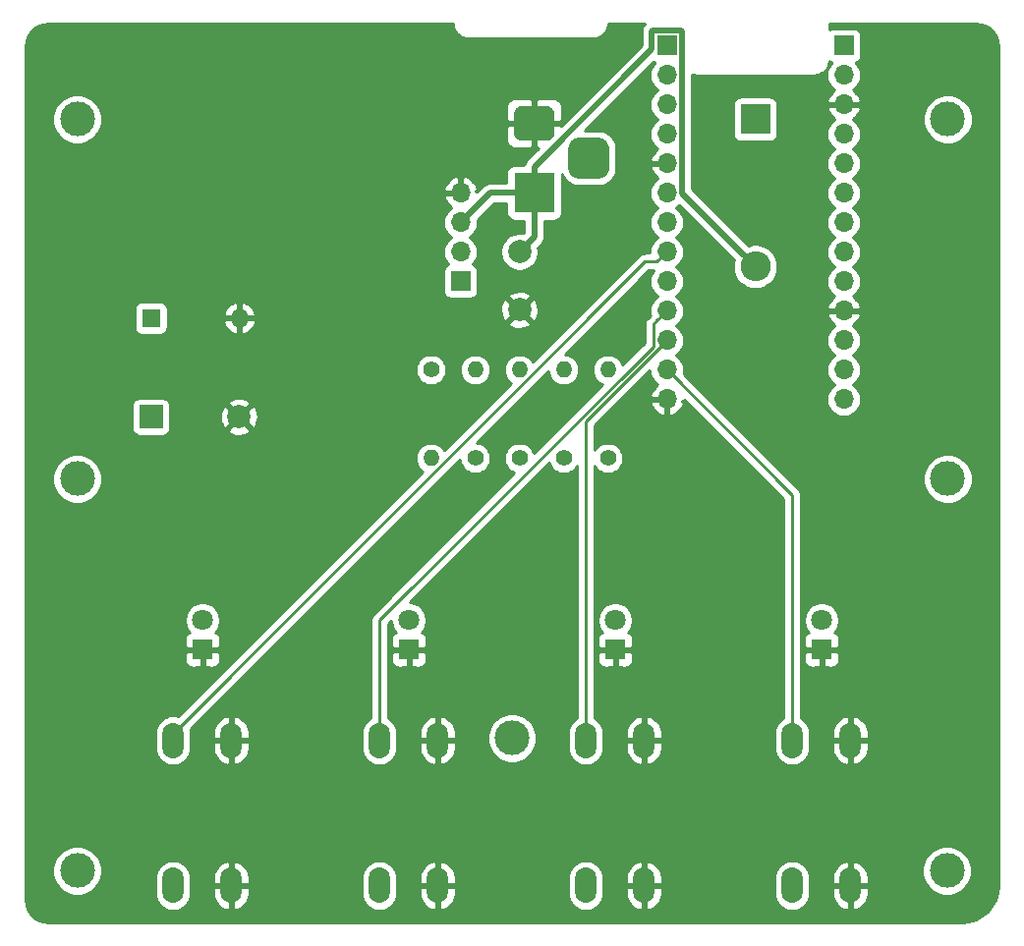
<source format=gbr>
G04 #@! TF.GenerationSoftware,KiCad,Pcbnew,5.1.4+dfsg1-1~bpo10+1*
G04 #@! TF.CreationDate,2020-06-27T23:46:46+02:00*
G04 #@! TF.ProjectId,SinS,53696e53-2e6b-4696-9361-645f70636258,rev?*
G04 #@! TF.SameCoordinates,Original*
G04 #@! TF.FileFunction,Copper,L2,Bot*
G04 #@! TF.FilePolarity,Positive*
%FSLAX46Y46*%
G04 Gerber Fmt 4.6, Leading zero omitted, Abs format (unit mm)*
G04 Created by KiCad (PCBNEW 5.1.4+dfsg1-1~bpo10+1) date 2020-06-27 23:46:46*
%MOMM*%
%LPD*%
G04 APERTURE LIST*
%ADD10R,1.600000X1.600000*%
%ADD11O,1.600000X1.600000*%
%ADD12R,2.000000X2.000000*%
%ADD13C,2.000000*%
%ADD14R,2.600000X2.600000*%
%ADD15O,2.600000X2.600000*%
%ADD16R,1.800000X1.800000*%
%ADD17C,1.800000*%
%ADD18R,1.700000X1.700000*%
%ADD19O,1.700000X1.700000*%
%ADD20R,3.500000X3.500000*%
%ADD21C,0.100000*%
%ADD22C,3.000000*%
%ADD23C,3.500000*%
%ADD24C,1.400000*%
%ADD25O,1.400000X1.400000*%
%ADD26O,1.850000X3.048000*%
%ADD27C,0.800000*%
%ADD28C,0.500000*%
%ADD29C,0.250000*%
%ADD30C,0.254000*%
G04 APERTURE END LIST*
D10*
X63500000Y-88265000D03*
D11*
X71120000Y-88265000D03*
D12*
X63500000Y-96774000D03*
D13*
X71100000Y-96774000D03*
D14*
X115570000Y-71120000D03*
D15*
X115570000Y-83820000D03*
D16*
X67945000Y-116840000D03*
D17*
X67945000Y-114300000D03*
X85725000Y-114300000D03*
D16*
X85725000Y-116840000D03*
X103505000Y-116840000D03*
D17*
X103505000Y-114300000D03*
X121285000Y-114300000D03*
D16*
X121285000Y-116840000D03*
D18*
X90170000Y-85090000D03*
D19*
X90170000Y-82550000D03*
X90170000Y-80010000D03*
X90170000Y-77470000D03*
D20*
X96520000Y-77470000D03*
D21*
G36*
X97593513Y-69973611D02*
G01*
X97666318Y-69984411D01*
X97737714Y-70002295D01*
X97807013Y-70027090D01*
X97873548Y-70058559D01*
X97936678Y-70096398D01*
X97995795Y-70140242D01*
X98050330Y-70189670D01*
X98099758Y-70244205D01*
X98143602Y-70303322D01*
X98181441Y-70366452D01*
X98212910Y-70432987D01*
X98237705Y-70502286D01*
X98255589Y-70573682D01*
X98266389Y-70646487D01*
X98270000Y-70720000D01*
X98270000Y-72220000D01*
X98266389Y-72293513D01*
X98255589Y-72366318D01*
X98237705Y-72437714D01*
X98212910Y-72507013D01*
X98181441Y-72573548D01*
X98143602Y-72636678D01*
X98099758Y-72695795D01*
X98050330Y-72750330D01*
X97995795Y-72799758D01*
X97936678Y-72843602D01*
X97873548Y-72881441D01*
X97807013Y-72912910D01*
X97737714Y-72937705D01*
X97666318Y-72955589D01*
X97593513Y-72966389D01*
X97520000Y-72970000D01*
X95520000Y-72970000D01*
X95446487Y-72966389D01*
X95373682Y-72955589D01*
X95302286Y-72937705D01*
X95232987Y-72912910D01*
X95166452Y-72881441D01*
X95103322Y-72843602D01*
X95044205Y-72799758D01*
X94989670Y-72750330D01*
X94940242Y-72695795D01*
X94896398Y-72636678D01*
X94858559Y-72573548D01*
X94827090Y-72507013D01*
X94802295Y-72437714D01*
X94784411Y-72366318D01*
X94773611Y-72293513D01*
X94770000Y-72220000D01*
X94770000Y-70720000D01*
X94773611Y-70646487D01*
X94784411Y-70573682D01*
X94802295Y-70502286D01*
X94827090Y-70432987D01*
X94858559Y-70366452D01*
X94896398Y-70303322D01*
X94940242Y-70244205D01*
X94989670Y-70189670D01*
X95044205Y-70140242D01*
X95103322Y-70096398D01*
X95166452Y-70058559D01*
X95232987Y-70027090D01*
X95302286Y-70002295D01*
X95373682Y-69984411D01*
X95446487Y-69973611D01*
X95520000Y-69970000D01*
X97520000Y-69970000D01*
X97593513Y-69973611D01*
X97593513Y-69973611D01*
G37*
D22*
X96520000Y-71470000D03*
D21*
G36*
X102180765Y-72724213D02*
G01*
X102265704Y-72736813D01*
X102348999Y-72757677D01*
X102429848Y-72786605D01*
X102507472Y-72823319D01*
X102581124Y-72867464D01*
X102650094Y-72918616D01*
X102713718Y-72976282D01*
X102771384Y-73039906D01*
X102822536Y-73108876D01*
X102866681Y-73182528D01*
X102903395Y-73260152D01*
X102932323Y-73341001D01*
X102953187Y-73424296D01*
X102965787Y-73509235D01*
X102970000Y-73595000D01*
X102970000Y-75345000D01*
X102965787Y-75430765D01*
X102953187Y-75515704D01*
X102932323Y-75598999D01*
X102903395Y-75679848D01*
X102866681Y-75757472D01*
X102822536Y-75831124D01*
X102771384Y-75900094D01*
X102713718Y-75963718D01*
X102650094Y-76021384D01*
X102581124Y-76072536D01*
X102507472Y-76116681D01*
X102429848Y-76153395D01*
X102348999Y-76182323D01*
X102265704Y-76203187D01*
X102180765Y-76215787D01*
X102095000Y-76220000D01*
X100345000Y-76220000D01*
X100259235Y-76215787D01*
X100174296Y-76203187D01*
X100091001Y-76182323D01*
X100010152Y-76153395D01*
X99932528Y-76116681D01*
X99858876Y-76072536D01*
X99789906Y-76021384D01*
X99726282Y-75963718D01*
X99668616Y-75900094D01*
X99617464Y-75831124D01*
X99573319Y-75757472D01*
X99536605Y-75679848D01*
X99507677Y-75598999D01*
X99486813Y-75515704D01*
X99474213Y-75430765D01*
X99470000Y-75345000D01*
X99470000Y-73595000D01*
X99474213Y-73509235D01*
X99486813Y-73424296D01*
X99507677Y-73341001D01*
X99536605Y-73260152D01*
X99573319Y-73182528D01*
X99617464Y-73108876D01*
X99668616Y-73039906D01*
X99726282Y-72976282D01*
X99789906Y-72918616D01*
X99858876Y-72867464D01*
X99932528Y-72823319D01*
X100010152Y-72786605D01*
X100091001Y-72757677D01*
X100174296Y-72736813D01*
X100259235Y-72724213D01*
X100345000Y-72720000D01*
X102095000Y-72720000D01*
X102180765Y-72724213D01*
X102180765Y-72724213D01*
G37*
D23*
X101220000Y-74470000D03*
D24*
X87630000Y-92710000D03*
D25*
X87630000Y-100330000D03*
X91440000Y-92710000D03*
D24*
X91440000Y-100330000D03*
X95250000Y-100330000D03*
D25*
X95250000Y-92710000D03*
D24*
X99060000Y-100330000D03*
D25*
X99060000Y-92710000D03*
X102870000Y-92710000D03*
D24*
X102870000Y-100330000D03*
D26*
X65405000Y-124660000D03*
X70405000Y-124660000D03*
X65405000Y-137160000D03*
X70405000Y-137160000D03*
X88185000Y-137160000D03*
X83185000Y-137160000D03*
X88185000Y-124660000D03*
X83185000Y-124660000D03*
X100965000Y-124660000D03*
X105965000Y-124660000D03*
X100965000Y-137160000D03*
X105965000Y-137160000D03*
X123745000Y-137160000D03*
X118745000Y-137160000D03*
X123745000Y-124660000D03*
X118745000Y-124660000D03*
D18*
X107950000Y-64770000D03*
D19*
X107950000Y-67310000D03*
X107950000Y-69850000D03*
X107950000Y-72390000D03*
X107950000Y-74930000D03*
X107950000Y-77470000D03*
X107950000Y-80010000D03*
X107950000Y-82550000D03*
X107950000Y-85090000D03*
X107950000Y-87630000D03*
X107950000Y-90170000D03*
X107950000Y-92710000D03*
X107950000Y-95250000D03*
D18*
X123190000Y-64770000D03*
D19*
X123190000Y-67310000D03*
X123190000Y-69850000D03*
X123190000Y-72390000D03*
X123190000Y-74930000D03*
X123190000Y-77470000D03*
X123190000Y-80010000D03*
X123190000Y-82550000D03*
X123190000Y-85090000D03*
X123190000Y-87630000D03*
X123190000Y-90170000D03*
X123190000Y-92710000D03*
X123190000Y-95250000D03*
D13*
X95250000Y-82550000D03*
X95250000Y-87550000D03*
D22*
X57150000Y-102120000D03*
X132150000Y-71120000D03*
X132150000Y-102120000D03*
X57150000Y-71120000D03*
X132080000Y-135890000D03*
X57150000Y-135890000D03*
X94615000Y-124460000D03*
D27*
X100330000Y-81280000D03*
X110490000Y-82550000D03*
X110490000Y-85090000D03*
X110490000Y-87630000D03*
X120650000Y-78740000D03*
X120650000Y-83820000D03*
D28*
X109250001Y-77500001D02*
X114270001Y-82520001D01*
X109250001Y-63559999D02*
X109250001Y-77500001D01*
X114270001Y-82520001D02*
X115570000Y-83820000D01*
X109160001Y-63469999D02*
X109250001Y-63559999D01*
X106739999Y-63469999D02*
X109160001Y-63469999D01*
X106649999Y-63559999D02*
X106739999Y-63469999D01*
X106649999Y-65090001D02*
X106649999Y-63559999D01*
X96520000Y-75220000D02*
X106649999Y-65090001D01*
X96520000Y-77470000D02*
X96520000Y-75220000D01*
X92710000Y-77470000D02*
X90170000Y-80010000D01*
X96520000Y-77470000D02*
X92710000Y-77470000D01*
X96520000Y-81280000D02*
X95250000Y-82550000D01*
X96520000Y-77470000D02*
X96520000Y-81280000D01*
D29*
X107100001Y-83399999D02*
X107950000Y-82550000D01*
X106066001Y-83399999D02*
X107100001Y-83399999D01*
X65405000Y-124061000D02*
X106066001Y-83399999D01*
X65405000Y-124660000D02*
X65405000Y-124061000D01*
X107100001Y-88479999D02*
X107950000Y-87630000D01*
X106774999Y-88805001D02*
X107100001Y-88479999D01*
X106774999Y-90708591D02*
X106774999Y-88805001D01*
X83185000Y-114298590D02*
X106774999Y-90708591D01*
X83185000Y-124660000D02*
X83185000Y-114298590D01*
X100965000Y-97155000D02*
X107950000Y-90170000D01*
X100965000Y-124660000D02*
X100965000Y-97155000D01*
X118745000Y-103505000D02*
X107950000Y-92710000D01*
X118745000Y-124660000D02*
X118745000Y-103505000D01*
D30*
G36*
X89509513Y-62890666D02*
G01*
X89512783Y-62921779D01*
X89512731Y-62929255D01*
X89513631Y-62938426D01*
X89526586Y-63061677D01*
X89538615Y-63120274D01*
X89549822Y-63179028D01*
X89552486Y-63187850D01*
X89589133Y-63306238D01*
X89612308Y-63361368D01*
X89634722Y-63416847D01*
X89639049Y-63424983D01*
X89697992Y-63533998D01*
X89731437Y-63583582D01*
X89764197Y-63633645D01*
X89770022Y-63640786D01*
X89849018Y-63736276D01*
X89891467Y-63778430D01*
X89933315Y-63821165D01*
X89940416Y-63827039D01*
X90036455Y-63905367D01*
X90086281Y-63938472D01*
X90135638Y-63972267D01*
X90143744Y-63976650D01*
X90253167Y-64034832D01*
X90308459Y-64057621D01*
X90363455Y-64081193D01*
X90372258Y-64083918D01*
X90490899Y-64119737D01*
X90549583Y-64131357D01*
X90608094Y-64143794D01*
X90617250Y-64144756D01*
X90617255Y-64144757D01*
X90617259Y-64144757D01*
X90740597Y-64156850D01*
X90740598Y-64156850D01*
X90772581Y-64160000D01*
X101632419Y-64160000D01*
X101660419Y-64157242D01*
X101664255Y-64157269D01*
X101673426Y-64156369D01*
X101796677Y-64143414D01*
X101855274Y-64131385D01*
X101914028Y-64120178D01*
X101922850Y-64117514D01*
X102041238Y-64080867D01*
X102096368Y-64057692D01*
X102151847Y-64035278D01*
X102159983Y-64030951D01*
X102268998Y-63972008D01*
X102318582Y-63938563D01*
X102368645Y-63905803D01*
X102375786Y-63899978D01*
X102471276Y-63820982D01*
X102513430Y-63778533D01*
X102556165Y-63736685D01*
X102562039Y-63729584D01*
X102640367Y-63633545D01*
X102673472Y-63583719D01*
X102707267Y-63534362D01*
X102711650Y-63526256D01*
X102769832Y-63416833D01*
X102792621Y-63361541D01*
X102816193Y-63306545D01*
X102818918Y-63297742D01*
X102854737Y-63179101D01*
X102866359Y-63120408D01*
X102878794Y-63061906D01*
X102879756Y-63052750D01*
X102879757Y-63052745D01*
X102879757Y-63052741D01*
X102891850Y-62929403D01*
X102891850Y-62929402D01*
X102895666Y-62890487D01*
X102900301Y-62890000D01*
X106068420Y-62890000D01*
X106054951Y-62903469D01*
X106021183Y-62931182D01*
X105993470Y-62964950D01*
X105993467Y-62964953D01*
X105910589Y-63065940D01*
X105828411Y-63219686D01*
X105777804Y-63386509D01*
X105760718Y-63559999D01*
X105765000Y-63603478D01*
X105764999Y-64723422D01*
X98818836Y-71669586D01*
X98746250Y-71597000D01*
X96647000Y-71597000D01*
X96647000Y-73446250D01*
X96805750Y-73605000D01*
X96883259Y-73605163D01*
X95924952Y-74563470D01*
X95891184Y-74591183D01*
X95863471Y-74624951D01*
X95863468Y-74624954D01*
X95780590Y-74725941D01*
X95698412Y-74879687D01*
X95647805Y-75046510D01*
X95644317Y-75081928D01*
X94770000Y-75081928D01*
X94645518Y-75094188D01*
X94525820Y-75130498D01*
X94415506Y-75189463D01*
X94318815Y-75268815D01*
X94239463Y-75365506D01*
X94180498Y-75475820D01*
X94144188Y-75595518D01*
X94131928Y-75720000D01*
X94131928Y-76585000D01*
X92753465Y-76585000D01*
X92709999Y-76580719D01*
X92666533Y-76585000D01*
X92666523Y-76585000D01*
X92536510Y-76597805D01*
X92369687Y-76648411D01*
X92215941Y-76730589D01*
X92215939Y-76730590D01*
X92215940Y-76730590D01*
X92114953Y-76813468D01*
X92114951Y-76813470D01*
X92081183Y-76841183D01*
X92053470Y-76874951D01*
X91585423Y-77342998D01*
X91490156Y-77342998D01*
X91611476Y-77113110D01*
X91566825Y-76965901D01*
X91441641Y-76703080D01*
X91267588Y-76469731D01*
X91051355Y-76274822D01*
X90801252Y-76125843D01*
X90526891Y-76028519D01*
X90297000Y-76149186D01*
X90297000Y-77343000D01*
X90317000Y-77343000D01*
X90317000Y-77597000D01*
X90297000Y-77597000D01*
X90297000Y-77617000D01*
X90043000Y-77617000D01*
X90043000Y-77597000D01*
X88849845Y-77597000D01*
X88728524Y-77826890D01*
X88773175Y-77974099D01*
X88898359Y-78236920D01*
X89072412Y-78470269D01*
X89288645Y-78665178D01*
X89405523Y-78734799D01*
X89340986Y-78769294D01*
X89114866Y-78954866D01*
X88929294Y-79180986D01*
X88791401Y-79438966D01*
X88706487Y-79718889D01*
X88677815Y-80010000D01*
X88706487Y-80301111D01*
X88791401Y-80581034D01*
X88929294Y-80839014D01*
X89114866Y-81065134D01*
X89340986Y-81250706D01*
X89395791Y-81280000D01*
X89340986Y-81309294D01*
X89114866Y-81494866D01*
X88929294Y-81720986D01*
X88791401Y-81978966D01*
X88706487Y-82258889D01*
X88677815Y-82550000D01*
X88706487Y-82841111D01*
X88791401Y-83121034D01*
X88929294Y-83379014D01*
X89114866Y-83605134D01*
X89144687Y-83629607D01*
X89075820Y-83650498D01*
X88965506Y-83709463D01*
X88868815Y-83788815D01*
X88789463Y-83885506D01*
X88730498Y-83995820D01*
X88694188Y-84115518D01*
X88681928Y-84240000D01*
X88681928Y-85940000D01*
X88694188Y-86064482D01*
X88730498Y-86184180D01*
X88789463Y-86294494D01*
X88868815Y-86391185D01*
X88965506Y-86470537D01*
X89075820Y-86529502D01*
X89195518Y-86565812D01*
X89320000Y-86578072D01*
X91020000Y-86578072D01*
X91144482Y-86565812D01*
X91264180Y-86529502D01*
X91374494Y-86470537D01*
X91442669Y-86414587D01*
X94294192Y-86414587D01*
X95250000Y-87370395D01*
X96205808Y-86414587D01*
X96110044Y-86150186D01*
X95820429Y-86009296D01*
X95508892Y-85927616D01*
X95187405Y-85908282D01*
X94868325Y-85952039D01*
X94563912Y-86057205D01*
X94389956Y-86150186D01*
X94294192Y-86414587D01*
X91442669Y-86414587D01*
X91471185Y-86391185D01*
X91550537Y-86294494D01*
X91609502Y-86184180D01*
X91645812Y-86064482D01*
X91658072Y-85940000D01*
X91658072Y-84240000D01*
X91645812Y-84115518D01*
X91609502Y-83995820D01*
X91550537Y-83885506D01*
X91471185Y-83788815D01*
X91374494Y-83709463D01*
X91264180Y-83650498D01*
X91195313Y-83629607D01*
X91225134Y-83605134D01*
X91410706Y-83379014D01*
X91548599Y-83121034D01*
X91633513Y-82841111D01*
X91662185Y-82550000D01*
X91633513Y-82258889D01*
X91548599Y-81978966D01*
X91410706Y-81720986D01*
X91225134Y-81494866D01*
X90999014Y-81309294D01*
X90944209Y-81280000D01*
X90999014Y-81250706D01*
X91225134Y-81065134D01*
X91410706Y-80839014D01*
X91548599Y-80581034D01*
X91633513Y-80301111D01*
X91662185Y-80010000D01*
X91640612Y-79790966D01*
X93076579Y-78355000D01*
X94131928Y-78355000D01*
X94131928Y-79220000D01*
X94144188Y-79344482D01*
X94180498Y-79464180D01*
X94239463Y-79574494D01*
X94318815Y-79671185D01*
X94415506Y-79750537D01*
X94525820Y-79809502D01*
X94645518Y-79845812D01*
X94770000Y-79858072D01*
X95635001Y-79858072D01*
X95635001Y-80913420D01*
X95596525Y-80951896D01*
X95411033Y-80915000D01*
X95088967Y-80915000D01*
X94773088Y-80977832D01*
X94475537Y-81101082D01*
X94207748Y-81280013D01*
X93980013Y-81507748D01*
X93801082Y-81775537D01*
X93677832Y-82073088D01*
X93615000Y-82388967D01*
X93615000Y-82711033D01*
X93677832Y-83026912D01*
X93801082Y-83324463D01*
X93980013Y-83592252D01*
X94207748Y-83819987D01*
X94475537Y-83998918D01*
X94773088Y-84122168D01*
X95088967Y-84185000D01*
X95411033Y-84185000D01*
X95726912Y-84122168D01*
X96024463Y-83998918D01*
X96292252Y-83819987D01*
X96519987Y-83592252D01*
X96698918Y-83324463D01*
X96822168Y-83026912D01*
X96885000Y-82711033D01*
X96885000Y-82388967D01*
X96848104Y-82203475D01*
X97115049Y-81936530D01*
X97148817Y-81908817D01*
X97186034Y-81863469D01*
X97259410Y-81774060D01*
X97259411Y-81774059D01*
X97341589Y-81620313D01*
X97392195Y-81453490D01*
X97405000Y-81323477D01*
X97405000Y-81323467D01*
X97409281Y-81280001D01*
X97405000Y-81236535D01*
X97405000Y-79858072D01*
X98270000Y-79858072D01*
X98394482Y-79845812D01*
X98514180Y-79809502D01*
X98624494Y-79750537D01*
X98721185Y-79671185D01*
X98800537Y-79574494D01*
X98859502Y-79464180D01*
X98895812Y-79344482D01*
X98908072Y-79220000D01*
X98908072Y-75795357D01*
X98947104Y-75924028D01*
X99086927Y-76185618D01*
X99275097Y-76414903D01*
X99504382Y-76603073D01*
X99765972Y-76742896D01*
X100049814Y-76828999D01*
X100345000Y-76858072D01*
X102095000Y-76858072D01*
X102390186Y-76828999D01*
X102674028Y-76742896D01*
X102935618Y-76603073D01*
X103164903Y-76414903D01*
X103353073Y-76185618D01*
X103492896Y-75924028D01*
X103578999Y-75640186D01*
X103608072Y-75345000D01*
X103608072Y-73595000D01*
X103578999Y-73299814D01*
X103492896Y-73015972D01*
X103353073Y-72754382D01*
X103164903Y-72525097D01*
X102935618Y-72336927D01*
X102674028Y-72197104D01*
X102390186Y-72111001D01*
X102095000Y-72081928D01*
X100909650Y-72081928D01*
X106807764Y-66183815D01*
X106855820Y-66209502D01*
X106924687Y-66230393D01*
X106894866Y-66254866D01*
X106709294Y-66480986D01*
X106571401Y-66738966D01*
X106486487Y-67018889D01*
X106457815Y-67310000D01*
X106486487Y-67601111D01*
X106571401Y-67881034D01*
X106709294Y-68139014D01*
X106894866Y-68365134D01*
X107120986Y-68550706D01*
X107175791Y-68580000D01*
X107120986Y-68609294D01*
X106894866Y-68794866D01*
X106709294Y-69020986D01*
X106571401Y-69278966D01*
X106486487Y-69558889D01*
X106457815Y-69850000D01*
X106486487Y-70141111D01*
X106571401Y-70421034D01*
X106709294Y-70679014D01*
X106894866Y-70905134D01*
X107120986Y-71090706D01*
X107175791Y-71120000D01*
X107120986Y-71149294D01*
X106894866Y-71334866D01*
X106709294Y-71560986D01*
X106571401Y-71818966D01*
X106486487Y-72098889D01*
X106457815Y-72390000D01*
X106486487Y-72681111D01*
X106571401Y-72961034D01*
X106709294Y-73219014D01*
X106894866Y-73445134D01*
X107120986Y-73630706D01*
X107185523Y-73665201D01*
X107068645Y-73734822D01*
X106852412Y-73929731D01*
X106678359Y-74163080D01*
X106553175Y-74425901D01*
X106508524Y-74573110D01*
X106629845Y-74803000D01*
X107823000Y-74803000D01*
X107823000Y-74783000D01*
X108077000Y-74783000D01*
X108077000Y-74803000D01*
X108097000Y-74803000D01*
X108097000Y-75057000D01*
X108077000Y-75057000D01*
X108077000Y-75077000D01*
X107823000Y-75077000D01*
X107823000Y-75057000D01*
X106629845Y-75057000D01*
X106508524Y-75286890D01*
X106553175Y-75434099D01*
X106678359Y-75696920D01*
X106852412Y-75930269D01*
X107068645Y-76125178D01*
X107185523Y-76194799D01*
X107120986Y-76229294D01*
X106894866Y-76414866D01*
X106709294Y-76640986D01*
X106571401Y-76898966D01*
X106486487Y-77178889D01*
X106457815Y-77470000D01*
X106486487Y-77761111D01*
X106571401Y-78041034D01*
X106709294Y-78299014D01*
X106894866Y-78525134D01*
X107120986Y-78710706D01*
X107175791Y-78740000D01*
X107120986Y-78769294D01*
X106894866Y-78954866D01*
X106709294Y-79180986D01*
X106571401Y-79438966D01*
X106486487Y-79718889D01*
X106457815Y-80010000D01*
X106486487Y-80301111D01*
X106571401Y-80581034D01*
X106709294Y-80839014D01*
X106894866Y-81065134D01*
X107120986Y-81250706D01*
X107175791Y-81280000D01*
X107120986Y-81309294D01*
X106894866Y-81494866D01*
X106709294Y-81720986D01*
X106571401Y-81978966D01*
X106486487Y-82258889D01*
X106457815Y-82550000D01*
X106466679Y-82639999D01*
X106103323Y-82639999D01*
X106066000Y-82636323D01*
X106028677Y-82639999D01*
X106028668Y-82639999D01*
X105917015Y-82650996D01*
X105776925Y-82693491D01*
X105773754Y-82694453D01*
X105641724Y-82765025D01*
X105558084Y-82833667D01*
X105526000Y-82859998D01*
X105502202Y-82888996D01*
X96386662Y-92004536D01*
X96365382Y-91964725D01*
X96198555Y-91761445D01*
X95995275Y-91594618D01*
X95763354Y-91470653D01*
X95511706Y-91394317D01*
X95315579Y-91375000D01*
X95184421Y-91375000D01*
X94988294Y-91394317D01*
X94736646Y-91470653D01*
X94504725Y-91594618D01*
X94301445Y-91761445D01*
X94134618Y-91964725D01*
X94010653Y-92196646D01*
X93934317Y-92448294D01*
X93908541Y-92710000D01*
X93934317Y-92971706D01*
X94010653Y-93223354D01*
X94134618Y-93455275D01*
X94301445Y-93658555D01*
X94504725Y-93825382D01*
X94544536Y-93846662D01*
X88766662Y-99624537D01*
X88745382Y-99584725D01*
X88578555Y-99381445D01*
X88375275Y-99214618D01*
X88143354Y-99090653D01*
X87891706Y-99014317D01*
X87695579Y-98995000D01*
X87564421Y-98995000D01*
X87368294Y-99014317D01*
X87116646Y-99090653D01*
X86884725Y-99214618D01*
X86681445Y-99381445D01*
X86514618Y-99584725D01*
X86390653Y-99816646D01*
X86314317Y-100068294D01*
X86288541Y-100330000D01*
X86314317Y-100591706D01*
X86390653Y-100843354D01*
X86514618Y-101075275D01*
X86681445Y-101278555D01*
X86884725Y-101445382D01*
X86924537Y-101466662D01*
X65831129Y-122560070D01*
X65710812Y-122523572D01*
X65405000Y-122493452D01*
X65099187Y-122523572D01*
X64805125Y-122612774D01*
X64534117Y-122757631D01*
X64296576Y-122952576D01*
X64101631Y-123190118D01*
X63956774Y-123461126D01*
X63867572Y-123755188D01*
X63845000Y-123984365D01*
X63845000Y-125335636D01*
X63867572Y-125564813D01*
X63956774Y-125858875D01*
X64101632Y-126129883D01*
X64296577Y-126367424D01*
X64534118Y-126562369D01*
X64805126Y-126707226D01*
X65099188Y-126796428D01*
X65405000Y-126826548D01*
X65710813Y-126796428D01*
X66004875Y-126707226D01*
X66275883Y-126562369D01*
X66513424Y-126367424D01*
X66708369Y-126129883D01*
X66853226Y-125858875D01*
X66942428Y-125564813D01*
X66965000Y-125335636D01*
X66965000Y-124787000D01*
X68845000Y-124787000D01*
X68845000Y-125386000D01*
X68899751Y-125687901D01*
X69012348Y-125973319D01*
X69178464Y-126231286D01*
X69391715Y-126451889D01*
X69643906Y-126626650D01*
X69925345Y-126748853D01*
X70036336Y-126774812D01*
X70278000Y-126654483D01*
X70278000Y-124787000D01*
X70532000Y-124787000D01*
X70532000Y-126654483D01*
X70773664Y-126774812D01*
X70884655Y-126748853D01*
X71166094Y-126626650D01*
X71418285Y-126451889D01*
X71631536Y-126231286D01*
X71797652Y-125973319D01*
X71910249Y-125687901D01*
X71965000Y-125386000D01*
X71965000Y-124787000D01*
X70532000Y-124787000D01*
X70278000Y-124787000D01*
X68845000Y-124787000D01*
X66965000Y-124787000D01*
X66965000Y-123984364D01*
X66960040Y-123934000D01*
X68845000Y-123934000D01*
X68845000Y-124533000D01*
X70278000Y-124533000D01*
X70278000Y-122665517D01*
X70532000Y-122665517D01*
X70532000Y-124533000D01*
X71965000Y-124533000D01*
X71965000Y-123934000D01*
X71910249Y-123632099D01*
X71797652Y-123346681D01*
X71631536Y-123088714D01*
X71418285Y-122868111D01*
X71166094Y-122693350D01*
X70884655Y-122571147D01*
X70773664Y-122545188D01*
X70532000Y-122665517D01*
X70278000Y-122665517D01*
X70036336Y-122545188D01*
X69925345Y-122571147D01*
X69643906Y-122693350D01*
X69391715Y-122868111D01*
X69178464Y-123088714D01*
X69012348Y-123346681D01*
X68899751Y-123632099D01*
X68845000Y-123934000D01*
X66960040Y-123934000D01*
X66942428Y-123755187D01*
X66905931Y-123634870D01*
X90105000Y-100435802D01*
X90105000Y-100461486D01*
X90156304Y-100719405D01*
X90256939Y-100962359D01*
X90403038Y-101181013D01*
X90588987Y-101366962D01*
X90807641Y-101513061D01*
X91050595Y-101613696D01*
X91308514Y-101665000D01*
X91571486Y-101665000D01*
X91829405Y-101613696D01*
X92072359Y-101513061D01*
X92291013Y-101366962D01*
X92476962Y-101181013D01*
X92623061Y-100962359D01*
X92723696Y-100719405D01*
X92775000Y-100461486D01*
X92775000Y-100198514D01*
X92723696Y-99940595D01*
X92623061Y-99697641D01*
X92476962Y-99478987D01*
X92291013Y-99293038D01*
X92072359Y-99146939D01*
X91829405Y-99046304D01*
X91571486Y-98995000D01*
X91545802Y-98995000D01*
X97728606Y-92812195D01*
X97744317Y-92971706D01*
X97820653Y-93223354D01*
X97944618Y-93455275D01*
X98111445Y-93658555D01*
X98314725Y-93825382D01*
X98546646Y-93949347D01*
X98798294Y-94025683D01*
X98994421Y-94045000D01*
X99125579Y-94045000D01*
X99321706Y-94025683D01*
X99573354Y-93949347D01*
X99805275Y-93825382D01*
X100008555Y-93658555D01*
X100175382Y-93455275D01*
X100299347Y-93223354D01*
X100375683Y-92971706D01*
X100401459Y-92710000D01*
X100375683Y-92448294D01*
X100299347Y-92196646D01*
X100175382Y-91964725D01*
X100008555Y-91761445D01*
X99805275Y-91594618D01*
X99573354Y-91470653D01*
X99321706Y-91394317D01*
X99162195Y-91378606D01*
X106380803Y-84159999D01*
X106792172Y-84159999D01*
X106709294Y-84260986D01*
X106571401Y-84518966D01*
X106486487Y-84798889D01*
X106457815Y-85090000D01*
X106486487Y-85381111D01*
X106571401Y-85661034D01*
X106709294Y-85919014D01*
X106894866Y-86145134D01*
X107120986Y-86330706D01*
X107175791Y-86360000D01*
X107120986Y-86389294D01*
X106894866Y-86574866D01*
X106709294Y-86800986D01*
X106571401Y-87058966D01*
X106486487Y-87338889D01*
X106457815Y-87630000D01*
X106486487Y-87921111D01*
X106509203Y-87995996D01*
X106263997Y-88241202D01*
X106234999Y-88265000D01*
X106211201Y-88293998D01*
X106211200Y-88293999D01*
X106140025Y-88380725D01*
X106069453Y-88512755D01*
X106025997Y-88656016D01*
X106011323Y-88805001D01*
X106015000Y-88842333D01*
X106014999Y-90393789D01*
X104133272Y-92275516D01*
X104109347Y-92196646D01*
X103985382Y-91964725D01*
X103818555Y-91761445D01*
X103615275Y-91594618D01*
X103383354Y-91470653D01*
X103131706Y-91394317D01*
X102935579Y-91375000D01*
X102804421Y-91375000D01*
X102608294Y-91394317D01*
X102356646Y-91470653D01*
X102124725Y-91594618D01*
X101921445Y-91761445D01*
X101754618Y-91964725D01*
X101630653Y-92196646D01*
X101554317Y-92448294D01*
X101528541Y-92710000D01*
X101554317Y-92971706D01*
X101630653Y-93223354D01*
X101754618Y-93455275D01*
X101921445Y-93658555D01*
X102124725Y-93825382D01*
X102356646Y-93949347D01*
X102435516Y-93973272D01*
X96514511Y-99894278D01*
X96433061Y-99697641D01*
X96286962Y-99478987D01*
X96101013Y-99293038D01*
X95882359Y-99146939D01*
X95639405Y-99046304D01*
X95381486Y-98995000D01*
X95118514Y-98995000D01*
X94860595Y-99046304D01*
X94617641Y-99146939D01*
X94398987Y-99293038D01*
X94213038Y-99478987D01*
X94066939Y-99697641D01*
X93966304Y-99940595D01*
X93915000Y-100198514D01*
X93915000Y-100461486D01*
X93966304Y-100719405D01*
X94066939Y-100962359D01*
X94213038Y-101181013D01*
X94398987Y-101366962D01*
X94617641Y-101513061D01*
X94814278Y-101594511D01*
X82673998Y-113734791D01*
X82645000Y-113758589D01*
X82621202Y-113787587D01*
X82621201Y-113787588D01*
X82550026Y-113874314D01*
X82479454Y-114006344D01*
X82435998Y-114149605D01*
X82421324Y-114298590D01*
X82425001Y-114335922D01*
X82425000Y-122698363D01*
X82314117Y-122757631D01*
X82076576Y-122952576D01*
X81881631Y-123190118D01*
X81736774Y-123461126D01*
X81647572Y-123755188D01*
X81625000Y-123984365D01*
X81625000Y-125335636D01*
X81647572Y-125564813D01*
X81736774Y-125858875D01*
X81881632Y-126129883D01*
X82076577Y-126367424D01*
X82314118Y-126562369D01*
X82585126Y-126707226D01*
X82879188Y-126796428D01*
X83185000Y-126826548D01*
X83490813Y-126796428D01*
X83784875Y-126707226D01*
X84055883Y-126562369D01*
X84293424Y-126367424D01*
X84488369Y-126129883D01*
X84633226Y-125858875D01*
X84722428Y-125564813D01*
X84745000Y-125335636D01*
X84745000Y-124787000D01*
X86625000Y-124787000D01*
X86625000Y-125386000D01*
X86679751Y-125687901D01*
X86792348Y-125973319D01*
X86958464Y-126231286D01*
X87171715Y-126451889D01*
X87423906Y-126626650D01*
X87705345Y-126748853D01*
X87816336Y-126774812D01*
X88058000Y-126654483D01*
X88058000Y-124787000D01*
X88312000Y-124787000D01*
X88312000Y-126654483D01*
X88553664Y-126774812D01*
X88664655Y-126748853D01*
X88946094Y-126626650D01*
X89198285Y-126451889D01*
X89411536Y-126231286D01*
X89577652Y-125973319D01*
X89690249Y-125687901D01*
X89745000Y-125386000D01*
X89745000Y-124787000D01*
X88312000Y-124787000D01*
X88058000Y-124787000D01*
X86625000Y-124787000D01*
X84745000Y-124787000D01*
X84745000Y-123984364D01*
X84740040Y-123934000D01*
X86625000Y-123934000D01*
X86625000Y-124533000D01*
X88058000Y-124533000D01*
X88058000Y-122665517D01*
X88312000Y-122665517D01*
X88312000Y-124533000D01*
X89745000Y-124533000D01*
X89745000Y-124249721D01*
X92480000Y-124249721D01*
X92480000Y-124670279D01*
X92562047Y-125082756D01*
X92722988Y-125471302D01*
X92956637Y-125820983D01*
X93254017Y-126118363D01*
X93603698Y-126352012D01*
X93992244Y-126512953D01*
X94404721Y-126595000D01*
X94825279Y-126595000D01*
X95237756Y-126512953D01*
X95626302Y-126352012D01*
X95975983Y-126118363D01*
X96273363Y-125820983D01*
X96507012Y-125471302D01*
X96667953Y-125082756D01*
X96750000Y-124670279D01*
X96750000Y-124249721D01*
X96667953Y-123837244D01*
X96507012Y-123448698D01*
X96273363Y-123099017D01*
X95975983Y-122801637D01*
X95626302Y-122567988D01*
X95237756Y-122407047D01*
X94825279Y-122325000D01*
X94404721Y-122325000D01*
X93992244Y-122407047D01*
X93603698Y-122567988D01*
X93254017Y-122801637D01*
X92956637Y-123099017D01*
X92722988Y-123448698D01*
X92562047Y-123837244D01*
X92480000Y-124249721D01*
X89745000Y-124249721D01*
X89745000Y-123934000D01*
X89690249Y-123632099D01*
X89577652Y-123346681D01*
X89411536Y-123088714D01*
X89198285Y-122868111D01*
X88946094Y-122693350D01*
X88664655Y-122571147D01*
X88553664Y-122545188D01*
X88312000Y-122665517D01*
X88058000Y-122665517D01*
X87816336Y-122545188D01*
X87705345Y-122571147D01*
X87423906Y-122693350D01*
X87171715Y-122868111D01*
X86958464Y-123088714D01*
X86792348Y-123346681D01*
X86679751Y-123632099D01*
X86625000Y-123934000D01*
X84740040Y-123934000D01*
X84722428Y-123755187D01*
X84633226Y-123461125D01*
X84488369Y-123190117D01*
X84293424Y-122952576D01*
X84055882Y-122757631D01*
X83945000Y-122698363D01*
X83945000Y-117740000D01*
X84186928Y-117740000D01*
X84199188Y-117864482D01*
X84235498Y-117984180D01*
X84294463Y-118094494D01*
X84373815Y-118191185D01*
X84470506Y-118270537D01*
X84580820Y-118329502D01*
X84700518Y-118365812D01*
X84825000Y-118378072D01*
X85439250Y-118375000D01*
X85598000Y-118216250D01*
X85598000Y-116967000D01*
X85852000Y-116967000D01*
X85852000Y-118216250D01*
X86010750Y-118375000D01*
X86625000Y-118378072D01*
X86749482Y-118365812D01*
X86869180Y-118329502D01*
X86979494Y-118270537D01*
X87076185Y-118191185D01*
X87155537Y-118094494D01*
X87214502Y-117984180D01*
X87250812Y-117864482D01*
X87263072Y-117740000D01*
X87260000Y-117125750D01*
X87101250Y-116967000D01*
X85852000Y-116967000D01*
X85598000Y-116967000D01*
X84348750Y-116967000D01*
X84190000Y-117125750D01*
X84186928Y-117740000D01*
X83945000Y-117740000D01*
X83945000Y-114613391D01*
X84190000Y-114368391D01*
X84190000Y-114451184D01*
X84248989Y-114747743D01*
X84364701Y-115027095D01*
X84532688Y-115278505D01*
X84599127Y-115344944D01*
X84580820Y-115350498D01*
X84470506Y-115409463D01*
X84373815Y-115488815D01*
X84294463Y-115585506D01*
X84235498Y-115695820D01*
X84199188Y-115815518D01*
X84186928Y-115940000D01*
X84190000Y-116554250D01*
X84348750Y-116713000D01*
X85598000Y-116713000D01*
X85598000Y-116693000D01*
X85852000Y-116693000D01*
X85852000Y-116713000D01*
X87101250Y-116713000D01*
X87260000Y-116554250D01*
X87263072Y-115940000D01*
X87250812Y-115815518D01*
X87214502Y-115695820D01*
X87155537Y-115585506D01*
X87076185Y-115488815D01*
X86979494Y-115409463D01*
X86869180Y-115350498D01*
X86850873Y-115344944D01*
X86917312Y-115278505D01*
X87085299Y-115027095D01*
X87201011Y-114747743D01*
X87260000Y-114451184D01*
X87260000Y-114148816D01*
X87201011Y-113852257D01*
X87085299Y-113572905D01*
X86917312Y-113321495D01*
X86703505Y-113107688D01*
X86452095Y-112939701D01*
X86172743Y-112823989D01*
X85876184Y-112765000D01*
X85793391Y-112765000D01*
X97794663Y-100763728D01*
X97876939Y-100962359D01*
X98023038Y-101181013D01*
X98208987Y-101366962D01*
X98427641Y-101513061D01*
X98670595Y-101613696D01*
X98928514Y-101665000D01*
X99191486Y-101665000D01*
X99449405Y-101613696D01*
X99692359Y-101513061D01*
X99911013Y-101366962D01*
X100096962Y-101181013D01*
X100205001Y-101019320D01*
X100205000Y-122698363D01*
X100094117Y-122757631D01*
X99856576Y-122952576D01*
X99661631Y-123190118D01*
X99516774Y-123461126D01*
X99427572Y-123755188D01*
X99405000Y-123984365D01*
X99405000Y-125335636D01*
X99427572Y-125564813D01*
X99516774Y-125858875D01*
X99661632Y-126129883D01*
X99856577Y-126367424D01*
X100094118Y-126562369D01*
X100365126Y-126707226D01*
X100659188Y-126796428D01*
X100965000Y-126826548D01*
X101270813Y-126796428D01*
X101564875Y-126707226D01*
X101835883Y-126562369D01*
X102073424Y-126367424D01*
X102268369Y-126129883D01*
X102413226Y-125858875D01*
X102502428Y-125564813D01*
X102525000Y-125335636D01*
X102525000Y-124787000D01*
X104405000Y-124787000D01*
X104405000Y-125386000D01*
X104459751Y-125687901D01*
X104572348Y-125973319D01*
X104738464Y-126231286D01*
X104951715Y-126451889D01*
X105203906Y-126626650D01*
X105485345Y-126748853D01*
X105596336Y-126774812D01*
X105838000Y-126654483D01*
X105838000Y-124787000D01*
X106092000Y-124787000D01*
X106092000Y-126654483D01*
X106333664Y-126774812D01*
X106444655Y-126748853D01*
X106726094Y-126626650D01*
X106978285Y-126451889D01*
X107191536Y-126231286D01*
X107357652Y-125973319D01*
X107470249Y-125687901D01*
X107525000Y-125386000D01*
X107525000Y-124787000D01*
X106092000Y-124787000D01*
X105838000Y-124787000D01*
X104405000Y-124787000D01*
X102525000Y-124787000D01*
X102525000Y-123984364D01*
X102520040Y-123934000D01*
X104405000Y-123934000D01*
X104405000Y-124533000D01*
X105838000Y-124533000D01*
X105838000Y-122665517D01*
X106092000Y-122665517D01*
X106092000Y-124533000D01*
X107525000Y-124533000D01*
X107525000Y-123934000D01*
X107470249Y-123632099D01*
X107357652Y-123346681D01*
X107191536Y-123088714D01*
X106978285Y-122868111D01*
X106726094Y-122693350D01*
X106444655Y-122571147D01*
X106333664Y-122545188D01*
X106092000Y-122665517D01*
X105838000Y-122665517D01*
X105596336Y-122545188D01*
X105485345Y-122571147D01*
X105203906Y-122693350D01*
X104951715Y-122868111D01*
X104738464Y-123088714D01*
X104572348Y-123346681D01*
X104459751Y-123632099D01*
X104405000Y-123934000D01*
X102520040Y-123934000D01*
X102502428Y-123755187D01*
X102413226Y-123461125D01*
X102268369Y-123190117D01*
X102073424Y-122952576D01*
X101835882Y-122757631D01*
X101725000Y-122698363D01*
X101725000Y-117740000D01*
X101966928Y-117740000D01*
X101979188Y-117864482D01*
X102015498Y-117984180D01*
X102074463Y-118094494D01*
X102153815Y-118191185D01*
X102250506Y-118270537D01*
X102360820Y-118329502D01*
X102480518Y-118365812D01*
X102605000Y-118378072D01*
X103219250Y-118375000D01*
X103378000Y-118216250D01*
X103378000Y-116967000D01*
X103632000Y-116967000D01*
X103632000Y-118216250D01*
X103790750Y-118375000D01*
X104405000Y-118378072D01*
X104529482Y-118365812D01*
X104649180Y-118329502D01*
X104759494Y-118270537D01*
X104856185Y-118191185D01*
X104935537Y-118094494D01*
X104994502Y-117984180D01*
X105030812Y-117864482D01*
X105043072Y-117740000D01*
X105040000Y-117125750D01*
X104881250Y-116967000D01*
X103632000Y-116967000D01*
X103378000Y-116967000D01*
X102128750Y-116967000D01*
X101970000Y-117125750D01*
X101966928Y-117740000D01*
X101725000Y-117740000D01*
X101725000Y-115940000D01*
X101966928Y-115940000D01*
X101970000Y-116554250D01*
X102128750Y-116713000D01*
X103378000Y-116713000D01*
X103378000Y-116693000D01*
X103632000Y-116693000D01*
X103632000Y-116713000D01*
X104881250Y-116713000D01*
X105040000Y-116554250D01*
X105043072Y-115940000D01*
X105030812Y-115815518D01*
X104994502Y-115695820D01*
X104935537Y-115585506D01*
X104856185Y-115488815D01*
X104759494Y-115409463D01*
X104649180Y-115350498D01*
X104630873Y-115344944D01*
X104697312Y-115278505D01*
X104865299Y-115027095D01*
X104981011Y-114747743D01*
X105040000Y-114451184D01*
X105040000Y-114148816D01*
X104981011Y-113852257D01*
X104865299Y-113572905D01*
X104697312Y-113321495D01*
X104483505Y-113107688D01*
X104232095Y-112939701D01*
X103952743Y-112823989D01*
X103656184Y-112765000D01*
X103353816Y-112765000D01*
X103057257Y-112823989D01*
X102777905Y-112939701D01*
X102526495Y-113107688D01*
X102312688Y-113321495D01*
X102144701Y-113572905D01*
X102028989Y-113852257D01*
X101970000Y-114148816D01*
X101970000Y-114451184D01*
X102028989Y-114747743D01*
X102144701Y-115027095D01*
X102312688Y-115278505D01*
X102379127Y-115344944D01*
X102360820Y-115350498D01*
X102250506Y-115409463D01*
X102153815Y-115488815D01*
X102074463Y-115585506D01*
X102015498Y-115695820D01*
X101979188Y-115815518D01*
X101966928Y-115940000D01*
X101725000Y-115940000D01*
X101725000Y-101019322D01*
X101833038Y-101181013D01*
X102018987Y-101366962D01*
X102237641Y-101513061D01*
X102480595Y-101613696D01*
X102738514Y-101665000D01*
X103001486Y-101665000D01*
X103259405Y-101613696D01*
X103502359Y-101513061D01*
X103721013Y-101366962D01*
X103906962Y-101181013D01*
X104053061Y-100962359D01*
X104153696Y-100719405D01*
X104205000Y-100461486D01*
X104205000Y-100198514D01*
X104153696Y-99940595D01*
X104053061Y-99697641D01*
X103906962Y-99478987D01*
X103721013Y-99293038D01*
X103502359Y-99146939D01*
X103259405Y-99046304D01*
X103001486Y-98995000D01*
X102738514Y-98995000D01*
X102480595Y-99046304D01*
X102237641Y-99146939D01*
X102018987Y-99293038D01*
X101833038Y-99478987D01*
X101725000Y-99640678D01*
X101725000Y-97469801D01*
X103587911Y-95606890D01*
X106508524Y-95606890D01*
X106553175Y-95754099D01*
X106678359Y-96016920D01*
X106852412Y-96250269D01*
X107068645Y-96445178D01*
X107318748Y-96594157D01*
X107593109Y-96691481D01*
X107823000Y-96570814D01*
X107823000Y-95377000D01*
X106629845Y-95377000D01*
X106508524Y-95606890D01*
X103587911Y-95606890D01*
X106460235Y-92734567D01*
X106486487Y-93001111D01*
X106571401Y-93281034D01*
X106709294Y-93539014D01*
X106894866Y-93765134D01*
X107120986Y-93950706D01*
X107185523Y-93985201D01*
X107068645Y-94054822D01*
X106852412Y-94249731D01*
X106678359Y-94483080D01*
X106553175Y-94745901D01*
X106508524Y-94893110D01*
X106629845Y-95123000D01*
X107823000Y-95123000D01*
X107823000Y-95103000D01*
X108077000Y-95103000D01*
X108077000Y-95123000D01*
X108097000Y-95123000D01*
X108097000Y-95377000D01*
X108077000Y-95377000D01*
X108077000Y-96570814D01*
X108306891Y-96691481D01*
X108581252Y-96594157D01*
X108831355Y-96445178D01*
X109047588Y-96250269D01*
X109221641Y-96016920D01*
X109346825Y-95754099D01*
X109391476Y-95606890D01*
X109270156Y-95377002D01*
X109435000Y-95377002D01*
X109435000Y-95269801D01*
X117985001Y-103819804D01*
X117985000Y-122698363D01*
X117874117Y-122757631D01*
X117636576Y-122952576D01*
X117441631Y-123190118D01*
X117296774Y-123461126D01*
X117207572Y-123755188D01*
X117185000Y-123984365D01*
X117185000Y-125335636D01*
X117207572Y-125564813D01*
X117296774Y-125858875D01*
X117441632Y-126129883D01*
X117636577Y-126367424D01*
X117874118Y-126562369D01*
X118145126Y-126707226D01*
X118439188Y-126796428D01*
X118745000Y-126826548D01*
X119050813Y-126796428D01*
X119344875Y-126707226D01*
X119615883Y-126562369D01*
X119853424Y-126367424D01*
X120048369Y-126129883D01*
X120193226Y-125858875D01*
X120282428Y-125564813D01*
X120305000Y-125335636D01*
X120305000Y-124787000D01*
X122185000Y-124787000D01*
X122185000Y-125386000D01*
X122239751Y-125687901D01*
X122352348Y-125973319D01*
X122518464Y-126231286D01*
X122731715Y-126451889D01*
X122983906Y-126626650D01*
X123265345Y-126748853D01*
X123376336Y-126774812D01*
X123618000Y-126654483D01*
X123618000Y-124787000D01*
X123872000Y-124787000D01*
X123872000Y-126654483D01*
X124113664Y-126774812D01*
X124224655Y-126748853D01*
X124506094Y-126626650D01*
X124758285Y-126451889D01*
X124971536Y-126231286D01*
X125137652Y-125973319D01*
X125250249Y-125687901D01*
X125305000Y-125386000D01*
X125305000Y-124787000D01*
X123872000Y-124787000D01*
X123618000Y-124787000D01*
X122185000Y-124787000D01*
X120305000Y-124787000D01*
X120305000Y-123984364D01*
X120300040Y-123934000D01*
X122185000Y-123934000D01*
X122185000Y-124533000D01*
X123618000Y-124533000D01*
X123618000Y-122665517D01*
X123872000Y-122665517D01*
X123872000Y-124533000D01*
X125305000Y-124533000D01*
X125305000Y-123934000D01*
X125250249Y-123632099D01*
X125137652Y-123346681D01*
X124971536Y-123088714D01*
X124758285Y-122868111D01*
X124506094Y-122693350D01*
X124224655Y-122571147D01*
X124113664Y-122545188D01*
X123872000Y-122665517D01*
X123618000Y-122665517D01*
X123376336Y-122545188D01*
X123265345Y-122571147D01*
X122983906Y-122693350D01*
X122731715Y-122868111D01*
X122518464Y-123088714D01*
X122352348Y-123346681D01*
X122239751Y-123632099D01*
X122185000Y-123934000D01*
X120300040Y-123934000D01*
X120282428Y-123755187D01*
X120193226Y-123461125D01*
X120048369Y-123190117D01*
X119853424Y-122952576D01*
X119615882Y-122757631D01*
X119505000Y-122698363D01*
X119505000Y-117740000D01*
X119746928Y-117740000D01*
X119759188Y-117864482D01*
X119795498Y-117984180D01*
X119854463Y-118094494D01*
X119933815Y-118191185D01*
X120030506Y-118270537D01*
X120140820Y-118329502D01*
X120260518Y-118365812D01*
X120385000Y-118378072D01*
X120999250Y-118375000D01*
X121158000Y-118216250D01*
X121158000Y-116967000D01*
X121412000Y-116967000D01*
X121412000Y-118216250D01*
X121570750Y-118375000D01*
X122185000Y-118378072D01*
X122309482Y-118365812D01*
X122429180Y-118329502D01*
X122539494Y-118270537D01*
X122636185Y-118191185D01*
X122715537Y-118094494D01*
X122774502Y-117984180D01*
X122810812Y-117864482D01*
X122823072Y-117740000D01*
X122820000Y-117125750D01*
X122661250Y-116967000D01*
X121412000Y-116967000D01*
X121158000Y-116967000D01*
X119908750Y-116967000D01*
X119750000Y-117125750D01*
X119746928Y-117740000D01*
X119505000Y-117740000D01*
X119505000Y-115940000D01*
X119746928Y-115940000D01*
X119750000Y-116554250D01*
X119908750Y-116713000D01*
X121158000Y-116713000D01*
X121158000Y-116693000D01*
X121412000Y-116693000D01*
X121412000Y-116713000D01*
X122661250Y-116713000D01*
X122820000Y-116554250D01*
X122823072Y-115940000D01*
X122810812Y-115815518D01*
X122774502Y-115695820D01*
X122715537Y-115585506D01*
X122636185Y-115488815D01*
X122539494Y-115409463D01*
X122429180Y-115350498D01*
X122410873Y-115344944D01*
X122477312Y-115278505D01*
X122645299Y-115027095D01*
X122761011Y-114747743D01*
X122820000Y-114451184D01*
X122820000Y-114148816D01*
X122761011Y-113852257D01*
X122645299Y-113572905D01*
X122477312Y-113321495D01*
X122263505Y-113107688D01*
X122012095Y-112939701D01*
X121732743Y-112823989D01*
X121436184Y-112765000D01*
X121133816Y-112765000D01*
X120837257Y-112823989D01*
X120557905Y-112939701D01*
X120306495Y-113107688D01*
X120092688Y-113321495D01*
X119924701Y-113572905D01*
X119808989Y-113852257D01*
X119750000Y-114148816D01*
X119750000Y-114451184D01*
X119808989Y-114747743D01*
X119924701Y-115027095D01*
X120092688Y-115278505D01*
X120159127Y-115344944D01*
X120140820Y-115350498D01*
X120030506Y-115409463D01*
X119933815Y-115488815D01*
X119854463Y-115585506D01*
X119795498Y-115695820D01*
X119759188Y-115815518D01*
X119746928Y-115940000D01*
X119505000Y-115940000D01*
X119505000Y-103542322D01*
X119508676Y-103504999D01*
X119505000Y-103467676D01*
X119505000Y-103467667D01*
X119494003Y-103356014D01*
X119450546Y-103212753D01*
X119379974Y-103080724D01*
X119366811Y-103064685D01*
X119308799Y-102993996D01*
X119308795Y-102993992D01*
X119285001Y-102964999D01*
X119256008Y-102941205D01*
X118224524Y-101909721D01*
X130015000Y-101909721D01*
X130015000Y-102330279D01*
X130097047Y-102742756D01*
X130257988Y-103131302D01*
X130491637Y-103480983D01*
X130789017Y-103778363D01*
X131138698Y-104012012D01*
X131527244Y-104172953D01*
X131939721Y-104255000D01*
X132360279Y-104255000D01*
X132772756Y-104172953D01*
X133161302Y-104012012D01*
X133510983Y-103778363D01*
X133808363Y-103480983D01*
X134042012Y-103131302D01*
X134202953Y-102742756D01*
X134285000Y-102330279D01*
X134285000Y-101909721D01*
X134202953Y-101497244D01*
X134042012Y-101108698D01*
X133808363Y-100759017D01*
X133510983Y-100461637D01*
X133161302Y-100227988D01*
X132772756Y-100067047D01*
X132360279Y-99985000D01*
X131939721Y-99985000D01*
X131527244Y-100067047D01*
X131138698Y-100227988D01*
X130789017Y-100461637D01*
X130491637Y-100759017D01*
X130257988Y-101108698D01*
X130097047Y-101497244D01*
X130015000Y-101909721D01*
X118224524Y-101909721D01*
X109390797Y-93075996D01*
X109413513Y-93001111D01*
X109442185Y-92710000D01*
X109413513Y-92418889D01*
X109328599Y-92138966D01*
X109190706Y-91880986D01*
X109005134Y-91654866D01*
X108779014Y-91469294D01*
X108724209Y-91440000D01*
X108779014Y-91410706D01*
X109005134Y-91225134D01*
X109190706Y-90999014D01*
X109328599Y-90741034D01*
X109413513Y-90461111D01*
X109442185Y-90170000D01*
X121697815Y-90170000D01*
X121726487Y-90461111D01*
X121811401Y-90741034D01*
X121949294Y-90999014D01*
X122134866Y-91225134D01*
X122360986Y-91410706D01*
X122415791Y-91440000D01*
X122360986Y-91469294D01*
X122134866Y-91654866D01*
X121949294Y-91880986D01*
X121811401Y-92138966D01*
X121726487Y-92418889D01*
X121697815Y-92710000D01*
X121726487Y-93001111D01*
X121811401Y-93281034D01*
X121949294Y-93539014D01*
X122134866Y-93765134D01*
X122360986Y-93950706D01*
X122415791Y-93980000D01*
X122360986Y-94009294D01*
X122134866Y-94194866D01*
X121949294Y-94420986D01*
X121811401Y-94678966D01*
X121726487Y-94958889D01*
X121697815Y-95250000D01*
X121726487Y-95541111D01*
X121811401Y-95821034D01*
X121949294Y-96079014D01*
X122134866Y-96305134D01*
X122360986Y-96490706D01*
X122618966Y-96628599D01*
X122898889Y-96713513D01*
X123117050Y-96735000D01*
X123262950Y-96735000D01*
X123481111Y-96713513D01*
X123761034Y-96628599D01*
X124019014Y-96490706D01*
X124245134Y-96305134D01*
X124430706Y-96079014D01*
X124568599Y-95821034D01*
X124653513Y-95541111D01*
X124682185Y-95250000D01*
X124653513Y-94958889D01*
X124568599Y-94678966D01*
X124430706Y-94420986D01*
X124245134Y-94194866D01*
X124019014Y-94009294D01*
X123964209Y-93980000D01*
X124019014Y-93950706D01*
X124245134Y-93765134D01*
X124430706Y-93539014D01*
X124568599Y-93281034D01*
X124653513Y-93001111D01*
X124682185Y-92710000D01*
X124653513Y-92418889D01*
X124568599Y-92138966D01*
X124430706Y-91880986D01*
X124245134Y-91654866D01*
X124019014Y-91469294D01*
X123964209Y-91440000D01*
X124019014Y-91410706D01*
X124245134Y-91225134D01*
X124430706Y-90999014D01*
X124568599Y-90741034D01*
X124653513Y-90461111D01*
X124682185Y-90170000D01*
X124653513Y-89878889D01*
X124568599Y-89598966D01*
X124430706Y-89340986D01*
X124245134Y-89114866D01*
X124019014Y-88929294D01*
X123954477Y-88894799D01*
X124071355Y-88825178D01*
X124287588Y-88630269D01*
X124461641Y-88396920D01*
X124586825Y-88134099D01*
X124631476Y-87986890D01*
X124510155Y-87757000D01*
X123317000Y-87757000D01*
X123317000Y-87777000D01*
X123063000Y-87777000D01*
X123063000Y-87757000D01*
X121869845Y-87757000D01*
X121748524Y-87986890D01*
X121793175Y-88134099D01*
X121918359Y-88396920D01*
X122092412Y-88630269D01*
X122308645Y-88825178D01*
X122425523Y-88894799D01*
X122360986Y-88929294D01*
X122134866Y-89114866D01*
X121949294Y-89340986D01*
X121811401Y-89598966D01*
X121726487Y-89878889D01*
X121697815Y-90170000D01*
X109442185Y-90170000D01*
X109413513Y-89878889D01*
X109328599Y-89598966D01*
X109190706Y-89340986D01*
X109005134Y-89114866D01*
X108779014Y-88929294D01*
X108724209Y-88900000D01*
X108779014Y-88870706D01*
X109005134Y-88685134D01*
X109190706Y-88459014D01*
X109328599Y-88201034D01*
X109413513Y-87921111D01*
X109442185Y-87630000D01*
X109413513Y-87338889D01*
X109328599Y-87058966D01*
X109190706Y-86800986D01*
X109005134Y-86574866D01*
X108779014Y-86389294D01*
X108724209Y-86360000D01*
X108779014Y-86330706D01*
X109005134Y-86145134D01*
X109190706Y-85919014D01*
X109328599Y-85661034D01*
X109413513Y-85381111D01*
X109442185Y-85090000D01*
X109413513Y-84798889D01*
X109328599Y-84518966D01*
X109190706Y-84260986D01*
X109005134Y-84034866D01*
X108779014Y-83849294D01*
X108724209Y-83820000D01*
X108779014Y-83790706D01*
X109005134Y-83605134D01*
X109190706Y-83379014D01*
X109328599Y-83121034D01*
X109413513Y-82841111D01*
X109442185Y-82550000D01*
X109413513Y-82258889D01*
X109328599Y-81978966D01*
X109190706Y-81720986D01*
X109005134Y-81494866D01*
X108779014Y-81309294D01*
X108724209Y-81280000D01*
X108779014Y-81250706D01*
X109005134Y-81065134D01*
X109190706Y-80839014D01*
X109328599Y-80581034D01*
X109413513Y-80301111D01*
X109442185Y-80010000D01*
X109413513Y-79718889D01*
X109328599Y-79438966D01*
X109190706Y-79180986D01*
X109005134Y-78954866D01*
X108779014Y-78769294D01*
X108724209Y-78740000D01*
X108779014Y-78710706D01*
X109005134Y-78525134D01*
X109013438Y-78515016D01*
X113674954Y-83176533D01*
X113674959Y-83176537D01*
X113727259Y-83228837D01*
X113662998Y-83440674D01*
X113625638Y-83820000D01*
X113662998Y-84199326D01*
X113773644Y-84564075D01*
X113953322Y-84900230D01*
X114195128Y-85194872D01*
X114489770Y-85436678D01*
X114825925Y-85616356D01*
X115190674Y-85727002D01*
X115474945Y-85755000D01*
X115665055Y-85755000D01*
X115949326Y-85727002D01*
X116314075Y-85616356D01*
X116650230Y-85436678D01*
X116944872Y-85194872D01*
X117186678Y-84900230D01*
X117366356Y-84564075D01*
X117477002Y-84199326D01*
X117514362Y-83820000D01*
X117477002Y-83440674D01*
X117366356Y-83075925D01*
X117186678Y-82739770D01*
X116944872Y-82445128D01*
X116650230Y-82203322D01*
X116314075Y-82023644D01*
X115949326Y-81912998D01*
X115665055Y-81885000D01*
X115474945Y-81885000D01*
X115190674Y-81912998D01*
X114978837Y-81977259D01*
X114926537Y-81924959D01*
X114926533Y-81924954D01*
X110135001Y-77133423D01*
X110135001Y-69820000D01*
X113631928Y-69820000D01*
X113631928Y-72420000D01*
X113644188Y-72544482D01*
X113680498Y-72664180D01*
X113739463Y-72774494D01*
X113818815Y-72871185D01*
X113915506Y-72950537D01*
X114025820Y-73009502D01*
X114145518Y-73045812D01*
X114270000Y-73058072D01*
X116870000Y-73058072D01*
X116994482Y-73045812D01*
X117114180Y-73009502D01*
X117224494Y-72950537D01*
X117321185Y-72871185D01*
X117400537Y-72774494D01*
X117459502Y-72664180D01*
X117495812Y-72544482D01*
X117508072Y-72420000D01*
X117508072Y-72390000D01*
X121697815Y-72390000D01*
X121726487Y-72681111D01*
X121811401Y-72961034D01*
X121949294Y-73219014D01*
X122134866Y-73445134D01*
X122360986Y-73630706D01*
X122415791Y-73660000D01*
X122360986Y-73689294D01*
X122134866Y-73874866D01*
X121949294Y-74100986D01*
X121811401Y-74358966D01*
X121726487Y-74638889D01*
X121697815Y-74930000D01*
X121726487Y-75221111D01*
X121811401Y-75501034D01*
X121949294Y-75759014D01*
X122134866Y-75985134D01*
X122360986Y-76170706D01*
X122415791Y-76200000D01*
X122360986Y-76229294D01*
X122134866Y-76414866D01*
X121949294Y-76640986D01*
X121811401Y-76898966D01*
X121726487Y-77178889D01*
X121697815Y-77470000D01*
X121726487Y-77761111D01*
X121811401Y-78041034D01*
X121949294Y-78299014D01*
X122134866Y-78525134D01*
X122360986Y-78710706D01*
X122415791Y-78740000D01*
X122360986Y-78769294D01*
X122134866Y-78954866D01*
X121949294Y-79180986D01*
X121811401Y-79438966D01*
X121726487Y-79718889D01*
X121697815Y-80010000D01*
X121726487Y-80301111D01*
X121811401Y-80581034D01*
X121949294Y-80839014D01*
X122134866Y-81065134D01*
X122360986Y-81250706D01*
X122415791Y-81280000D01*
X122360986Y-81309294D01*
X122134866Y-81494866D01*
X121949294Y-81720986D01*
X121811401Y-81978966D01*
X121726487Y-82258889D01*
X121697815Y-82550000D01*
X121726487Y-82841111D01*
X121811401Y-83121034D01*
X121949294Y-83379014D01*
X122134866Y-83605134D01*
X122360986Y-83790706D01*
X122415791Y-83820000D01*
X122360986Y-83849294D01*
X122134866Y-84034866D01*
X121949294Y-84260986D01*
X121811401Y-84518966D01*
X121726487Y-84798889D01*
X121697815Y-85090000D01*
X121726487Y-85381111D01*
X121811401Y-85661034D01*
X121949294Y-85919014D01*
X122134866Y-86145134D01*
X122360986Y-86330706D01*
X122425523Y-86365201D01*
X122308645Y-86434822D01*
X122092412Y-86629731D01*
X121918359Y-86863080D01*
X121793175Y-87125901D01*
X121748524Y-87273110D01*
X121869845Y-87503000D01*
X123063000Y-87503000D01*
X123063000Y-87483000D01*
X123317000Y-87483000D01*
X123317000Y-87503000D01*
X124510155Y-87503000D01*
X124631476Y-87273110D01*
X124586825Y-87125901D01*
X124461641Y-86863080D01*
X124287588Y-86629731D01*
X124071355Y-86434822D01*
X123954477Y-86365201D01*
X124019014Y-86330706D01*
X124245134Y-86145134D01*
X124430706Y-85919014D01*
X124568599Y-85661034D01*
X124653513Y-85381111D01*
X124682185Y-85090000D01*
X124653513Y-84798889D01*
X124568599Y-84518966D01*
X124430706Y-84260986D01*
X124245134Y-84034866D01*
X124019014Y-83849294D01*
X123964209Y-83820000D01*
X124019014Y-83790706D01*
X124245134Y-83605134D01*
X124430706Y-83379014D01*
X124568599Y-83121034D01*
X124653513Y-82841111D01*
X124682185Y-82550000D01*
X124653513Y-82258889D01*
X124568599Y-81978966D01*
X124430706Y-81720986D01*
X124245134Y-81494866D01*
X124019014Y-81309294D01*
X123964209Y-81280000D01*
X124019014Y-81250706D01*
X124245134Y-81065134D01*
X124430706Y-80839014D01*
X124568599Y-80581034D01*
X124653513Y-80301111D01*
X124682185Y-80010000D01*
X124653513Y-79718889D01*
X124568599Y-79438966D01*
X124430706Y-79180986D01*
X124245134Y-78954866D01*
X124019014Y-78769294D01*
X123964209Y-78740000D01*
X124019014Y-78710706D01*
X124245134Y-78525134D01*
X124430706Y-78299014D01*
X124568599Y-78041034D01*
X124653513Y-77761111D01*
X124682185Y-77470000D01*
X124653513Y-77178889D01*
X124568599Y-76898966D01*
X124430706Y-76640986D01*
X124245134Y-76414866D01*
X124019014Y-76229294D01*
X123964209Y-76200000D01*
X124019014Y-76170706D01*
X124245134Y-75985134D01*
X124430706Y-75759014D01*
X124568599Y-75501034D01*
X124653513Y-75221111D01*
X124682185Y-74930000D01*
X124653513Y-74638889D01*
X124568599Y-74358966D01*
X124430706Y-74100986D01*
X124245134Y-73874866D01*
X124019014Y-73689294D01*
X123964209Y-73660000D01*
X124019014Y-73630706D01*
X124245134Y-73445134D01*
X124430706Y-73219014D01*
X124568599Y-72961034D01*
X124653513Y-72681111D01*
X124682185Y-72390000D01*
X124653513Y-72098889D01*
X124568599Y-71818966D01*
X124430706Y-71560986D01*
X124245134Y-71334866D01*
X124019014Y-71149294D01*
X123954477Y-71114799D01*
X124071355Y-71045178D01*
X124221631Y-70909721D01*
X130015000Y-70909721D01*
X130015000Y-71330279D01*
X130097047Y-71742756D01*
X130257988Y-72131302D01*
X130491637Y-72480983D01*
X130789017Y-72778363D01*
X131138698Y-73012012D01*
X131527244Y-73172953D01*
X131939721Y-73255000D01*
X132360279Y-73255000D01*
X132772756Y-73172953D01*
X133161302Y-73012012D01*
X133510983Y-72778363D01*
X133808363Y-72480983D01*
X134042012Y-72131302D01*
X134202953Y-71742756D01*
X134285000Y-71330279D01*
X134285000Y-70909721D01*
X134202953Y-70497244D01*
X134042012Y-70108698D01*
X133808363Y-69759017D01*
X133510983Y-69461637D01*
X133161302Y-69227988D01*
X132772756Y-69067047D01*
X132360279Y-68985000D01*
X131939721Y-68985000D01*
X131527244Y-69067047D01*
X131138698Y-69227988D01*
X130789017Y-69461637D01*
X130491637Y-69759017D01*
X130257988Y-70108698D01*
X130097047Y-70497244D01*
X130015000Y-70909721D01*
X124221631Y-70909721D01*
X124287588Y-70850269D01*
X124461641Y-70616920D01*
X124586825Y-70354099D01*
X124631476Y-70206890D01*
X124510155Y-69977000D01*
X123317000Y-69977000D01*
X123317000Y-69997000D01*
X123063000Y-69997000D01*
X123063000Y-69977000D01*
X121869845Y-69977000D01*
X121748524Y-70206890D01*
X121793175Y-70354099D01*
X121918359Y-70616920D01*
X122092412Y-70850269D01*
X122308645Y-71045178D01*
X122425523Y-71114799D01*
X122360986Y-71149294D01*
X122134866Y-71334866D01*
X121949294Y-71560986D01*
X121811401Y-71818966D01*
X121726487Y-72098889D01*
X121697815Y-72390000D01*
X117508072Y-72390000D01*
X117508072Y-69820000D01*
X117495812Y-69695518D01*
X117459502Y-69575820D01*
X117400537Y-69465506D01*
X117321185Y-69368815D01*
X117224494Y-69289463D01*
X117114180Y-69230498D01*
X116994482Y-69194188D01*
X116870000Y-69181928D01*
X114270000Y-69181928D01*
X114145518Y-69194188D01*
X114025820Y-69230498D01*
X113915506Y-69289463D01*
X113818815Y-69368815D01*
X113739463Y-69465506D01*
X113680498Y-69575820D01*
X113644188Y-69695518D01*
X113631928Y-69820000D01*
X110135001Y-69820000D01*
X110135001Y-67282389D01*
X110175899Y-67294737D01*
X110234583Y-67306357D01*
X110293094Y-67318794D01*
X110302250Y-67319756D01*
X110302255Y-67319757D01*
X110302259Y-67319757D01*
X110425597Y-67331850D01*
X110425598Y-67331850D01*
X110457581Y-67335000D01*
X120682419Y-67335000D01*
X120710419Y-67332242D01*
X120714255Y-67332269D01*
X120723426Y-67331369D01*
X120846677Y-67318414D01*
X120905274Y-67306385D01*
X120964028Y-67295178D01*
X120972850Y-67292514D01*
X121091238Y-67255867D01*
X121146368Y-67232692D01*
X121201847Y-67210278D01*
X121209983Y-67205951D01*
X121318998Y-67147008D01*
X121368582Y-67113563D01*
X121418645Y-67080803D01*
X121425786Y-67074978D01*
X121521276Y-66995982D01*
X121563430Y-66953533D01*
X121606165Y-66911685D01*
X121612039Y-66904584D01*
X121690367Y-66808545D01*
X121723472Y-66758719D01*
X121757267Y-66709362D01*
X121761650Y-66701256D01*
X121819832Y-66591833D01*
X121842621Y-66536541D01*
X121866193Y-66481545D01*
X121868918Y-66472742D01*
X121904737Y-66354101D01*
X121916359Y-66295408D01*
X121928794Y-66236906D01*
X121929756Y-66227750D01*
X121929757Y-66227745D01*
X121929757Y-66227741D01*
X121940915Y-66113942D01*
X121985506Y-66150537D01*
X122095820Y-66209502D01*
X122164687Y-66230393D01*
X122134866Y-66254866D01*
X121949294Y-66480986D01*
X121811401Y-66738966D01*
X121726487Y-67018889D01*
X121697815Y-67310000D01*
X121726487Y-67601111D01*
X121811401Y-67881034D01*
X121949294Y-68139014D01*
X122134866Y-68365134D01*
X122360986Y-68550706D01*
X122425523Y-68585201D01*
X122308645Y-68654822D01*
X122092412Y-68849731D01*
X121918359Y-69083080D01*
X121793175Y-69345901D01*
X121748524Y-69493110D01*
X121869845Y-69723000D01*
X123063000Y-69723000D01*
X123063000Y-69703000D01*
X123317000Y-69703000D01*
X123317000Y-69723000D01*
X124510155Y-69723000D01*
X124631476Y-69493110D01*
X124586825Y-69345901D01*
X124461641Y-69083080D01*
X124287588Y-68849731D01*
X124071355Y-68654822D01*
X123954477Y-68585201D01*
X124019014Y-68550706D01*
X124245134Y-68365134D01*
X124430706Y-68139014D01*
X124568599Y-67881034D01*
X124653513Y-67601111D01*
X124682185Y-67310000D01*
X124653513Y-67018889D01*
X124568599Y-66738966D01*
X124430706Y-66480986D01*
X124245134Y-66254866D01*
X124215313Y-66230393D01*
X124284180Y-66209502D01*
X124394494Y-66150537D01*
X124491185Y-66071185D01*
X124570537Y-65974494D01*
X124629502Y-65864180D01*
X124665812Y-65744482D01*
X124678072Y-65620000D01*
X124678072Y-63920000D01*
X124665812Y-63795518D01*
X124629502Y-63675820D01*
X124570537Y-63565506D01*
X124491185Y-63468815D01*
X124394494Y-63389463D01*
X124284180Y-63330498D01*
X124164482Y-63294188D01*
X124040000Y-63281928D01*
X122340000Y-63281928D01*
X122215518Y-63294188D01*
X122095820Y-63330498D01*
X121985506Y-63389463D01*
X121945000Y-63422705D01*
X121945000Y-62897275D01*
X121945666Y-62890487D01*
X121950301Y-62890000D01*
X134587721Y-62890000D01*
X134984545Y-62928909D01*
X135335208Y-63034780D01*
X135658625Y-63206744D01*
X135942484Y-63438254D01*
X136175965Y-63720486D01*
X136350183Y-64042695D01*
X136458502Y-64392614D01*
X136500000Y-64787443D01*
X136500001Y-137127711D01*
X136436904Y-137771221D01*
X136259394Y-138359164D01*
X135971063Y-138901436D01*
X135582906Y-139377364D01*
X135109686Y-139768845D01*
X134569449Y-140060950D01*
X133982756Y-140242563D01*
X133341130Y-140310000D01*
X54642279Y-140310000D01*
X54245455Y-140271091D01*
X53894794Y-140165220D01*
X53571377Y-139993257D01*
X53287518Y-139761748D01*
X53054035Y-139479514D01*
X52879816Y-139157304D01*
X52771498Y-138807385D01*
X52730000Y-138412557D01*
X52730000Y-135679721D01*
X55015000Y-135679721D01*
X55015000Y-136100279D01*
X55097047Y-136512756D01*
X55257988Y-136901302D01*
X55491637Y-137250983D01*
X55789017Y-137548363D01*
X56138698Y-137782012D01*
X56527244Y-137942953D01*
X56939721Y-138025000D01*
X57360279Y-138025000D01*
X57772756Y-137942953D01*
X58161302Y-137782012D01*
X58510983Y-137548363D01*
X58808363Y-137250983D01*
X59042012Y-136901302D01*
X59202953Y-136512756D01*
X59208600Y-136484365D01*
X63845000Y-136484365D01*
X63845000Y-137835636D01*
X63867572Y-138064813D01*
X63956774Y-138358875D01*
X64101632Y-138629883D01*
X64296577Y-138867424D01*
X64534118Y-139062369D01*
X64805126Y-139207226D01*
X65099188Y-139296428D01*
X65405000Y-139326548D01*
X65710813Y-139296428D01*
X66004875Y-139207226D01*
X66275883Y-139062369D01*
X66513424Y-138867424D01*
X66708369Y-138629883D01*
X66853226Y-138358875D01*
X66942428Y-138064813D01*
X66965000Y-137835636D01*
X66965000Y-137287000D01*
X68845000Y-137287000D01*
X68845000Y-137886000D01*
X68899751Y-138187901D01*
X69012348Y-138473319D01*
X69178464Y-138731286D01*
X69391715Y-138951889D01*
X69643906Y-139126650D01*
X69925345Y-139248853D01*
X70036336Y-139274812D01*
X70278000Y-139154483D01*
X70278000Y-137287000D01*
X70532000Y-137287000D01*
X70532000Y-139154483D01*
X70773664Y-139274812D01*
X70884655Y-139248853D01*
X71166094Y-139126650D01*
X71418285Y-138951889D01*
X71631536Y-138731286D01*
X71797652Y-138473319D01*
X71910249Y-138187901D01*
X71965000Y-137886000D01*
X71965000Y-137287000D01*
X70532000Y-137287000D01*
X70278000Y-137287000D01*
X68845000Y-137287000D01*
X66965000Y-137287000D01*
X66965000Y-136484364D01*
X66960040Y-136434000D01*
X68845000Y-136434000D01*
X68845000Y-137033000D01*
X70278000Y-137033000D01*
X70278000Y-135165517D01*
X70532000Y-135165517D01*
X70532000Y-137033000D01*
X71965000Y-137033000D01*
X71965000Y-136484365D01*
X81625000Y-136484365D01*
X81625000Y-137835636D01*
X81647572Y-138064813D01*
X81736774Y-138358875D01*
X81881632Y-138629883D01*
X82076577Y-138867424D01*
X82314118Y-139062369D01*
X82585126Y-139207226D01*
X82879188Y-139296428D01*
X83185000Y-139326548D01*
X83490813Y-139296428D01*
X83784875Y-139207226D01*
X84055883Y-139062369D01*
X84293424Y-138867424D01*
X84488369Y-138629883D01*
X84633226Y-138358875D01*
X84722428Y-138064813D01*
X84745000Y-137835636D01*
X84745000Y-137287000D01*
X86625000Y-137287000D01*
X86625000Y-137886000D01*
X86679751Y-138187901D01*
X86792348Y-138473319D01*
X86958464Y-138731286D01*
X87171715Y-138951889D01*
X87423906Y-139126650D01*
X87705345Y-139248853D01*
X87816336Y-139274812D01*
X88058000Y-139154483D01*
X88058000Y-137287000D01*
X88312000Y-137287000D01*
X88312000Y-139154483D01*
X88553664Y-139274812D01*
X88664655Y-139248853D01*
X88946094Y-139126650D01*
X89198285Y-138951889D01*
X89411536Y-138731286D01*
X89577652Y-138473319D01*
X89690249Y-138187901D01*
X89745000Y-137886000D01*
X89745000Y-137287000D01*
X88312000Y-137287000D01*
X88058000Y-137287000D01*
X86625000Y-137287000D01*
X84745000Y-137287000D01*
X84745000Y-136484364D01*
X84740040Y-136434000D01*
X86625000Y-136434000D01*
X86625000Y-137033000D01*
X88058000Y-137033000D01*
X88058000Y-135165517D01*
X88312000Y-135165517D01*
X88312000Y-137033000D01*
X89745000Y-137033000D01*
X89745000Y-136484365D01*
X99405000Y-136484365D01*
X99405000Y-137835636D01*
X99427572Y-138064813D01*
X99516774Y-138358875D01*
X99661632Y-138629883D01*
X99856577Y-138867424D01*
X100094118Y-139062369D01*
X100365126Y-139207226D01*
X100659188Y-139296428D01*
X100965000Y-139326548D01*
X101270813Y-139296428D01*
X101564875Y-139207226D01*
X101835883Y-139062369D01*
X102073424Y-138867424D01*
X102268369Y-138629883D01*
X102413226Y-138358875D01*
X102502428Y-138064813D01*
X102525000Y-137835636D01*
X102525000Y-137287000D01*
X104405000Y-137287000D01*
X104405000Y-137886000D01*
X104459751Y-138187901D01*
X104572348Y-138473319D01*
X104738464Y-138731286D01*
X104951715Y-138951889D01*
X105203906Y-139126650D01*
X105485345Y-139248853D01*
X105596336Y-139274812D01*
X105838000Y-139154483D01*
X105838000Y-137287000D01*
X106092000Y-137287000D01*
X106092000Y-139154483D01*
X106333664Y-139274812D01*
X106444655Y-139248853D01*
X106726094Y-139126650D01*
X106978285Y-138951889D01*
X107191536Y-138731286D01*
X107357652Y-138473319D01*
X107470249Y-138187901D01*
X107525000Y-137886000D01*
X107525000Y-137287000D01*
X106092000Y-137287000D01*
X105838000Y-137287000D01*
X104405000Y-137287000D01*
X102525000Y-137287000D01*
X102525000Y-136484364D01*
X102520040Y-136434000D01*
X104405000Y-136434000D01*
X104405000Y-137033000D01*
X105838000Y-137033000D01*
X105838000Y-135165517D01*
X106092000Y-135165517D01*
X106092000Y-137033000D01*
X107525000Y-137033000D01*
X107525000Y-136484365D01*
X117185000Y-136484365D01*
X117185000Y-137835636D01*
X117207572Y-138064813D01*
X117296774Y-138358875D01*
X117441632Y-138629883D01*
X117636577Y-138867424D01*
X117874118Y-139062369D01*
X118145126Y-139207226D01*
X118439188Y-139296428D01*
X118745000Y-139326548D01*
X119050813Y-139296428D01*
X119344875Y-139207226D01*
X119615883Y-139062369D01*
X119853424Y-138867424D01*
X120048369Y-138629883D01*
X120193226Y-138358875D01*
X120282428Y-138064813D01*
X120305000Y-137835636D01*
X120305000Y-137287000D01*
X122185000Y-137287000D01*
X122185000Y-137886000D01*
X122239751Y-138187901D01*
X122352348Y-138473319D01*
X122518464Y-138731286D01*
X122731715Y-138951889D01*
X122983906Y-139126650D01*
X123265345Y-139248853D01*
X123376336Y-139274812D01*
X123618000Y-139154483D01*
X123618000Y-137287000D01*
X123872000Y-137287000D01*
X123872000Y-139154483D01*
X124113664Y-139274812D01*
X124224655Y-139248853D01*
X124506094Y-139126650D01*
X124758285Y-138951889D01*
X124971536Y-138731286D01*
X125137652Y-138473319D01*
X125250249Y-138187901D01*
X125305000Y-137886000D01*
X125305000Y-137287000D01*
X123872000Y-137287000D01*
X123618000Y-137287000D01*
X122185000Y-137287000D01*
X120305000Y-137287000D01*
X120305000Y-136484364D01*
X120300040Y-136434000D01*
X122185000Y-136434000D01*
X122185000Y-137033000D01*
X123618000Y-137033000D01*
X123618000Y-135165517D01*
X123872000Y-135165517D01*
X123872000Y-137033000D01*
X125305000Y-137033000D01*
X125305000Y-136434000D01*
X125250249Y-136132099D01*
X125137652Y-135846681D01*
X125030140Y-135679721D01*
X129945000Y-135679721D01*
X129945000Y-136100279D01*
X130027047Y-136512756D01*
X130187988Y-136901302D01*
X130421637Y-137250983D01*
X130719017Y-137548363D01*
X131068698Y-137782012D01*
X131457244Y-137942953D01*
X131869721Y-138025000D01*
X132290279Y-138025000D01*
X132702756Y-137942953D01*
X133091302Y-137782012D01*
X133440983Y-137548363D01*
X133738363Y-137250983D01*
X133972012Y-136901302D01*
X134132953Y-136512756D01*
X134215000Y-136100279D01*
X134215000Y-135679721D01*
X134132953Y-135267244D01*
X133972012Y-134878698D01*
X133738363Y-134529017D01*
X133440983Y-134231637D01*
X133091302Y-133997988D01*
X132702756Y-133837047D01*
X132290279Y-133755000D01*
X131869721Y-133755000D01*
X131457244Y-133837047D01*
X131068698Y-133997988D01*
X130719017Y-134231637D01*
X130421637Y-134529017D01*
X130187988Y-134878698D01*
X130027047Y-135267244D01*
X129945000Y-135679721D01*
X125030140Y-135679721D01*
X124971536Y-135588714D01*
X124758285Y-135368111D01*
X124506094Y-135193350D01*
X124224655Y-135071147D01*
X124113664Y-135045188D01*
X123872000Y-135165517D01*
X123618000Y-135165517D01*
X123376336Y-135045188D01*
X123265345Y-135071147D01*
X122983906Y-135193350D01*
X122731715Y-135368111D01*
X122518464Y-135588714D01*
X122352348Y-135846681D01*
X122239751Y-136132099D01*
X122185000Y-136434000D01*
X120300040Y-136434000D01*
X120282428Y-136255187D01*
X120193226Y-135961125D01*
X120048369Y-135690117D01*
X119853424Y-135452576D01*
X119615882Y-135257631D01*
X119344874Y-135112774D01*
X119050812Y-135023572D01*
X118745000Y-134993452D01*
X118439187Y-135023572D01*
X118145125Y-135112774D01*
X117874117Y-135257631D01*
X117636576Y-135452576D01*
X117441631Y-135690118D01*
X117296774Y-135961126D01*
X117207572Y-136255188D01*
X117185000Y-136484365D01*
X107525000Y-136484365D01*
X107525000Y-136434000D01*
X107470249Y-136132099D01*
X107357652Y-135846681D01*
X107191536Y-135588714D01*
X106978285Y-135368111D01*
X106726094Y-135193350D01*
X106444655Y-135071147D01*
X106333664Y-135045188D01*
X106092000Y-135165517D01*
X105838000Y-135165517D01*
X105596336Y-135045188D01*
X105485345Y-135071147D01*
X105203906Y-135193350D01*
X104951715Y-135368111D01*
X104738464Y-135588714D01*
X104572348Y-135846681D01*
X104459751Y-136132099D01*
X104405000Y-136434000D01*
X102520040Y-136434000D01*
X102502428Y-136255187D01*
X102413226Y-135961125D01*
X102268369Y-135690117D01*
X102073424Y-135452576D01*
X101835882Y-135257631D01*
X101564874Y-135112774D01*
X101270812Y-135023572D01*
X100965000Y-134993452D01*
X100659187Y-135023572D01*
X100365125Y-135112774D01*
X100094117Y-135257631D01*
X99856576Y-135452576D01*
X99661631Y-135690118D01*
X99516774Y-135961126D01*
X99427572Y-136255188D01*
X99405000Y-136484365D01*
X89745000Y-136484365D01*
X89745000Y-136434000D01*
X89690249Y-136132099D01*
X89577652Y-135846681D01*
X89411536Y-135588714D01*
X89198285Y-135368111D01*
X88946094Y-135193350D01*
X88664655Y-135071147D01*
X88553664Y-135045188D01*
X88312000Y-135165517D01*
X88058000Y-135165517D01*
X87816336Y-135045188D01*
X87705345Y-135071147D01*
X87423906Y-135193350D01*
X87171715Y-135368111D01*
X86958464Y-135588714D01*
X86792348Y-135846681D01*
X86679751Y-136132099D01*
X86625000Y-136434000D01*
X84740040Y-136434000D01*
X84722428Y-136255187D01*
X84633226Y-135961125D01*
X84488369Y-135690117D01*
X84293424Y-135452576D01*
X84055882Y-135257631D01*
X83784874Y-135112774D01*
X83490812Y-135023572D01*
X83185000Y-134993452D01*
X82879187Y-135023572D01*
X82585125Y-135112774D01*
X82314117Y-135257631D01*
X82076576Y-135452576D01*
X81881631Y-135690118D01*
X81736774Y-135961126D01*
X81647572Y-136255188D01*
X81625000Y-136484365D01*
X71965000Y-136484365D01*
X71965000Y-136434000D01*
X71910249Y-136132099D01*
X71797652Y-135846681D01*
X71631536Y-135588714D01*
X71418285Y-135368111D01*
X71166094Y-135193350D01*
X70884655Y-135071147D01*
X70773664Y-135045188D01*
X70532000Y-135165517D01*
X70278000Y-135165517D01*
X70036336Y-135045188D01*
X69925345Y-135071147D01*
X69643906Y-135193350D01*
X69391715Y-135368111D01*
X69178464Y-135588714D01*
X69012348Y-135846681D01*
X68899751Y-136132099D01*
X68845000Y-136434000D01*
X66960040Y-136434000D01*
X66942428Y-136255187D01*
X66853226Y-135961125D01*
X66708369Y-135690117D01*
X66513424Y-135452576D01*
X66275882Y-135257631D01*
X66004874Y-135112774D01*
X65710812Y-135023572D01*
X65405000Y-134993452D01*
X65099187Y-135023572D01*
X64805125Y-135112774D01*
X64534117Y-135257631D01*
X64296576Y-135452576D01*
X64101631Y-135690118D01*
X63956774Y-135961126D01*
X63867572Y-136255188D01*
X63845000Y-136484365D01*
X59208600Y-136484365D01*
X59285000Y-136100279D01*
X59285000Y-135679721D01*
X59202953Y-135267244D01*
X59042012Y-134878698D01*
X58808363Y-134529017D01*
X58510983Y-134231637D01*
X58161302Y-133997988D01*
X57772756Y-133837047D01*
X57360279Y-133755000D01*
X56939721Y-133755000D01*
X56527244Y-133837047D01*
X56138698Y-133997988D01*
X55789017Y-134231637D01*
X55491637Y-134529017D01*
X55257988Y-134878698D01*
X55097047Y-135267244D01*
X55015000Y-135679721D01*
X52730000Y-135679721D01*
X52730000Y-117740000D01*
X66406928Y-117740000D01*
X66419188Y-117864482D01*
X66455498Y-117984180D01*
X66514463Y-118094494D01*
X66593815Y-118191185D01*
X66690506Y-118270537D01*
X66800820Y-118329502D01*
X66920518Y-118365812D01*
X67045000Y-118378072D01*
X67659250Y-118375000D01*
X67818000Y-118216250D01*
X67818000Y-116967000D01*
X68072000Y-116967000D01*
X68072000Y-118216250D01*
X68230750Y-118375000D01*
X68845000Y-118378072D01*
X68969482Y-118365812D01*
X69089180Y-118329502D01*
X69199494Y-118270537D01*
X69296185Y-118191185D01*
X69375537Y-118094494D01*
X69434502Y-117984180D01*
X69470812Y-117864482D01*
X69483072Y-117740000D01*
X69480000Y-117125750D01*
X69321250Y-116967000D01*
X68072000Y-116967000D01*
X67818000Y-116967000D01*
X66568750Y-116967000D01*
X66410000Y-117125750D01*
X66406928Y-117740000D01*
X52730000Y-117740000D01*
X52730000Y-115940000D01*
X66406928Y-115940000D01*
X66410000Y-116554250D01*
X66568750Y-116713000D01*
X67818000Y-116713000D01*
X67818000Y-116693000D01*
X68072000Y-116693000D01*
X68072000Y-116713000D01*
X69321250Y-116713000D01*
X69480000Y-116554250D01*
X69483072Y-115940000D01*
X69470812Y-115815518D01*
X69434502Y-115695820D01*
X69375537Y-115585506D01*
X69296185Y-115488815D01*
X69199494Y-115409463D01*
X69089180Y-115350498D01*
X69070873Y-115344944D01*
X69137312Y-115278505D01*
X69305299Y-115027095D01*
X69421011Y-114747743D01*
X69480000Y-114451184D01*
X69480000Y-114148816D01*
X69421011Y-113852257D01*
X69305299Y-113572905D01*
X69137312Y-113321495D01*
X68923505Y-113107688D01*
X68672095Y-112939701D01*
X68392743Y-112823989D01*
X68096184Y-112765000D01*
X67793816Y-112765000D01*
X67497257Y-112823989D01*
X67217905Y-112939701D01*
X66966495Y-113107688D01*
X66752688Y-113321495D01*
X66584701Y-113572905D01*
X66468989Y-113852257D01*
X66410000Y-114148816D01*
X66410000Y-114451184D01*
X66468989Y-114747743D01*
X66584701Y-115027095D01*
X66752688Y-115278505D01*
X66819127Y-115344944D01*
X66800820Y-115350498D01*
X66690506Y-115409463D01*
X66593815Y-115488815D01*
X66514463Y-115585506D01*
X66455498Y-115695820D01*
X66419188Y-115815518D01*
X66406928Y-115940000D01*
X52730000Y-115940000D01*
X52730000Y-101909721D01*
X55015000Y-101909721D01*
X55015000Y-102330279D01*
X55097047Y-102742756D01*
X55257988Y-103131302D01*
X55491637Y-103480983D01*
X55789017Y-103778363D01*
X56138698Y-104012012D01*
X56527244Y-104172953D01*
X56939721Y-104255000D01*
X57360279Y-104255000D01*
X57772756Y-104172953D01*
X58161302Y-104012012D01*
X58510983Y-103778363D01*
X58808363Y-103480983D01*
X59042012Y-103131302D01*
X59202953Y-102742756D01*
X59285000Y-102330279D01*
X59285000Y-101909721D01*
X59202953Y-101497244D01*
X59042012Y-101108698D01*
X58808363Y-100759017D01*
X58510983Y-100461637D01*
X58161302Y-100227988D01*
X57772756Y-100067047D01*
X57360279Y-99985000D01*
X56939721Y-99985000D01*
X56527244Y-100067047D01*
X56138698Y-100227988D01*
X55789017Y-100461637D01*
X55491637Y-100759017D01*
X55257988Y-101108698D01*
X55097047Y-101497244D01*
X55015000Y-101909721D01*
X52730000Y-101909721D01*
X52730000Y-95774000D01*
X61861928Y-95774000D01*
X61861928Y-97774000D01*
X61874188Y-97898482D01*
X61910498Y-98018180D01*
X61969463Y-98128494D01*
X62048815Y-98225185D01*
X62145506Y-98304537D01*
X62255820Y-98363502D01*
X62375518Y-98399812D01*
X62500000Y-98412072D01*
X64500000Y-98412072D01*
X64624482Y-98399812D01*
X64744180Y-98363502D01*
X64854494Y-98304537D01*
X64951185Y-98225185D01*
X65030537Y-98128494D01*
X65089502Y-98018180D01*
X65122496Y-97909413D01*
X70144192Y-97909413D01*
X70239956Y-98173814D01*
X70529571Y-98314704D01*
X70841108Y-98396384D01*
X71162595Y-98415718D01*
X71481675Y-98371961D01*
X71786088Y-98266795D01*
X71960044Y-98173814D01*
X72055808Y-97909413D01*
X71100000Y-96953605D01*
X70144192Y-97909413D01*
X65122496Y-97909413D01*
X65125812Y-97898482D01*
X65138072Y-97774000D01*
X65138072Y-96836595D01*
X69458282Y-96836595D01*
X69502039Y-97155675D01*
X69607205Y-97460088D01*
X69700186Y-97634044D01*
X69964587Y-97729808D01*
X70920395Y-96774000D01*
X71279605Y-96774000D01*
X72235413Y-97729808D01*
X72499814Y-97634044D01*
X72640704Y-97344429D01*
X72722384Y-97032892D01*
X72741718Y-96711405D01*
X72697961Y-96392325D01*
X72592795Y-96087912D01*
X72499814Y-95913956D01*
X72235413Y-95818192D01*
X71279605Y-96774000D01*
X70920395Y-96774000D01*
X69964587Y-95818192D01*
X69700186Y-95913956D01*
X69559296Y-96203571D01*
X69477616Y-96515108D01*
X69458282Y-96836595D01*
X65138072Y-96836595D01*
X65138072Y-95774000D01*
X65125812Y-95649518D01*
X65122497Y-95638587D01*
X70144192Y-95638587D01*
X71100000Y-96594395D01*
X72055808Y-95638587D01*
X71960044Y-95374186D01*
X71670429Y-95233296D01*
X71358892Y-95151616D01*
X71037405Y-95132282D01*
X70718325Y-95176039D01*
X70413912Y-95281205D01*
X70239956Y-95374186D01*
X70144192Y-95638587D01*
X65122497Y-95638587D01*
X65089502Y-95529820D01*
X65030537Y-95419506D01*
X64951185Y-95322815D01*
X64854494Y-95243463D01*
X64744180Y-95184498D01*
X64624482Y-95148188D01*
X64500000Y-95135928D01*
X62500000Y-95135928D01*
X62375518Y-95148188D01*
X62255820Y-95184498D01*
X62145506Y-95243463D01*
X62048815Y-95322815D01*
X61969463Y-95419506D01*
X61910498Y-95529820D01*
X61874188Y-95649518D01*
X61861928Y-95774000D01*
X52730000Y-95774000D01*
X52730000Y-92578514D01*
X86295000Y-92578514D01*
X86295000Y-92841486D01*
X86346304Y-93099405D01*
X86446939Y-93342359D01*
X86593038Y-93561013D01*
X86778987Y-93746962D01*
X86997641Y-93893061D01*
X87240595Y-93993696D01*
X87498514Y-94045000D01*
X87761486Y-94045000D01*
X88019405Y-93993696D01*
X88262359Y-93893061D01*
X88481013Y-93746962D01*
X88666962Y-93561013D01*
X88813061Y-93342359D01*
X88913696Y-93099405D01*
X88965000Y-92841486D01*
X88965000Y-92710000D01*
X90098541Y-92710000D01*
X90124317Y-92971706D01*
X90200653Y-93223354D01*
X90324618Y-93455275D01*
X90491445Y-93658555D01*
X90694725Y-93825382D01*
X90926646Y-93949347D01*
X91178294Y-94025683D01*
X91374421Y-94045000D01*
X91505579Y-94045000D01*
X91701706Y-94025683D01*
X91953354Y-93949347D01*
X92185275Y-93825382D01*
X92388555Y-93658555D01*
X92555382Y-93455275D01*
X92679347Y-93223354D01*
X92755683Y-92971706D01*
X92781459Y-92710000D01*
X92755683Y-92448294D01*
X92679347Y-92196646D01*
X92555382Y-91964725D01*
X92388555Y-91761445D01*
X92185275Y-91594618D01*
X91953354Y-91470653D01*
X91701706Y-91394317D01*
X91505579Y-91375000D01*
X91374421Y-91375000D01*
X91178294Y-91394317D01*
X90926646Y-91470653D01*
X90694725Y-91594618D01*
X90491445Y-91761445D01*
X90324618Y-91964725D01*
X90200653Y-92196646D01*
X90124317Y-92448294D01*
X90098541Y-92710000D01*
X88965000Y-92710000D01*
X88965000Y-92578514D01*
X88913696Y-92320595D01*
X88813061Y-92077641D01*
X88666962Y-91858987D01*
X88481013Y-91673038D01*
X88262359Y-91526939D01*
X88019405Y-91426304D01*
X87761486Y-91375000D01*
X87498514Y-91375000D01*
X87240595Y-91426304D01*
X86997641Y-91526939D01*
X86778987Y-91673038D01*
X86593038Y-91858987D01*
X86446939Y-92077641D01*
X86346304Y-92320595D01*
X86295000Y-92578514D01*
X52730000Y-92578514D01*
X52730000Y-87465000D01*
X62061928Y-87465000D01*
X62061928Y-89065000D01*
X62074188Y-89189482D01*
X62110498Y-89309180D01*
X62169463Y-89419494D01*
X62248815Y-89516185D01*
X62345506Y-89595537D01*
X62455820Y-89654502D01*
X62575518Y-89690812D01*
X62700000Y-89703072D01*
X64300000Y-89703072D01*
X64424482Y-89690812D01*
X64544180Y-89654502D01*
X64654494Y-89595537D01*
X64751185Y-89516185D01*
X64830537Y-89419494D01*
X64889502Y-89309180D01*
X64925812Y-89189482D01*
X64938072Y-89065000D01*
X64938072Y-88614039D01*
X69728096Y-88614039D01*
X69768754Y-88748087D01*
X69888963Y-89002420D01*
X70056481Y-89228414D01*
X70264869Y-89417385D01*
X70506119Y-89562070D01*
X70770960Y-89656909D01*
X70993000Y-89535624D01*
X70993000Y-88392000D01*
X71247000Y-88392000D01*
X71247000Y-89535624D01*
X71469040Y-89656909D01*
X71733881Y-89562070D01*
X71975131Y-89417385D01*
X72183519Y-89228414D01*
X72351037Y-89002420D01*
X72471246Y-88748087D01*
X72490255Y-88685413D01*
X94294192Y-88685413D01*
X94389956Y-88949814D01*
X94679571Y-89090704D01*
X94991108Y-89172384D01*
X95312595Y-89191718D01*
X95631675Y-89147961D01*
X95936088Y-89042795D01*
X96110044Y-88949814D01*
X96205808Y-88685413D01*
X95250000Y-87729605D01*
X94294192Y-88685413D01*
X72490255Y-88685413D01*
X72511904Y-88614039D01*
X72389915Y-88392000D01*
X71247000Y-88392000D01*
X70993000Y-88392000D01*
X69850085Y-88392000D01*
X69728096Y-88614039D01*
X64938072Y-88614039D01*
X64938072Y-87915961D01*
X69728096Y-87915961D01*
X69850085Y-88138000D01*
X70993000Y-88138000D01*
X70993000Y-86994376D01*
X71247000Y-86994376D01*
X71247000Y-88138000D01*
X72389915Y-88138000D01*
X72511904Y-87915961D01*
X72471246Y-87781913D01*
X72391219Y-87612595D01*
X93608282Y-87612595D01*
X93652039Y-87931675D01*
X93757205Y-88236088D01*
X93850186Y-88410044D01*
X94114587Y-88505808D01*
X95070395Y-87550000D01*
X95429605Y-87550000D01*
X96385413Y-88505808D01*
X96649814Y-88410044D01*
X96790704Y-88120429D01*
X96872384Y-87808892D01*
X96891718Y-87487405D01*
X96847961Y-87168325D01*
X96742795Y-86863912D01*
X96649814Y-86689956D01*
X96385413Y-86594192D01*
X95429605Y-87550000D01*
X95070395Y-87550000D01*
X94114587Y-86594192D01*
X93850186Y-86689956D01*
X93709296Y-86979571D01*
X93627616Y-87291108D01*
X93608282Y-87612595D01*
X72391219Y-87612595D01*
X72351037Y-87527580D01*
X72183519Y-87301586D01*
X71975131Y-87112615D01*
X71733881Y-86967930D01*
X71469040Y-86873091D01*
X71247000Y-86994376D01*
X70993000Y-86994376D01*
X70770960Y-86873091D01*
X70506119Y-86967930D01*
X70264869Y-87112615D01*
X70056481Y-87301586D01*
X69888963Y-87527580D01*
X69768754Y-87781913D01*
X69728096Y-87915961D01*
X64938072Y-87915961D01*
X64938072Y-87465000D01*
X64925812Y-87340518D01*
X64889502Y-87220820D01*
X64830537Y-87110506D01*
X64751185Y-87013815D01*
X64654494Y-86934463D01*
X64544180Y-86875498D01*
X64424482Y-86839188D01*
X64300000Y-86826928D01*
X62700000Y-86826928D01*
X62575518Y-86839188D01*
X62455820Y-86875498D01*
X62345506Y-86934463D01*
X62248815Y-87013815D01*
X62169463Y-87110506D01*
X62110498Y-87220820D01*
X62074188Y-87340518D01*
X62061928Y-87465000D01*
X52730000Y-87465000D01*
X52730000Y-77113110D01*
X88728524Y-77113110D01*
X88849845Y-77343000D01*
X90043000Y-77343000D01*
X90043000Y-76149186D01*
X89813109Y-76028519D01*
X89538748Y-76125843D01*
X89288645Y-76274822D01*
X89072412Y-76469731D01*
X88898359Y-76703080D01*
X88773175Y-76965901D01*
X88728524Y-77113110D01*
X52730000Y-77113110D01*
X52730000Y-70909721D01*
X55015000Y-70909721D01*
X55015000Y-71330279D01*
X55097047Y-71742756D01*
X55257988Y-72131302D01*
X55491637Y-72480983D01*
X55789017Y-72778363D01*
X56138698Y-73012012D01*
X56527244Y-73172953D01*
X56939721Y-73255000D01*
X57360279Y-73255000D01*
X57772756Y-73172953D01*
X58161302Y-73012012D01*
X58224177Y-72970000D01*
X94131928Y-72970000D01*
X94144188Y-73094482D01*
X94180498Y-73214180D01*
X94239463Y-73324494D01*
X94318815Y-73421185D01*
X94415506Y-73500537D01*
X94525820Y-73559502D01*
X94645518Y-73595812D01*
X94770000Y-73608072D01*
X96234250Y-73605000D01*
X96393000Y-73446250D01*
X96393000Y-71597000D01*
X94293750Y-71597000D01*
X94135000Y-71755750D01*
X94131928Y-72970000D01*
X58224177Y-72970000D01*
X58510983Y-72778363D01*
X58808363Y-72480983D01*
X59042012Y-72131302D01*
X59202953Y-71742756D01*
X59285000Y-71330279D01*
X59285000Y-70909721D01*
X59202953Y-70497244D01*
X59042012Y-70108698D01*
X58949338Y-69970000D01*
X94131928Y-69970000D01*
X94135000Y-71184250D01*
X94293750Y-71343000D01*
X96393000Y-71343000D01*
X96393000Y-69493750D01*
X96647000Y-69493750D01*
X96647000Y-71343000D01*
X98746250Y-71343000D01*
X98905000Y-71184250D01*
X98908072Y-69970000D01*
X98895812Y-69845518D01*
X98859502Y-69725820D01*
X98800537Y-69615506D01*
X98721185Y-69518815D01*
X98624494Y-69439463D01*
X98514180Y-69380498D01*
X98394482Y-69344188D01*
X98270000Y-69331928D01*
X96805750Y-69335000D01*
X96647000Y-69493750D01*
X96393000Y-69493750D01*
X96234250Y-69335000D01*
X94770000Y-69331928D01*
X94645518Y-69344188D01*
X94525820Y-69380498D01*
X94415506Y-69439463D01*
X94318815Y-69518815D01*
X94239463Y-69615506D01*
X94180498Y-69725820D01*
X94144188Y-69845518D01*
X94131928Y-69970000D01*
X58949338Y-69970000D01*
X58808363Y-69759017D01*
X58510983Y-69461637D01*
X58161302Y-69227988D01*
X57772756Y-69067047D01*
X57360279Y-68985000D01*
X56939721Y-68985000D01*
X56527244Y-69067047D01*
X56138698Y-69227988D01*
X55789017Y-69461637D01*
X55491637Y-69759017D01*
X55257988Y-70108698D01*
X55097047Y-70497244D01*
X55015000Y-70909721D01*
X52730000Y-70909721D01*
X52730000Y-64802279D01*
X52768909Y-64405455D01*
X52874780Y-64054792D01*
X53046744Y-63731375D01*
X53278254Y-63447516D01*
X53560486Y-63214035D01*
X53882695Y-63039817D01*
X54232614Y-62931498D01*
X54627443Y-62890000D01*
X89502725Y-62890000D01*
X89509513Y-62890666D01*
X89509513Y-62890666D01*
G37*
X89509513Y-62890666D02*
X89512783Y-62921779D01*
X89512731Y-62929255D01*
X89513631Y-62938426D01*
X89526586Y-63061677D01*
X89538615Y-63120274D01*
X89549822Y-63179028D01*
X89552486Y-63187850D01*
X89589133Y-63306238D01*
X89612308Y-63361368D01*
X89634722Y-63416847D01*
X89639049Y-63424983D01*
X89697992Y-63533998D01*
X89731437Y-63583582D01*
X89764197Y-63633645D01*
X89770022Y-63640786D01*
X89849018Y-63736276D01*
X89891467Y-63778430D01*
X89933315Y-63821165D01*
X89940416Y-63827039D01*
X90036455Y-63905367D01*
X90086281Y-63938472D01*
X90135638Y-63972267D01*
X90143744Y-63976650D01*
X90253167Y-64034832D01*
X90308459Y-64057621D01*
X90363455Y-64081193D01*
X90372258Y-64083918D01*
X90490899Y-64119737D01*
X90549583Y-64131357D01*
X90608094Y-64143794D01*
X90617250Y-64144756D01*
X90617255Y-64144757D01*
X90617259Y-64144757D01*
X90740597Y-64156850D01*
X90740598Y-64156850D01*
X90772581Y-64160000D01*
X101632419Y-64160000D01*
X101660419Y-64157242D01*
X101664255Y-64157269D01*
X101673426Y-64156369D01*
X101796677Y-64143414D01*
X101855274Y-64131385D01*
X101914028Y-64120178D01*
X101922850Y-64117514D01*
X102041238Y-64080867D01*
X102096368Y-64057692D01*
X102151847Y-64035278D01*
X102159983Y-64030951D01*
X102268998Y-63972008D01*
X102318582Y-63938563D01*
X102368645Y-63905803D01*
X102375786Y-63899978D01*
X102471276Y-63820982D01*
X102513430Y-63778533D01*
X102556165Y-63736685D01*
X102562039Y-63729584D01*
X102640367Y-63633545D01*
X102673472Y-63583719D01*
X102707267Y-63534362D01*
X102711650Y-63526256D01*
X102769832Y-63416833D01*
X102792621Y-63361541D01*
X102816193Y-63306545D01*
X102818918Y-63297742D01*
X102854737Y-63179101D01*
X102866359Y-63120408D01*
X102878794Y-63061906D01*
X102879756Y-63052750D01*
X102879757Y-63052745D01*
X102879757Y-63052741D01*
X102891850Y-62929403D01*
X102891850Y-62929402D01*
X102895666Y-62890487D01*
X102900301Y-62890000D01*
X106068420Y-62890000D01*
X106054951Y-62903469D01*
X106021183Y-62931182D01*
X105993470Y-62964950D01*
X105993467Y-62964953D01*
X105910589Y-63065940D01*
X105828411Y-63219686D01*
X105777804Y-63386509D01*
X105760718Y-63559999D01*
X105765000Y-63603478D01*
X105764999Y-64723422D01*
X98818836Y-71669586D01*
X98746250Y-71597000D01*
X96647000Y-71597000D01*
X96647000Y-73446250D01*
X96805750Y-73605000D01*
X96883259Y-73605163D01*
X95924952Y-74563470D01*
X95891184Y-74591183D01*
X95863471Y-74624951D01*
X95863468Y-74624954D01*
X95780590Y-74725941D01*
X95698412Y-74879687D01*
X95647805Y-75046510D01*
X95644317Y-75081928D01*
X94770000Y-75081928D01*
X94645518Y-75094188D01*
X94525820Y-75130498D01*
X94415506Y-75189463D01*
X94318815Y-75268815D01*
X94239463Y-75365506D01*
X94180498Y-75475820D01*
X94144188Y-75595518D01*
X94131928Y-75720000D01*
X94131928Y-76585000D01*
X92753465Y-76585000D01*
X92709999Y-76580719D01*
X92666533Y-76585000D01*
X92666523Y-76585000D01*
X92536510Y-76597805D01*
X92369687Y-76648411D01*
X92215941Y-76730589D01*
X92215939Y-76730590D01*
X92215940Y-76730590D01*
X92114953Y-76813468D01*
X92114951Y-76813470D01*
X92081183Y-76841183D01*
X92053470Y-76874951D01*
X91585423Y-77342998D01*
X91490156Y-77342998D01*
X91611476Y-77113110D01*
X91566825Y-76965901D01*
X91441641Y-76703080D01*
X91267588Y-76469731D01*
X91051355Y-76274822D01*
X90801252Y-76125843D01*
X90526891Y-76028519D01*
X90297000Y-76149186D01*
X90297000Y-77343000D01*
X90317000Y-77343000D01*
X90317000Y-77597000D01*
X90297000Y-77597000D01*
X90297000Y-77617000D01*
X90043000Y-77617000D01*
X90043000Y-77597000D01*
X88849845Y-77597000D01*
X88728524Y-77826890D01*
X88773175Y-77974099D01*
X88898359Y-78236920D01*
X89072412Y-78470269D01*
X89288645Y-78665178D01*
X89405523Y-78734799D01*
X89340986Y-78769294D01*
X89114866Y-78954866D01*
X88929294Y-79180986D01*
X88791401Y-79438966D01*
X88706487Y-79718889D01*
X88677815Y-80010000D01*
X88706487Y-80301111D01*
X88791401Y-80581034D01*
X88929294Y-80839014D01*
X89114866Y-81065134D01*
X89340986Y-81250706D01*
X89395791Y-81280000D01*
X89340986Y-81309294D01*
X89114866Y-81494866D01*
X88929294Y-81720986D01*
X88791401Y-81978966D01*
X88706487Y-82258889D01*
X88677815Y-82550000D01*
X88706487Y-82841111D01*
X88791401Y-83121034D01*
X88929294Y-83379014D01*
X89114866Y-83605134D01*
X89144687Y-83629607D01*
X89075820Y-83650498D01*
X88965506Y-83709463D01*
X88868815Y-83788815D01*
X88789463Y-83885506D01*
X88730498Y-83995820D01*
X88694188Y-84115518D01*
X88681928Y-84240000D01*
X88681928Y-85940000D01*
X88694188Y-86064482D01*
X88730498Y-86184180D01*
X88789463Y-86294494D01*
X88868815Y-86391185D01*
X88965506Y-86470537D01*
X89075820Y-86529502D01*
X89195518Y-86565812D01*
X89320000Y-86578072D01*
X91020000Y-86578072D01*
X91144482Y-86565812D01*
X91264180Y-86529502D01*
X91374494Y-86470537D01*
X91442669Y-86414587D01*
X94294192Y-86414587D01*
X95250000Y-87370395D01*
X96205808Y-86414587D01*
X96110044Y-86150186D01*
X95820429Y-86009296D01*
X95508892Y-85927616D01*
X95187405Y-85908282D01*
X94868325Y-85952039D01*
X94563912Y-86057205D01*
X94389956Y-86150186D01*
X94294192Y-86414587D01*
X91442669Y-86414587D01*
X91471185Y-86391185D01*
X91550537Y-86294494D01*
X91609502Y-86184180D01*
X91645812Y-86064482D01*
X91658072Y-85940000D01*
X91658072Y-84240000D01*
X91645812Y-84115518D01*
X91609502Y-83995820D01*
X91550537Y-83885506D01*
X91471185Y-83788815D01*
X91374494Y-83709463D01*
X91264180Y-83650498D01*
X91195313Y-83629607D01*
X91225134Y-83605134D01*
X91410706Y-83379014D01*
X91548599Y-83121034D01*
X91633513Y-82841111D01*
X91662185Y-82550000D01*
X91633513Y-82258889D01*
X91548599Y-81978966D01*
X91410706Y-81720986D01*
X91225134Y-81494866D01*
X90999014Y-81309294D01*
X90944209Y-81280000D01*
X90999014Y-81250706D01*
X91225134Y-81065134D01*
X91410706Y-80839014D01*
X91548599Y-80581034D01*
X91633513Y-80301111D01*
X91662185Y-80010000D01*
X91640612Y-79790966D01*
X93076579Y-78355000D01*
X94131928Y-78355000D01*
X94131928Y-79220000D01*
X94144188Y-79344482D01*
X94180498Y-79464180D01*
X94239463Y-79574494D01*
X94318815Y-79671185D01*
X94415506Y-79750537D01*
X94525820Y-79809502D01*
X94645518Y-79845812D01*
X94770000Y-79858072D01*
X95635001Y-79858072D01*
X95635001Y-80913420D01*
X95596525Y-80951896D01*
X95411033Y-80915000D01*
X95088967Y-80915000D01*
X94773088Y-80977832D01*
X94475537Y-81101082D01*
X94207748Y-81280013D01*
X93980013Y-81507748D01*
X93801082Y-81775537D01*
X93677832Y-82073088D01*
X93615000Y-82388967D01*
X93615000Y-82711033D01*
X93677832Y-83026912D01*
X93801082Y-83324463D01*
X93980013Y-83592252D01*
X94207748Y-83819987D01*
X94475537Y-83998918D01*
X94773088Y-84122168D01*
X95088967Y-84185000D01*
X95411033Y-84185000D01*
X95726912Y-84122168D01*
X96024463Y-83998918D01*
X96292252Y-83819987D01*
X96519987Y-83592252D01*
X96698918Y-83324463D01*
X96822168Y-83026912D01*
X96885000Y-82711033D01*
X96885000Y-82388967D01*
X96848104Y-82203475D01*
X97115049Y-81936530D01*
X97148817Y-81908817D01*
X97186034Y-81863469D01*
X97259410Y-81774060D01*
X97259411Y-81774059D01*
X97341589Y-81620313D01*
X97392195Y-81453490D01*
X97405000Y-81323477D01*
X97405000Y-81323467D01*
X97409281Y-81280001D01*
X97405000Y-81236535D01*
X97405000Y-79858072D01*
X98270000Y-79858072D01*
X98394482Y-79845812D01*
X98514180Y-79809502D01*
X98624494Y-79750537D01*
X98721185Y-79671185D01*
X98800537Y-79574494D01*
X98859502Y-79464180D01*
X98895812Y-79344482D01*
X98908072Y-79220000D01*
X98908072Y-75795357D01*
X98947104Y-75924028D01*
X99086927Y-76185618D01*
X99275097Y-76414903D01*
X99504382Y-76603073D01*
X99765972Y-76742896D01*
X100049814Y-76828999D01*
X100345000Y-76858072D01*
X102095000Y-76858072D01*
X102390186Y-76828999D01*
X102674028Y-76742896D01*
X102935618Y-76603073D01*
X103164903Y-76414903D01*
X103353073Y-76185618D01*
X103492896Y-75924028D01*
X103578999Y-75640186D01*
X103608072Y-75345000D01*
X103608072Y-73595000D01*
X103578999Y-73299814D01*
X103492896Y-73015972D01*
X103353073Y-72754382D01*
X103164903Y-72525097D01*
X102935618Y-72336927D01*
X102674028Y-72197104D01*
X102390186Y-72111001D01*
X102095000Y-72081928D01*
X100909650Y-72081928D01*
X106807764Y-66183815D01*
X106855820Y-66209502D01*
X106924687Y-66230393D01*
X106894866Y-66254866D01*
X106709294Y-66480986D01*
X106571401Y-66738966D01*
X106486487Y-67018889D01*
X106457815Y-67310000D01*
X106486487Y-67601111D01*
X106571401Y-67881034D01*
X106709294Y-68139014D01*
X106894866Y-68365134D01*
X107120986Y-68550706D01*
X107175791Y-68580000D01*
X107120986Y-68609294D01*
X106894866Y-68794866D01*
X106709294Y-69020986D01*
X106571401Y-69278966D01*
X106486487Y-69558889D01*
X106457815Y-69850000D01*
X106486487Y-70141111D01*
X106571401Y-70421034D01*
X106709294Y-70679014D01*
X106894866Y-70905134D01*
X107120986Y-71090706D01*
X107175791Y-71120000D01*
X107120986Y-71149294D01*
X106894866Y-71334866D01*
X106709294Y-71560986D01*
X106571401Y-71818966D01*
X106486487Y-72098889D01*
X106457815Y-72390000D01*
X106486487Y-72681111D01*
X106571401Y-72961034D01*
X106709294Y-73219014D01*
X106894866Y-73445134D01*
X107120986Y-73630706D01*
X107185523Y-73665201D01*
X107068645Y-73734822D01*
X106852412Y-73929731D01*
X106678359Y-74163080D01*
X106553175Y-74425901D01*
X106508524Y-74573110D01*
X106629845Y-74803000D01*
X107823000Y-74803000D01*
X107823000Y-74783000D01*
X108077000Y-74783000D01*
X108077000Y-74803000D01*
X108097000Y-74803000D01*
X108097000Y-75057000D01*
X108077000Y-75057000D01*
X108077000Y-75077000D01*
X107823000Y-75077000D01*
X107823000Y-75057000D01*
X106629845Y-75057000D01*
X106508524Y-75286890D01*
X106553175Y-75434099D01*
X106678359Y-75696920D01*
X106852412Y-75930269D01*
X107068645Y-76125178D01*
X107185523Y-76194799D01*
X107120986Y-76229294D01*
X106894866Y-76414866D01*
X106709294Y-76640986D01*
X106571401Y-76898966D01*
X106486487Y-77178889D01*
X106457815Y-77470000D01*
X106486487Y-77761111D01*
X106571401Y-78041034D01*
X106709294Y-78299014D01*
X106894866Y-78525134D01*
X107120986Y-78710706D01*
X107175791Y-78740000D01*
X107120986Y-78769294D01*
X106894866Y-78954866D01*
X106709294Y-79180986D01*
X106571401Y-79438966D01*
X106486487Y-79718889D01*
X106457815Y-80010000D01*
X106486487Y-80301111D01*
X106571401Y-80581034D01*
X106709294Y-80839014D01*
X106894866Y-81065134D01*
X107120986Y-81250706D01*
X107175791Y-81280000D01*
X107120986Y-81309294D01*
X106894866Y-81494866D01*
X106709294Y-81720986D01*
X106571401Y-81978966D01*
X106486487Y-82258889D01*
X106457815Y-82550000D01*
X106466679Y-82639999D01*
X106103323Y-82639999D01*
X106066000Y-82636323D01*
X106028677Y-82639999D01*
X106028668Y-82639999D01*
X105917015Y-82650996D01*
X105776925Y-82693491D01*
X105773754Y-82694453D01*
X105641724Y-82765025D01*
X105558084Y-82833667D01*
X105526000Y-82859998D01*
X105502202Y-82888996D01*
X96386662Y-92004536D01*
X96365382Y-91964725D01*
X96198555Y-91761445D01*
X95995275Y-91594618D01*
X95763354Y-91470653D01*
X95511706Y-91394317D01*
X95315579Y-91375000D01*
X95184421Y-91375000D01*
X94988294Y-91394317D01*
X94736646Y-91470653D01*
X94504725Y-91594618D01*
X94301445Y-91761445D01*
X94134618Y-91964725D01*
X94010653Y-92196646D01*
X93934317Y-92448294D01*
X93908541Y-92710000D01*
X93934317Y-92971706D01*
X94010653Y-93223354D01*
X94134618Y-93455275D01*
X94301445Y-93658555D01*
X94504725Y-93825382D01*
X94544536Y-93846662D01*
X88766662Y-99624537D01*
X88745382Y-99584725D01*
X88578555Y-99381445D01*
X88375275Y-99214618D01*
X88143354Y-99090653D01*
X87891706Y-99014317D01*
X87695579Y-98995000D01*
X87564421Y-98995000D01*
X87368294Y-99014317D01*
X87116646Y-99090653D01*
X86884725Y-99214618D01*
X86681445Y-99381445D01*
X86514618Y-99584725D01*
X86390653Y-99816646D01*
X86314317Y-100068294D01*
X86288541Y-100330000D01*
X86314317Y-100591706D01*
X86390653Y-100843354D01*
X86514618Y-101075275D01*
X86681445Y-101278555D01*
X86884725Y-101445382D01*
X86924537Y-101466662D01*
X65831129Y-122560070D01*
X65710812Y-122523572D01*
X65405000Y-122493452D01*
X65099187Y-122523572D01*
X64805125Y-122612774D01*
X64534117Y-122757631D01*
X64296576Y-122952576D01*
X64101631Y-123190118D01*
X63956774Y-123461126D01*
X63867572Y-123755188D01*
X63845000Y-123984365D01*
X63845000Y-125335636D01*
X63867572Y-125564813D01*
X63956774Y-125858875D01*
X64101632Y-126129883D01*
X64296577Y-126367424D01*
X64534118Y-126562369D01*
X64805126Y-126707226D01*
X65099188Y-126796428D01*
X65405000Y-126826548D01*
X65710813Y-126796428D01*
X66004875Y-126707226D01*
X66275883Y-126562369D01*
X66513424Y-126367424D01*
X66708369Y-126129883D01*
X66853226Y-125858875D01*
X66942428Y-125564813D01*
X66965000Y-125335636D01*
X66965000Y-124787000D01*
X68845000Y-124787000D01*
X68845000Y-125386000D01*
X68899751Y-125687901D01*
X69012348Y-125973319D01*
X69178464Y-126231286D01*
X69391715Y-126451889D01*
X69643906Y-126626650D01*
X69925345Y-126748853D01*
X70036336Y-126774812D01*
X70278000Y-126654483D01*
X70278000Y-124787000D01*
X70532000Y-124787000D01*
X70532000Y-126654483D01*
X70773664Y-126774812D01*
X70884655Y-126748853D01*
X71166094Y-126626650D01*
X71418285Y-126451889D01*
X71631536Y-126231286D01*
X71797652Y-125973319D01*
X71910249Y-125687901D01*
X71965000Y-125386000D01*
X71965000Y-124787000D01*
X70532000Y-124787000D01*
X70278000Y-124787000D01*
X68845000Y-124787000D01*
X66965000Y-124787000D01*
X66965000Y-123984364D01*
X66960040Y-123934000D01*
X68845000Y-123934000D01*
X68845000Y-124533000D01*
X70278000Y-124533000D01*
X70278000Y-122665517D01*
X70532000Y-122665517D01*
X70532000Y-124533000D01*
X71965000Y-124533000D01*
X71965000Y-123934000D01*
X71910249Y-123632099D01*
X71797652Y-123346681D01*
X71631536Y-123088714D01*
X71418285Y-122868111D01*
X71166094Y-122693350D01*
X70884655Y-122571147D01*
X70773664Y-122545188D01*
X70532000Y-122665517D01*
X70278000Y-122665517D01*
X70036336Y-122545188D01*
X69925345Y-122571147D01*
X69643906Y-122693350D01*
X69391715Y-122868111D01*
X69178464Y-123088714D01*
X69012348Y-123346681D01*
X68899751Y-123632099D01*
X68845000Y-123934000D01*
X66960040Y-123934000D01*
X66942428Y-123755187D01*
X66905931Y-123634870D01*
X90105000Y-100435802D01*
X90105000Y-100461486D01*
X90156304Y-100719405D01*
X90256939Y-100962359D01*
X90403038Y-101181013D01*
X90588987Y-101366962D01*
X90807641Y-101513061D01*
X91050595Y-101613696D01*
X91308514Y-101665000D01*
X91571486Y-101665000D01*
X91829405Y-101613696D01*
X92072359Y-101513061D01*
X92291013Y-101366962D01*
X92476962Y-101181013D01*
X92623061Y-100962359D01*
X92723696Y-100719405D01*
X92775000Y-100461486D01*
X92775000Y-100198514D01*
X92723696Y-99940595D01*
X92623061Y-99697641D01*
X92476962Y-99478987D01*
X92291013Y-99293038D01*
X92072359Y-99146939D01*
X91829405Y-99046304D01*
X91571486Y-98995000D01*
X91545802Y-98995000D01*
X97728606Y-92812195D01*
X97744317Y-92971706D01*
X97820653Y-93223354D01*
X97944618Y-93455275D01*
X98111445Y-93658555D01*
X98314725Y-93825382D01*
X98546646Y-93949347D01*
X98798294Y-94025683D01*
X98994421Y-94045000D01*
X99125579Y-94045000D01*
X99321706Y-94025683D01*
X99573354Y-93949347D01*
X99805275Y-93825382D01*
X100008555Y-93658555D01*
X100175382Y-93455275D01*
X100299347Y-93223354D01*
X100375683Y-92971706D01*
X100401459Y-92710000D01*
X100375683Y-92448294D01*
X100299347Y-92196646D01*
X100175382Y-91964725D01*
X100008555Y-91761445D01*
X99805275Y-91594618D01*
X99573354Y-91470653D01*
X99321706Y-91394317D01*
X99162195Y-91378606D01*
X106380803Y-84159999D01*
X106792172Y-84159999D01*
X106709294Y-84260986D01*
X106571401Y-84518966D01*
X106486487Y-84798889D01*
X106457815Y-85090000D01*
X106486487Y-85381111D01*
X106571401Y-85661034D01*
X106709294Y-85919014D01*
X106894866Y-86145134D01*
X107120986Y-86330706D01*
X107175791Y-86360000D01*
X107120986Y-86389294D01*
X106894866Y-86574866D01*
X106709294Y-86800986D01*
X106571401Y-87058966D01*
X106486487Y-87338889D01*
X106457815Y-87630000D01*
X106486487Y-87921111D01*
X106509203Y-87995996D01*
X106263997Y-88241202D01*
X106234999Y-88265000D01*
X106211201Y-88293998D01*
X106211200Y-88293999D01*
X106140025Y-88380725D01*
X106069453Y-88512755D01*
X106025997Y-88656016D01*
X106011323Y-88805001D01*
X106015000Y-88842333D01*
X106014999Y-90393789D01*
X104133272Y-92275516D01*
X104109347Y-92196646D01*
X103985382Y-91964725D01*
X103818555Y-91761445D01*
X103615275Y-91594618D01*
X103383354Y-91470653D01*
X103131706Y-91394317D01*
X102935579Y-91375000D01*
X102804421Y-91375000D01*
X102608294Y-91394317D01*
X102356646Y-91470653D01*
X102124725Y-91594618D01*
X101921445Y-91761445D01*
X101754618Y-91964725D01*
X101630653Y-92196646D01*
X101554317Y-92448294D01*
X101528541Y-92710000D01*
X101554317Y-92971706D01*
X101630653Y-93223354D01*
X101754618Y-93455275D01*
X101921445Y-93658555D01*
X102124725Y-93825382D01*
X102356646Y-93949347D01*
X102435516Y-93973272D01*
X96514511Y-99894278D01*
X96433061Y-99697641D01*
X96286962Y-99478987D01*
X96101013Y-99293038D01*
X95882359Y-99146939D01*
X95639405Y-99046304D01*
X95381486Y-98995000D01*
X95118514Y-98995000D01*
X94860595Y-99046304D01*
X94617641Y-99146939D01*
X94398987Y-99293038D01*
X94213038Y-99478987D01*
X94066939Y-99697641D01*
X93966304Y-99940595D01*
X93915000Y-100198514D01*
X93915000Y-100461486D01*
X93966304Y-100719405D01*
X94066939Y-100962359D01*
X94213038Y-101181013D01*
X94398987Y-101366962D01*
X94617641Y-101513061D01*
X94814278Y-101594511D01*
X82673998Y-113734791D01*
X82645000Y-113758589D01*
X82621202Y-113787587D01*
X82621201Y-113787588D01*
X82550026Y-113874314D01*
X82479454Y-114006344D01*
X82435998Y-114149605D01*
X82421324Y-114298590D01*
X82425001Y-114335922D01*
X82425000Y-122698363D01*
X82314117Y-122757631D01*
X82076576Y-122952576D01*
X81881631Y-123190118D01*
X81736774Y-123461126D01*
X81647572Y-123755188D01*
X81625000Y-123984365D01*
X81625000Y-125335636D01*
X81647572Y-125564813D01*
X81736774Y-125858875D01*
X81881632Y-126129883D01*
X82076577Y-126367424D01*
X82314118Y-126562369D01*
X82585126Y-126707226D01*
X82879188Y-126796428D01*
X83185000Y-126826548D01*
X83490813Y-126796428D01*
X83784875Y-126707226D01*
X84055883Y-126562369D01*
X84293424Y-126367424D01*
X84488369Y-126129883D01*
X84633226Y-125858875D01*
X84722428Y-125564813D01*
X84745000Y-125335636D01*
X84745000Y-124787000D01*
X86625000Y-124787000D01*
X86625000Y-125386000D01*
X86679751Y-125687901D01*
X86792348Y-125973319D01*
X86958464Y-126231286D01*
X87171715Y-126451889D01*
X87423906Y-126626650D01*
X87705345Y-126748853D01*
X87816336Y-126774812D01*
X88058000Y-126654483D01*
X88058000Y-124787000D01*
X88312000Y-124787000D01*
X88312000Y-126654483D01*
X88553664Y-126774812D01*
X88664655Y-126748853D01*
X88946094Y-126626650D01*
X89198285Y-126451889D01*
X89411536Y-126231286D01*
X89577652Y-125973319D01*
X89690249Y-125687901D01*
X89745000Y-125386000D01*
X89745000Y-124787000D01*
X88312000Y-124787000D01*
X88058000Y-124787000D01*
X86625000Y-124787000D01*
X84745000Y-124787000D01*
X84745000Y-123984364D01*
X84740040Y-123934000D01*
X86625000Y-123934000D01*
X86625000Y-124533000D01*
X88058000Y-124533000D01*
X88058000Y-122665517D01*
X88312000Y-122665517D01*
X88312000Y-124533000D01*
X89745000Y-124533000D01*
X89745000Y-124249721D01*
X92480000Y-124249721D01*
X92480000Y-124670279D01*
X92562047Y-125082756D01*
X92722988Y-125471302D01*
X92956637Y-125820983D01*
X93254017Y-126118363D01*
X93603698Y-126352012D01*
X93992244Y-126512953D01*
X94404721Y-126595000D01*
X94825279Y-126595000D01*
X95237756Y-126512953D01*
X95626302Y-126352012D01*
X95975983Y-126118363D01*
X96273363Y-125820983D01*
X96507012Y-125471302D01*
X96667953Y-125082756D01*
X96750000Y-124670279D01*
X96750000Y-124249721D01*
X96667953Y-123837244D01*
X96507012Y-123448698D01*
X96273363Y-123099017D01*
X95975983Y-122801637D01*
X95626302Y-122567988D01*
X95237756Y-122407047D01*
X94825279Y-122325000D01*
X94404721Y-122325000D01*
X93992244Y-122407047D01*
X93603698Y-122567988D01*
X93254017Y-122801637D01*
X92956637Y-123099017D01*
X92722988Y-123448698D01*
X92562047Y-123837244D01*
X92480000Y-124249721D01*
X89745000Y-124249721D01*
X89745000Y-123934000D01*
X89690249Y-123632099D01*
X89577652Y-123346681D01*
X89411536Y-123088714D01*
X89198285Y-122868111D01*
X88946094Y-122693350D01*
X88664655Y-122571147D01*
X88553664Y-122545188D01*
X88312000Y-122665517D01*
X88058000Y-122665517D01*
X87816336Y-122545188D01*
X87705345Y-122571147D01*
X87423906Y-122693350D01*
X87171715Y-122868111D01*
X86958464Y-123088714D01*
X86792348Y-123346681D01*
X86679751Y-123632099D01*
X86625000Y-123934000D01*
X84740040Y-123934000D01*
X84722428Y-123755187D01*
X84633226Y-123461125D01*
X84488369Y-123190117D01*
X84293424Y-122952576D01*
X84055882Y-122757631D01*
X83945000Y-122698363D01*
X83945000Y-117740000D01*
X84186928Y-117740000D01*
X84199188Y-117864482D01*
X84235498Y-117984180D01*
X84294463Y-118094494D01*
X84373815Y-118191185D01*
X84470506Y-118270537D01*
X84580820Y-118329502D01*
X84700518Y-118365812D01*
X84825000Y-118378072D01*
X85439250Y-118375000D01*
X85598000Y-118216250D01*
X85598000Y-116967000D01*
X85852000Y-116967000D01*
X85852000Y-118216250D01*
X86010750Y-118375000D01*
X86625000Y-118378072D01*
X86749482Y-118365812D01*
X86869180Y-118329502D01*
X86979494Y-118270537D01*
X87076185Y-118191185D01*
X87155537Y-118094494D01*
X87214502Y-117984180D01*
X87250812Y-117864482D01*
X87263072Y-117740000D01*
X87260000Y-117125750D01*
X87101250Y-116967000D01*
X85852000Y-116967000D01*
X85598000Y-116967000D01*
X84348750Y-116967000D01*
X84190000Y-117125750D01*
X84186928Y-117740000D01*
X83945000Y-117740000D01*
X83945000Y-114613391D01*
X84190000Y-114368391D01*
X84190000Y-114451184D01*
X84248989Y-114747743D01*
X84364701Y-115027095D01*
X84532688Y-115278505D01*
X84599127Y-115344944D01*
X84580820Y-115350498D01*
X84470506Y-115409463D01*
X84373815Y-115488815D01*
X84294463Y-115585506D01*
X84235498Y-115695820D01*
X84199188Y-115815518D01*
X84186928Y-115940000D01*
X84190000Y-116554250D01*
X84348750Y-116713000D01*
X85598000Y-116713000D01*
X85598000Y-116693000D01*
X85852000Y-116693000D01*
X85852000Y-116713000D01*
X87101250Y-116713000D01*
X87260000Y-116554250D01*
X87263072Y-115940000D01*
X87250812Y-115815518D01*
X87214502Y-115695820D01*
X87155537Y-115585506D01*
X87076185Y-115488815D01*
X86979494Y-115409463D01*
X86869180Y-115350498D01*
X86850873Y-115344944D01*
X86917312Y-115278505D01*
X87085299Y-115027095D01*
X87201011Y-114747743D01*
X87260000Y-114451184D01*
X87260000Y-114148816D01*
X87201011Y-113852257D01*
X87085299Y-113572905D01*
X86917312Y-113321495D01*
X86703505Y-113107688D01*
X86452095Y-112939701D01*
X86172743Y-112823989D01*
X85876184Y-112765000D01*
X85793391Y-112765000D01*
X97794663Y-100763728D01*
X97876939Y-100962359D01*
X98023038Y-101181013D01*
X98208987Y-101366962D01*
X98427641Y-101513061D01*
X98670595Y-101613696D01*
X98928514Y-101665000D01*
X99191486Y-101665000D01*
X99449405Y-101613696D01*
X99692359Y-101513061D01*
X99911013Y-101366962D01*
X100096962Y-101181013D01*
X100205001Y-101019320D01*
X100205000Y-122698363D01*
X100094117Y-122757631D01*
X99856576Y-122952576D01*
X99661631Y-123190118D01*
X99516774Y-123461126D01*
X99427572Y-123755188D01*
X99405000Y-123984365D01*
X99405000Y-125335636D01*
X99427572Y-125564813D01*
X99516774Y-125858875D01*
X99661632Y-126129883D01*
X99856577Y-126367424D01*
X100094118Y-126562369D01*
X100365126Y-126707226D01*
X100659188Y-126796428D01*
X100965000Y-126826548D01*
X101270813Y-126796428D01*
X101564875Y-126707226D01*
X101835883Y-126562369D01*
X102073424Y-126367424D01*
X102268369Y-126129883D01*
X102413226Y-125858875D01*
X102502428Y-125564813D01*
X102525000Y-125335636D01*
X102525000Y-124787000D01*
X104405000Y-124787000D01*
X104405000Y-125386000D01*
X104459751Y-125687901D01*
X104572348Y-125973319D01*
X104738464Y-126231286D01*
X104951715Y-126451889D01*
X105203906Y-126626650D01*
X105485345Y-126748853D01*
X105596336Y-126774812D01*
X105838000Y-126654483D01*
X105838000Y-124787000D01*
X106092000Y-124787000D01*
X106092000Y-126654483D01*
X106333664Y-126774812D01*
X106444655Y-126748853D01*
X106726094Y-126626650D01*
X106978285Y-126451889D01*
X107191536Y-126231286D01*
X107357652Y-125973319D01*
X107470249Y-125687901D01*
X107525000Y-125386000D01*
X107525000Y-124787000D01*
X106092000Y-124787000D01*
X105838000Y-124787000D01*
X104405000Y-124787000D01*
X102525000Y-124787000D01*
X102525000Y-123984364D01*
X102520040Y-123934000D01*
X104405000Y-123934000D01*
X104405000Y-124533000D01*
X105838000Y-124533000D01*
X105838000Y-122665517D01*
X106092000Y-122665517D01*
X106092000Y-124533000D01*
X107525000Y-124533000D01*
X107525000Y-123934000D01*
X107470249Y-123632099D01*
X107357652Y-123346681D01*
X107191536Y-123088714D01*
X106978285Y-122868111D01*
X106726094Y-122693350D01*
X106444655Y-122571147D01*
X106333664Y-122545188D01*
X106092000Y-122665517D01*
X105838000Y-122665517D01*
X105596336Y-122545188D01*
X105485345Y-122571147D01*
X105203906Y-122693350D01*
X104951715Y-122868111D01*
X104738464Y-123088714D01*
X104572348Y-123346681D01*
X104459751Y-123632099D01*
X104405000Y-123934000D01*
X102520040Y-123934000D01*
X102502428Y-123755187D01*
X102413226Y-123461125D01*
X102268369Y-123190117D01*
X102073424Y-122952576D01*
X101835882Y-122757631D01*
X101725000Y-122698363D01*
X101725000Y-117740000D01*
X101966928Y-117740000D01*
X101979188Y-117864482D01*
X102015498Y-117984180D01*
X102074463Y-118094494D01*
X102153815Y-118191185D01*
X102250506Y-118270537D01*
X102360820Y-118329502D01*
X102480518Y-118365812D01*
X102605000Y-118378072D01*
X103219250Y-118375000D01*
X103378000Y-118216250D01*
X103378000Y-116967000D01*
X103632000Y-116967000D01*
X103632000Y-118216250D01*
X103790750Y-118375000D01*
X104405000Y-118378072D01*
X104529482Y-118365812D01*
X104649180Y-118329502D01*
X104759494Y-118270537D01*
X104856185Y-118191185D01*
X104935537Y-118094494D01*
X104994502Y-117984180D01*
X105030812Y-117864482D01*
X105043072Y-117740000D01*
X105040000Y-117125750D01*
X104881250Y-116967000D01*
X103632000Y-116967000D01*
X103378000Y-116967000D01*
X102128750Y-116967000D01*
X101970000Y-117125750D01*
X101966928Y-117740000D01*
X101725000Y-117740000D01*
X101725000Y-115940000D01*
X101966928Y-115940000D01*
X101970000Y-116554250D01*
X102128750Y-116713000D01*
X103378000Y-116713000D01*
X103378000Y-116693000D01*
X103632000Y-116693000D01*
X103632000Y-116713000D01*
X104881250Y-116713000D01*
X105040000Y-116554250D01*
X105043072Y-115940000D01*
X105030812Y-115815518D01*
X104994502Y-115695820D01*
X104935537Y-115585506D01*
X104856185Y-115488815D01*
X104759494Y-115409463D01*
X104649180Y-115350498D01*
X104630873Y-115344944D01*
X104697312Y-115278505D01*
X104865299Y-115027095D01*
X104981011Y-114747743D01*
X105040000Y-114451184D01*
X105040000Y-114148816D01*
X104981011Y-113852257D01*
X104865299Y-113572905D01*
X104697312Y-113321495D01*
X104483505Y-113107688D01*
X104232095Y-112939701D01*
X103952743Y-112823989D01*
X103656184Y-112765000D01*
X103353816Y-112765000D01*
X103057257Y-112823989D01*
X102777905Y-112939701D01*
X102526495Y-113107688D01*
X102312688Y-113321495D01*
X102144701Y-113572905D01*
X102028989Y-113852257D01*
X101970000Y-114148816D01*
X101970000Y-114451184D01*
X102028989Y-114747743D01*
X102144701Y-115027095D01*
X102312688Y-115278505D01*
X102379127Y-115344944D01*
X102360820Y-115350498D01*
X102250506Y-115409463D01*
X102153815Y-115488815D01*
X102074463Y-115585506D01*
X102015498Y-115695820D01*
X101979188Y-115815518D01*
X101966928Y-115940000D01*
X101725000Y-115940000D01*
X101725000Y-101019322D01*
X101833038Y-101181013D01*
X102018987Y-101366962D01*
X102237641Y-101513061D01*
X102480595Y-101613696D01*
X102738514Y-101665000D01*
X103001486Y-101665000D01*
X103259405Y-101613696D01*
X103502359Y-101513061D01*
X103721013Y-101366962D01*
X103906962Y-101181013D01*
X104053061Y-100962359D01*
X104153696Y-100719405D01*
X104205000Y-100461486D01*
X104205000Y-100198514D01*
X104153696Y-99940595D01*
X104053061Y-99697641D01*
X103906962Y-99478987D01*
X103721013Y-99293038D01*
X103502359Y-99146939D01*
X103259405Y-99046304D01*
X103001486Y-98995000D01*
X102738514Y-98995000D01*
X102480595Y-99046304D01*
X102237641Y-99146939D01*
X102018987Y-99293038D01*
X101833038Y-99478987D01*
X101725000Y-99640678D01*
X101725000Y-97469801D01*
X103587911Y-95606890D01*
X106508524Y-95606890D01*
X106553175Y-95754099D01*
X106678359Y-96016920D01*
X106852412Y-96250269D01*
X107068645Y-96445178D01*
X107318748Y-96594157D01*
X107593109Y-96691481D01*
X107823000Y-96570814D01*
X107823000Y-95377000D01*
X106629845Y-95377000D01*
X106508524Y-95606890D01*
X103587911Y-95606890D01*
X106460235Y-92734567D01*
X106486487Y-93001111D01*
X106571401Y-93281034D01*
X106709294Y-93539014D01*
X106894866Y-93765134D01*
X107120986Y-93950706D01*
X107185523Y-93985201D01*
X107068645Y-94054822D01*
X106852412Y-94249731D01*
X106678359Y-94483080D01*
X106553175Y-94745901D01*
X106508524Y-94893110D01*
X106629845Y-95123000D01*
X107823000Y-95123000D01*
X107823000Y-95103000D01*
X108077000Y-95103000D01*
X108077000Y-95123000D01*
X108097000Y-95123000D01*
X108097000Y-95377000D01*
X108077000Y-95377000D01*
X108077000Y-96570814D01*
X108306891Y-96691481D01*
X108581252Y-96594157D01*
X108831355Y-96445178D01*
X109047588Y-96250269D01*
X109221641Y-96016920D01*
X109346825Y-95754099D01*
X109391476Y-95606890D01*
X109270156Y-95377002D01*
X109435000Y-95377002D01*
X109435000Y-95269801D01*
X117985001Y-103819804D01*
X117985000Y-122698363D01*
X117874117Y-122757631D01*
X117636576Y-122952576D01*
X117441631Y-123190118D01*
X117296774Y-123461126D01*
X117207572Y-123755188D01*
X117185000Y-123984365D01*
X117185000Y-125335636D01*
X117207572Y-125564813D01*
X117296774Y-125858875D01*
X117441632Y-126129883D01*
X117636577Y-126367424D01*
X117874118Y-126562369D01*
X118145126Y-126707226D01*
X118439188Y-126796428D01*
X118745000Y-126826548D01*
X119050813Y-126796428D01*
X119344875Y-126707226D01*
X119615883Y-126562369D01*
X119853424Y-126367424D01*
X120048369Y-126129883D01*
X120193226Y-125858875D01*
X120282428Y-125564813D01*
X120305000Y-125335636D01*
X120305000Y-124787000D01*
X122185000Y-124787000D01*
X122185000Y-125386000D01*
X122239751Y-125687901D01*
X122352348Y-125973319D01*
X122518464Y-126231286D01*
X122731715Y-126451889D01*
X122983906Y-126626650D01*
X123265345Y-126748853D01*
X123376336Y-126774812D01*
X123618000Y-126654483D01*
X123618000Y-124787000D01*
X123872000Y-124787000D01*
X123872000Y-126654483D01*
X124113664Y-126774812D01*
X124224655Y-126748853D01*
X124506094Y-126626650D01*
X124758285Y-126451889D01*
X124971536Y-126231286D01*
X125137652Y-125973319D01*
X125250249Y-125687901D01*
X125305000Y-125386000D01*
X125305000Y-124787000D01*
X123872000Y-124787000D01*
X123618000Y-124787000D01*
X122185000Y-124787000D01*
X120305000Y-124787000D01*
X120305000Y-123984364D01*
X120300040Y-123934000D01*
X122185000Y-123934000D01*
X122185000Y-124533000D01*
X123618000Y-124533000D01*
X123618000Y-122665517D01*
X123872000Y-122665517D01*
X123872000Y-124533000D01*
X125305000Y-124533000D01*
X125305000Y-123934000D01*
X125250249Y-123632099D01*
X125137652Y-123346681D01*
X124971536Y-123088714D01*
X124758285Y-122868111D01*
X124506094Y-122693350D01*
X124224655Y-122571147D01*
X124113664Y-122545188D01*
X123872000Y-122665517D01*
X123618000Y-122665517D01*
X123376336Y-122545188D01*
X123265345Y-122571147D01*
X122983906Y-122693350D01*
X122731715Y-122868111D01*
X122518464Y-123088714D01*
X122352348Y-123346681D01*
X122239751Y-123632099D01*
X122185000Y-123934000D01*
X120300040Y-123934000D01*
X120282428Y-123755187D01*
X120193226Y-123461125D01*
X120048369Y-123190117D01*
X119853424Y-122952576D01*
X119615882Y-122757631D01*
X119505000Y-122698363D01*
X119505000Y-117740000D01*
X119746928Y-117740000D01*
X119759188Y-117864482D01*
X119795498Y-117984180D01*
X119854463Y-118094494D01*
X119933815Y-118191185D01*
X120030506Y-118270537D01*
X120140820Y-118329502D01*
X120260518Y-118365812D01*
X120385000Y-118378072D01*
X120999250Y-118375000D01*
X121158000Y-118216250D01*
X121158000Y-116967000D01*
X121412000Y-116967000D01*
X121412000Y-118216250D01*
X121570750Y-118375000D01*
X122185000Y-118378072D01*
X122309482Y-118365812D01*
X122429180Y-118329502D01*
X122539494Y-118270537D01*
X122636185Y-118191185D01*
X122715537Y-118094494D01*
X122774502Y-117984180D01*
X122810812Y-117864482D01*
X122823072Y-117740000D01*
X122820000Y-117125750D01*
X122661250Y-116967000D01*
X121412000Y-116967000D01*
X121158000Y-116967000D01*
X119908750Y-116967000D01*
X119750000Y-117125750D01*
X119746928Y-117740000D01*
X119505000Y-117740000D01*
X119505000Y-115940000D01*
X119746928Y-115940000D01*
X119750000Y-116554250D01*
X119908750Y-116713000D01*
X121158000Y-116713000D01*
X121158000Y-116693000D01*
X121412000Y-116693000D01*
X121412000Y-116713000D01*
X122661250Y-116713000D01*
X122820000Y-116554250D01*
X122823072Y-115940000D01*
X122810812Y-115815518D01*
X122774502Y-115695820D01*
X122715537Y-115585506D01*
X122636185Y-115488815D01*
X122539494Y-115409463D01*
X122429180Y-115350498D01*
X122410873Y-115344944D01*
X122477312Y-115278505D01*
X122645299Y-115027095D01*
X122761011Y-114747743D01*
X122820000Y-114451184D01*
X122820000Y-114148816D01*
X122761011Y-113852257D01*
X122645299Y-113572905D01*
X122477312Y-113321495D01*
X122263505Y-113107688D01*
X122012095Y-112939701D01*
X121732743Y-112823989D01*
X121436184Y-112765000D01*
X121133816Y-112765000D01*
X120837257Y-112823989D01*
X120557905Y-112939701D01*
X120306495Y-113107688D01*
X120092688Y-113321495D01*
X119924701Y-113572905D01*
X119808989Y-113852257D01*
X119750000Y-114148816D01*
X119750000Y-114451184D01*
X119808989Y-114747743D01*
X119924701Y-115027095D01*
X120092688Y-115278505D01*
X120159127Y-115344944D01*
X120140820Y-115350498D01*
X120030506Y-115409463D01*
X119933815Y-115488815D01*
X119854463Y-115585506D01*
X119795498Y-115695820D01*
X119759188Y-115815518D01*
X119746928Y-115940000D01*
X119505000Y-115940000D01*
X119505000Y-103542322D01*
X119508676Y-103504999D01*
X119505000Y-103467676D01*
X119505000Y-103467667D01*
X119494003Y-103356014D01*
X119450546Y-103212753D01*
X119379974Y-103080724D01*
X119366811Y-103064685D01*
X119308799Y-102993996D01*
X119308795Y-102993992D01*
X119285001Y-102964999D01*
X119256008Y-102941205D01*
X118224524Y-101909721D01*
X130015000Y-101909721D01*
X130015000Y-102330279D01*
X130097047Y-102742756D01*
X130257988Y-103131302D01*
X130491637Y-103480983D01*
X130789017Y-103778363D01*
X131138698Y-104012012D01*
X131527244Y-104172953D01*
X131939721Y-104255000D01*
X132360279Y-104255000D01*
X132772756Y-104172953D01*
X133161302Y-104012012D01*
X133510983Y-103778363D01*
X133808363Y-103480983D01*
X134042012Y-103131302D01*
X134202953Y-102742756D01*
X134285000Y-102330279D01*
X134285000Y-101909721D01*
X134202953Y-101497244D01*
X134042012Y-101108698D01*
X133808363Y-100759017D01*
X133510983Y-100461637D01*
X133161302Y-100227988D01*
X132772756Y-100067047D01*
X132360279Y-99985000D01*
X131939721Y-99985000D01*
X131527244Y-100067047D01*
X131138698Y-100227988D01*
X130789017Y-100461637D01*
X130491637Y-100759017D01*
X130257988Y-101108698D01*
X130097047Y-101497244D01*
X130015000Y-101909721D01*
X118224524Y-101909721D01*
X109390797Y-93075996D01*
X109413513Y-93001111D01*
X109442185Y-92710000D01*
X109413513Y-92418889D01*
X109328599Y-92138966D01*
X109190706Y-91880986D01*
X109005134Y-91654866D01*
X108779014Y-91469294D01*
X108724209Y-91440000D01*
X108779014Y-91410706D01*
X109005134Y-91225134D01*
X109190706Y-90999014D01*
X109328599Y-90741034D01*
X109413513Y-90461111D01*
X109442185Y-90170000D01*
X121697815Y-90170000D01*
X121726487Y-90461111D01*
X121811401Y-90741034D01*
X121949294Y-90999014D01*
X122134866Y-91225134D01*
X122360986Y-91410706D01*
X122415791Y-91440000D01*
X122360986Y-91469294D01*
X122134866Y-91654866D01*
X121949294Y-91880986D01*
X121811401Y-92138966D01*
X121726487Y-92418889D01*
X121697815Y-92710000D01*
X121726487Y-93001111D01*
X121811401Y-93281034D01*
X121949294Y-93539014D01*
X122134866Y-93765134D01*
X122360986Y-93950706D01*
X122415791Y-93980000D01*
X122360986Y-94009294D01*
X122134866Y-94194866D01*
X121949294Y-94420986D01*
X121811401Y-94678966D01*
X121726487Y-94958889D01*
X121697815Y-95250000D01*
X121726487Y-95541111D01*
X121811401Y-95821034D01*
X121949294Y-96079014D01*
X122134866Y-96305134D01*
X122360986Y-96490706D01*
X122618966Y-96628599D01*
X122898889Y-96713513D01*
X123117050Y-96735000D01*
X123262950Y-96735000D01*
X123481111Y-96713513D01*
X123761034Y-96628599D01*
X124019014Y-96490706D01*
X124245134Y-96305134D01*
X124430706Y-96079014D01*
X124568599Y-95821034D01*
X124653513Y-95541111D01*
X124682185Y-95250000D01*
X124653513Y-94958889D01*
X124568599Y-94678966D01*
X124430706Y-94420986D01*
X124245134Y-94194866D01*
X124019014Y-94009294D01*
X123964209Y-93980000D01*
X124019014Y-93950706D01*
X124245134Y-93765134D01*
X124430706Y-93539014D01*
X124568599Y-93281034D01*
X124653513Y-93001111D01*
X124682185Y-92710000D01*
X124653513Y-92418889D01*
X124568599Y-92138966D01*
X124430706Y-91880986D01*
X124245134Y-91654866D01*
X124019014Y-91469294D01*
X123964209Y-91440000D01*
X124019014Y-91410706D01*
X124245134Y-91225134D01*
X124430706Y-90999014D01*
X124568599Y-90741034D01*
X124653513Y-90461111D01*
X124682185Y-90170000D01*
X124653513Y-89878889D01*
X124568599Y-89598966D01*
X124430706Y-89340986D01*
X124245134Y-89114866D01*
X124019014Y-88929294D01*
X123954477Y-88894799D01*
X124071355Y-88825178D01*
X124287588Y-88630269D01*
X124461641Y-88396920D01*
X124586825Y-88134099D01*
X124631476Y-87986890D01*
X124510155Y-87757000D01*
X123317000Y-87757000D01*
X123317000Y-87777000D01*
X123063000Y-87777000D01*
X123063000Y-87757000D01*
X121869845Y-87757000D01*
X121748524Y-87986890D01*
X121793175Y-88134099D01*
X121918359Y-88396920D01*
X122092412Y-88630269D01*
X122308645Y-88825178D01*
X122425523Y-88894799D01*
X122360986Y-88929294D01*
X122134866Y-89114866D01*
X121949294Y-89340986D01*
X121811401Y-89598966D01*
X121726487Y-89878889D01*
X121697815Y-90170000D01*
X109442185Y-90170000D01*
X109413513Y-89878889D01*
X109328599Y-89598966D01*
X109190706Y-89340986D01*
X109005134Y-89114866D01*
X108779014Y-88929294D01*
X108724209Y-88900000D01*
X108779014Y-88870706D01*
X109005134Y-88685134D01*
X109190706Y-88459014D01*
X109328599Y-88201034D01*
X109413513Y-87921111D01*
X109442185Y-87630000D01*
X109413513Y-87338889D01*
X109328599Y-87058966D01*
X109190706Y-86800986D01*
X109005134Y-86574866D01*
X108779014Y-86389294D01*
X108724209Y-86360000D01*
X108779014Y-86330706D01*
X109005134Y-86145134D01*
X109190706Y-85919014D01*
X109328599Y-85661034D01*
X109413513Y-85381111D01*
X109442185Y-85090000D01*
X109413513Y-84798889D01*
X109328599Y-84518966D01*
X109190706Y-84260986D01*
X109005134Y-84034866D01*
X108779014Y-83849294D01*
X108724209Y-83820000D01*
X108779014Y-83790706D01*
X109005134Y-83605134D01*
X109190706Y-83379014D01*
X109328599Y-83121034D01*
X109413513Y-82841111D01*
X109442185Y-82550000D01*
X109413513Y-82258889D01*
X109328599Y-81978966D01*
X109190706Y-81720986D01*
X109005134Y-81494866D01*
X108779014Y-81309294D01*
X108724209Y-81280000D01*
X108779014Y-81250706D01*
X109005134Y-81065134D01*
X109190706Y-80839014D01*
X109328599Y-80581034D01*
X109413513Y-80301111D01*
X109442185Y-80010000D01*
X109413513Y-79718889D01*
X109328599Y-79438966D01*
X109190706Y-79180986D01*
X109005134Y-78954866D01*
X108779014Y-78769294D01*
X108724209Y-78740000D01*
X108779014Y-78710706D01*
X109005134Y-78525134D01*
X109013438Y-78515016D01*
X113674954Y-83176533D01*
X113674959Y-83176537D01*
X113727259Y-83228837D01*
X113662998Y-83440674D01*
X113625638Y-83820000D01*
X113662998Y-84199326D01*
X113773644Y-84564075D01*
X113953322Y-84900230D01*
X114195128Y-85194872D01*
X114489770Y-85436678D01*
X114825925Y-85616356D01*
X115190674Y-85727002D01*
X115474945Y-85755000D01*
X115665055Y-85755000D01*
X115949326Y-85727002D01*
X116314075Y-85616356D01*
X116650230Y-85436678D01*
X116944872Y-85194872D01*
X117186678Y-84900230D01*
X117366356Y-84564075D01*
X117477002Y-84199326D01*
X117514362Y-83820000D01*
X117477002Y-83440674D01*
X117366356Y-83075925D01*
X117186678Y-82739770D01*
X116944872Y-82445128D01*
X116650230Y-82203322D01*
X116314075Y-82023644D01*
X115949326Y-81912998D01*
X115665055Y-81885000D01*
X115474945Y-81885000D01*
X115190674Y-81912998D01*
X114978837Y-81977259D01*
X114926537Y-81924959D01*
X114926533Y-81924954D01*
X110135001Y-77133423D01*
X110135001Y-69820000D01*
X113631928Y-69820000D01*
X113631928Y-72420000D01*
X113644188Y-72544482D01*
X113680498Y-72664180D01*
X113739463Y-72774494D01*
X113818815Y-72871185D01*
X113915506Y-72950537D01*
X114025820Y-73009502D01*
X114145518Y-73045812D01*
X114270000Y-73058072D01*
X116870000Y-73058072D01*
X116994482Y-73045812D01*
X117114180Y-73009502D01*
X117224494Y-72950537D01*
X117321185Y-72871185D01*
X117400537Y-72774494D01*
X117459502Y-72664180D01*
X117495812Y-72544482D01*
X117508072Y-72420000D01*
X117508072Y-72390000D01*
X121697815Y-72390000D01*
X121726487Y-72681111D01*
X121811401Y-72961034D01*
X121949294Y-73219014D01*
X122134866Y-73445134D01*
X122360986Y-73630706D01*
X122415791Y-73660000D01*
X122360986Y-73689294D01*
X122134866Y-73874866D01*
X121949294Y-74100986D01*
X121811401Y-74358966D01*
X121726487Y-74638889D01*
X121697815Y-74930000D01*
X121726487Y-75221111D01*
X121811401Y-75501034D01*
X121949294Y-75759014D01*
X122134866Y-75985134D01*
X122360986Y-76170706D01*
X122415791Y-76200000D01*
X122360986Y-76229294D01*
X122134866Y-76414866D01*
X121949294Y-76640986D01*
X121811401Y-76898966D01*
X121726487Y-77178889D01*
X121697815Y-77470000D01*
X121726487Y-77761111D01*
X121811401Y-78041034D01*
X121949294Y-78299014D01*
X122134866Y-78525134D01*
X122360986Y-78710706D01*
X122415791Y-78740000D01*
X122360986Y-78769294D01*
X122134866Y-78954866D01*
X121949294Y-79180986D01*
X121811401Y-79438966D01*
X121726487Y-79718889D01*
X121697815Y-80010000D01*
X121726487Y-80301111D01*
X121811401Y-80581034D01*
X121949294Y-80839014D01*
X122134866Y-81065134D01*
X122360986Y-81250706D01*
X122415791Y-81280000D01*
X122360986Y-81309294D01*
X122134866Y-81494866D01*
X121949294Y-81720986D01*
X121811401Y-81978966D01*
X121726487Y-82258889D01*
X121697815Y-82550000D01*
X121726487Y-82841111D01*
X121811401Y-83121034D01*
X121949294Y-83379014D01*
X122134866Y-83605134D01*
X122360986Y-83790706D01*
X122415791Y-83820000D01*
X122360986Y-83849294D01*
X122134866Y-84034866D01*
X121949294Y-84260986D01*
X121811401Y-84518966D01*
X121726487Y-84798889D01*
X121697815Y-85090000D01*
X121726487Y-85381111D01*
X121811401Y-85661034D01*
X121949294Y-85919014D01*
X122134866Y-86145134D01*
X122360986Y-86330706D01*
X122425523Y-86365201D01*
X122308645Y-86434822D01*
X122092412Y-86629731D01*
X121918359Y-86863080D01*
X121793175Y-87125901D01*
X121748524Y-87273110D01*
X121869845Y-87503000D01*
X123063000Y-87503000D01*
X123063000Y-87483000D01*
X123317000Y-87483000D01*
X123317000Y-87503000D01*
X124510155Y-87503000D01*
X124631476Y-87273110D01*
X124586825Y-87125901D01*
X124461641Y-86863080D01*
X124287588Y-86629731D01*
X124071355Y-86434822D01*
X123954477Y-86365201D01*
X124019014Y-86330706D01*
X124245134Y-86145134D01*
X124430706Y-85919014D01*
X124568599Y-85661034D01*
X124653513Y-85381111D01*
X124682185Y-85090000D01*
X124653513Y-84798889D01*
X124568599Y-84518966D01*
X124430706Y-84260986D01*
X124245134Y-84034866D01*
X124019014Y-83849294D01*
X123964209Y-83820000D01*
X124019014Y-83790706D01*
X124245134Y-83605134D01*
X124430706Y-83379014D01*
X124568599Y-83121034D01*
X124653513Y-82841111D01*
X124682185Y-82550000D01*
X124653513Y-82258889D01*
X124568599Y-81978966D01*
X124430706Y-81720986D01*
X124245134Y-81494866D01*
X124019014Y-81309294D01*
X123964209Y-81280000D01*
X124019014Y-81250706D01*
X124245134Y-81065134D01*
X124430706Y-80839014D01*
X124568599Y-80581034D01*
X124653513Y-80301111D01*
X124682185Y-80010000D01*
X124653513Y-79718889D01*
X124568599Y-79438966D01*
X124430706Y-79180986D01*
X124245134Y-78954866D01*
X124019014Y-78769294D01*
X123964209Y-78740000D01*
X124019014Y-78710706D01*
X124245134Y-78525134D01*
X124430706Y-78299014D01*
X124568599Y-78041034D01*
X124653513Y-77761111D01*
X124682185Y-77470000D01*
X124653513Y-77178889D01*
X124568599Y-76898966D01*
X124430706Y-76640986D01*
X124245134Y-76414866D01*
X124019014Y-76229294D01*
X123964209Y-76200000D01*
X124019014Y-76170706D01*
X124245134Y-75985134D01*
X124430706Y-75759014D01*
X124568599Y-75501034D01*
X124653513Y-75221111D01*
X124682185Y-74930000D01*
X124653513Y-74638889D01*
X124568599Y-74358966D01*
X124430706Y-74100986D01*
X124245134Y-73874866D01*
X124019014Y-73689294D01*
X123964209Y-73660000D01*
X124019014Y-73630706D01*
X124245134Y-73445134D01*
X124430706Y-73219014D01*
X124568599Y-72961034D01*
X124653513Y-72681111D01*
X124682185Y-72390000D01*
X124653513Y-72098889D01*
X124568599Y-71818966D01*
X124430706Y-71560986D01*
X124245134Y-71334866D01*
X124019014Y-71149294D01*
X123954477Y-71114799D01*
X124071355Y-71045178D01*
X124221631Y-70909721D01*
X130015000Y-70909721D01*
X130015000Y-71330279D01*
X130097047Y-71742756D01*
X130257988Y-72131302D01*
X130491637Y-72480983D01*
X130789017Y-72778363D01*
X131138698Y-73012012D01*
X131527244Y-73172953D01*
X131939721Y-73255000D01*
X132360279Y-73255000D01*
X132772756Y-73172953D01*
X133161302Y-73012012D01*
X133510983Y-72778363D01*
X133808363Y-72480983D01*
X134042012Y-72131302D01*
X134202953Y-71742756D01*
X134285000Y-71330279D01*
X134285000Y-70909721D01*
X134202953Y-70497244D01*
X134042012Y-70108698D01*
X133808363Y-69759017D01*
X133510983Y-69461637D01*
X133161302Y-69227988D01*
X132772756Y-69067047D01*
X132360279Y-68985000D01*
X131939721Y-68985000D01*
X131527244Y-69067047D01*
X131138698Y-69227988D01*
X130789017Y-69461637D01*
X130491637Y-69759017D01*
X130257988Y-70108698D01*
X130097047Y-70497244D01*
X130015000Y-70909721D01*
X124221631Y-70909721D01*
X124287588Y-70850269D01*
X124461641Y-70616920D01*
X124586825Y-70354099D01*
X124631476Y-70206890D01*
X124510155Y-69977000D01*
X123317000Y-69977000D01*
X123317000Y-69997000D01*
X123063000Y-69997000D01*
X123063000Y-69977000D01*
X121869845Y-69977000D01*
X121748524Y-70206890D01*
X121793175Y-70354099D01*
X121918359Y-70616920D01*
X122092412Y-70850269D01*
X122308645Y-71045178D01*
X122425523Y-71114799D01*
X122360986Y-71149294D01*
X122134866Y-71334866D01*
X121949294Y-71560986D01*
X121811401Y-71818966D01*
X121726487Y-72098889D01*
X121697815Y-72390000D01*
X117508072Y-72390000D01*
X117508072Y-69820000D01*
X117495812Y-69695518D01*
X117459502Y-69575820D01*
X117400537Y-69465506D01*
X117321185Y-69368815D01*
X117224494Y-69289463D01*
X117114180Y-69230498D01*
X116994482Y-69194188D01*
X116870000Y-69181928D01*
X114270000Y-69181928D01*
X114145518Y-69194188D01*
X114025820Y-69230498D01*
X113915506Y-69289463D01*
X113818815Y-69368815D01*
X113739463Y-69465506D01*
X113680498Y-69575820D01*
X113644188Y-69695518D01*
X113631928Y-69820000D01*
X110135001Y-69820000D01*
X110135001Y-67282389D01*
X110175899Y-67294737D01*
X110234583Y-67306357D01*
X110293094Y-67318794D01*
X110302250Y-67319756D01*
X110302255Y-67319757D01*
X110302259Y-67319757D01*
X110425597Y-67331850D01*
X110425598Y-67331850D01*
X110457581Y-67335000D01*
X120682419Y-67335000D01*
X120710419Y-67332242D01*
X120714255Y-67332269D01*
X120723426Y-67331369D01*
X120846677Y-67318414D01*
X120905274Y-67306385D01*
X120964028Y-67295178D01*
X120972850Y-67292514D01*
X121091238Y-67255867D01*
X121146368Y-67232692D01*
X121201847Y-67210278D01*
X121209983Y-67205951D01*
X121318998Y-67147008D01*
X121368582Y-67113563D01*
X121418645Y-67080803D01*
X121425786Y-67074978D01*
X121521276Y-66995982D01*
X121563430Y-66953533D01*
X121606165Y-66911685D01*
X121612039Y-66904584D01*
X121690367Y-66808545D01*
X121723472Y-66758719D01*
X121757267Y-66709362D01*
X121761650Y-66701256D01*
X121819832Y-66591833D01*
X121842621Y-66536541D01*
X121866193Y-66481545D01*
X121868918Y-66472742D01*
X121904737Y-66354101D01*
X121916359Y-66295408D01*
X121928794Y-66236906D01*
X121929756Y-66227750D01*
X121929757Y-66227745D01*
X121929757Y-66227741D01*
X121940915Y-66113942D01*
X121985506Y-66150537D01*
X122095820Y-66209502D01*
X122164687Y-66230393D01*
X122134866Y-66254866D01*
X121949294Y-66480986D01*
X121811401Y-66738966D01*
X121726487Y-67018889D01*
X121697815Y-67310000D01*
X121726487Y-67601111D01*
X121811401Y-67881034D01*
X121949294Y-68139014D01*
X122134866Y-68365134D01*
X122360986Y-68550706D01*
X122425523Y-68585201D01*
X122308645Y-68654822D01*
X122092412Y-68849731D01*
X121918359Y-69083080D01*
X121793175Y-69345901D01*
X121748524Y-69493110D01*
X121869845Y-69723000D01*
X123063000Y-69723000D01*
X123063000Y-69703000D01*
X123317000Y-69703000D01*
X123317000Y-69723000D01*
X124510155Y-69723000D01*
X124631476Y-69493110D01*
X124586825Y-69345901D01*
X124461641Y-69083080D01*
X124287588Y-68849731D01*
X124071355Y-68654822D01*
X123954477Y-68585201D01*
X124019014Y-68550706D01*
X124245134Y-68365134D01*
X124430706Y-68139014D01*
X124568599Y-67881034D01*
X124653513Y-67601111D01*
X124682185Y-67310000D01*
X124653513Y-67018889D01*
X124568599Y-66738966D01*
X124430706Y-66480986D01*
X124245134Y-66254866D01*
X124215313Y-66230393D01*
X124284180Y-66209502D01*
X124394494Y-66150537D01*
X124491185Y-66071185D01*
X124570537Y-65974494D01*
X124629502Y-65864180D01*
X124665812Y-65744482D01*
X124678072Y-65620000D01*
X124678072Y-63920000D01*
X124665812Y-63795518D01*
X124629502Y-63675820D01*
X124570537Y-63565506D01*
X124491185Y-63468815D01*
X124394494Y-63389463D01*
X124284180Y-63330498D01*
X124164482Y-63294188D01*
X124040000Y-63281928D01*
X122340000Y-63281928D01*
X122215518Y-63294188D01*
X122095820Y-63330498D01*
X121985506Y-63389463D01*
X121945000Y-63422705D01*
X121945000Y-62897275D01*
X121945666Y-62890487D01*
X121950301Y-62890000D01*
X134587721Y-62890000D01*
X134984545Y-62928909D01*
X135335208Y-63034780D01*
X135658625Y-63206744D01*
X135942484Y-63438254D01*
X136175965Y-63720486D01*
X136350183Y-64042695D01*
X136458502Y-64392614D01*
X136500000Y-64787443D01*
X136500001Y-137127711D01*
X136436904Y-137771221D01*
X136259394Y-138359164D01*
X135971063Y-138901436D01*
X135582906Y-139377364D01*
X135109686Y-139768845D01*
X134569449Y-140060950D01*
X133982756Y-140242563D01*
X133341130Y-140310000D01*
X54642279Y-140310000D01*
X54245455Y-140271091D01*
X53894794Y-140165220D01*
X53571377Y-139993257D01*
X53287518Y-139761748D01*
X53054035Y-139479514D01*
X52879816Y-139157304D01*
X52771498Y-138807385D01*
X52730000Y-138412557D01*
X52730000Y-135679721D01*
X55015000Y-135679721D01*
X55015000Y-136100279D01*
X55097047Y-136512756D01*
X55257988Y-136901302D01*
X55491637Y-137250983D01*
X55789017Y-137548363D01*
X56138698Y-137782012D01*
X56527244Y-137942953D01*
X56939721Y-138025000D01*
X57360279Y-138025000D01*
X57772756Y-137942953D01*
X58161302Y-137782012D01*
X58510983Y-137548363D01*
X58808363Y-137250983D01*
X59042012Y-136901302D01*
X59202953Y-136512756D01*
X59208600Y-136484365D01*
X63845000Y-136484365D01*
X63845000Y-137835636D01*
X63867572Y-138064813D01*
X63956774Y-138358875D01*
X64101632Y-138629883D01*
X64296577Y-138867424D01*
X64534118Y-139062369D01*
X64805126Y-139207226D01*
X65099188Y-139296428D01*
X65405000Y-139326548D01*
X65710813Y-139296428D01*
X66004875Y-139207226D01*
X66275883Y-139062369D01*
X66513424Y-138867424D01*
X66708369Y-138629883D01*
X66853226Y-138358875D01*
X66942428Y-138064813D01*
X66965000Y-137835636D01*
X66965000Y-137287000D01*
X68845000Y-137287000D01*
X68845000Y-137886000D01*
X68899751Y-138187901D01*
X69012348Y-138473319D01*
X69178464Y-138731286D01*
X69391715Y-138951889D01*
X69643906Y-139126650D01*
X69925345Y-139248853D01*
X70036336Y-139274812D01*
X70278000Y-139154483D01*
X70278000Y-137287000D01*
X70532000Y-137287000D01*
X70532000Y-139154483D01*
X70773664Y-139274812D01*
X70884655Y-139248853D01*
X71166094Y-139126650D01*
X71418285Y-138951889D01*
X71631536Y-138731286D01*
X71797652Y-138473319D01*
X71910249Y-138187901D01*
X71965000Y-137886000D01*
X71965000Y-137287000D01*
X70532000Y-137287000D01*
X70278000Y-137287000D01*
X68845000Y-137287000D01*
X66965000Y-137287000D01*
X66965000Y-136484364D01*
X66960040Y-136434000D01*
X68845000Y-136434000D01*
X68845000Y-137033000D01*
X70278000Y-137033000D01*
X70278000Y-135165517D01*
X70532000Y-135165517D01*
X70532000Y-137033000D01*
X71965000Y-137033000D01*
X71965000Y-136484365D01*
X81625000Y-136484365D01*
X81625000Y-137835636D01*
X81647572Y-138064813D01*
X81736774Y-138358875D01*
X81881632Y-138629883D01*
X82076577Y-138867424D01*
X82314118Y-139062369D01*
X82585126Y-139207226D01*
X82879188Y-139296428D01*
X83185000Y-139326548D01*
X83490813Y-139296428D01*
X83784875Y-139207226D01*
X84055883Y-139062369D01*
X84293424Y-138867424D01*
X84488369Y-138629883D01*
X84633226Y-138358875D01*
X84722428Y-138064813D01*
X84745000Y-137835636D01*
X84745000Y-137287000D01*
X86625000Y-137287000D01*
X86625000Y-137886000D01*
X86679751Y-138187901D01*
X86792348Y-138473319D01*
X86958464Y-138731286D01*
X87171715Y-138951889D01*
X87423906Y-139126650D01*
X87705345Y-139248853D01*
X87816336Y-139274812D01*
X88058000Y-139154483D01*
X88058000Y-137287000D01*
X88312000Y-137287000D01*
X88312000Y-139154483D01*
X88553664Y-139274812D01*
X88664655Y-139248853D01*
X88946094Y-139126650D01*
X89198285Y-138951889D01*
X89411536Y-138731286D01*
X89577652Y-138473319D01*
X89690249Y-138187901D01*
X89745000Y-137886000D01*
X89745000Y-137287000D01*
X88312000Y-137287000D01*
X88058000Y-137287000D01*
X86625000Y-137287000D01*
X84745000Y-137287000D01*
X84745000Y-136484364D01*
X84740040Y-136434000D01*
X86625000Y-136434000D01*
X86625000Y-137033000D01*
X88058000Y-137033000D01*
X88058000Y-135165517D01*
X88312000Y-135165517D01*
X88312000Y-137033000D01*
X89745000Y-137033000D01*
X89745000Y-136484365D01*
X99405000Y-136484365D01*
X99405000Y-137835636D01*
X99427572Y-138064813D01*
X99516774Y-138358875D01*
X99661632Y-138629883D01*
X99856577Y-138867424D01*
X100094118Y-139062369D01*
X100365126Y-139207226D01*
X100659188Y-139296428D01*
X100965000Y-139326548D01*
X101270813Y-139296428D01*
X101564875Y-139207226D01*
X101835883Y-139062369D01*
X102073424Y-138867424D01*
X102268369Y-138629883D01*
X102413226Y-138358875D01*
X102502428Y-138064813D01*
X102525000Y-137835636D01*
X102525000Y-137287000D01*
X104405000Y-137287000D01*
X104405000Y-137886000D01*
X104459751Y-138187901D01*
X104572348Y-138473319D01*
X104738464Y-138731286D01*
X104951715Y-138951889D01*
X105203906Y-139126650D01*
X105485345Y-139248853D01*
X105596336Y-139274812D01*
X105838000Y-139154483D01*
X105838000Y-137287000D01*
X106092000Y-137287000D01*
X106092000Y-139154483D01*
X106333664Y-139274812D01*
X106444655Y-139248853D01*
X106726094Y-139126650D01*
X106978285Y-138951889D01*
X107191536Y-138731286D01*
X107357652Y-138473319D01*
X107470249Y-138187901D01*
X107525000Y-137886000D01*
X107525000Y-137287000D01*
X106092000Y-137287000D01*
X105838000Y-137287000D01*
X104405000Y-137287000D01*
X102525000Y-137287000D01*
X102525000Y-136484364D01*
X102520040Y-136434000D01*
X104405000Y-136434000D01*
X104405000Y-137033000D01*
X105838000Y-137033000D01*
X105838000Y-135165517D01*
X106092000Y-135165517D01*
X106092000Y-137033000D01*
X107525000Y-137033000D01*
X107525000Y-136484365D01*
X117185000Y-136484365D01*
X117185000Y-137835636D01*
X117207572Y-138064813D01*
X117296774Y-138358875D01*
X117441632Y-138629883D01*
X117636577Y-138867424D01*
X117874118Y-139062369D01*
X118145126Y-139207226D01*
X118439188Y-139296428D01*
X118745000Y-139326548D01*
X119050813Y-139296428D01*
X119344875Y-139207226D01*
X119615883Y-139062369D01*
X119853424Y-138867424D01*
X120048369Y-138629883D01*
X120193226Y-138358875D01*
X120282428Y-138064813D01*
X120305000Y-137835636D01*
X120305000Y-137287000D01*
X122185000Y-137287000D01*
X122185000Y-137886000D01*
X122239751Y-138187901D01*
X122352348Y-138473319D01*
X122518464Y-138731286D01*
X122731715Y-138951889D01*
X122983906Y-139126650D01*
X123265345Y-139248853D01*
X123376336Y-139274812D01*
X123618000Y-139154483D01*
X123618000Y-137287000D01*
X123872000Y-137287000D01*
X123872000Y-139154483D01*
X124113664Y-139274812D01*
X124224655Y-139248853D01*
X124506094Y-139126650D01*
X124758285Y-138951889D01*
X124971536Y-138731286D01*
X125137652Y-138473319D01*
X125250249Y-138187901D01*
X125305000Y-137886000D01*
X125305000Y-137287000D01*
X123872000Y-137287000D01*
X123618000Y-137287000D01*
X122185000Y-137287000D01*
X120305000Y-137287000D01*
X120305000Y-136484364D01*
X120300040Y-136434000D01*
X122185000Y-136434000D01*
X122185000Y-137033000D01*
X123618000Y-137033000D01*
X123618000Y-135165517D01*
X123872000Y-135165517D01*
X123872000Y-137033000D01*
X125305000Y-137033000D01*
X125305000Y-136434000D01*
X125250249Y-136132099D01*
X125137652Y-135846681D01*
X125030140Y-135679721D01*
X129945000Y-135679721D01*
X129945000Y-136100279D01*
X130027047Y-136512756D01*
X130187988Y-136901302D01*
X130421637Y-137250983D01*
X130719017Y-137548363D01*
X131068698Y-137782012D01*
X131457244Y-137942953D01*
X131869721Y-138025000D01*
X132290279Y-138025000D01*
X132702756Y-137942953D01*
X133091302Y-137782012D01*
X133440983Y-137548363D01*
X133738363Y-137250983D01*
X133972012Y-136901302D01*
X134132953Y-136512756D01*
X134215000Y-136100279D01*
X134215000Y-135679721D01*
X134132953Y-135267244D01*
X133972012Y-134878698D01*
X133738363Y-134529017D01*
X133440983Y-134231637D01*
X133091302Y-133997988D01*
X132702756Y-133837047D01*
X132290279Y-133755000D01*
X131869721Y-133755000D01*
X131457244Y-133837047D01*
X131068698Y-133997988D01*
X130719017Y-134231637D01*
X130421637Y-134529017D01*
X130187988Y-134878698D01*
X130027047Y-135267244D01*
X129945000Y-135679721D01*
X125030140Y-135679721D01*
X124971536Y-135588714D01*
X124758285Y-135368111D01*
X124506094Y-135193350D01*
X124224655Y-135071147D01*
X124113664Y-135045188D01*
X123872000Y-135165517D01*
X123618000Y-135165517D01*
X123376336Y-135045188D01*
X123265345Y-135071147D01*
X122983906Y-135193350D01*
X122731715Y-135368111D01*
X122518464Y-135588714D01*
X122352348Y-135846681D01*
X122239751Y-136132099D01*
X122185000Y-136434000D01*
X120300040Y-136434000D01*
X120282428Y-136255187D01*
X120193226Y-135961125D01*
X120048369Y-135690117D01*
X119853424Y-135452576D01*
X119615882Y-135257631D01*
X119344874Y-135112774D01*
X119050812Y-135023572D01*
X118745000Y-134993452D01*
X118439187Y-135023572D01*
X118145125Y-135112774D01*
X117874117Y-135257631D01*
X117636576Y-135452576D01*
X117441631Y-135690118D01*
X117296774Y-135961126D01*
X117207572Y-136255188D01*
X117185000Y-136484365D01*
X107525000Y-136484365D01*
X107525000Y-136434000D01*
X107470249Y-136132099D01*
X107357652Y-135846681D01*
X107191536Y-135588714D01*
X106978285Y-135368111D01*
X106726094Y-135193350D01*
X106444655Y-135071147D01*
X106333664Y-135045188D01*
X106092000Y-135165517D01*
X105838000Y-135165517D01*
X105596336Y-135045188D01*
X105485345Y-135071147D01*
X105203906Y-135193350D01*
X104951715Y-135368111D01*
X104738464Y-135588714D01*
X104572348Y-135846681D01*
X104459751Y-136132099D01*
X104405000Y-136434000D01*
X102520040Y-136434000D01*
X102502428Y-136255187D01*
X102413226Y-135961125D01*
X102268369Y-135690117D01*
X102073424Y-135452576D01*
X101835882Y-135257631D01*
X101564874Y-135112774D01*
X101270812Y-135023572D01*
X100965000Y-134993452D01*
X100659187Y-135023572D01*
X100365125Y-135112774D01*
X100094117Y-135257631D01*
X99856576Y-135452576D01*
X99661631Y-135690118D01*
X99516774Y-135961126D01*
X99427572Y-136255188D01*
X99405000Y-136484365D01*
X89745000Y-136484365D01*
X89745000Y-136434000D01*
X89690249Y-136132099D01*
X89577652Y-135846681D01*
X89411536Y-135588714D01*
X89198285Y-135368111D01*
X88946094Y-135193350D01*
X88664655Y-135071147D01*
X88553664Y-135045188D01*
X88312000Y-135165517D01*
X88058000Y-135165517D01*
X87816336Y-135045188D01*
X87705345Y-135071147D01*
X87423906Y-135193350D01*
X87171715Y-135368111D01*
X86958464Y-135588714D01*
X86792348Y-135846681D01*
X86679751Y-136132099D01*
X86625000Y-136434000D01*
X84740040Y-136434000D01*
X84722428Y-136255187D01*
X84633226Y-135961125D01*
X84488369Y-135690117D01*
X84293424Y-135452576D01*
X84055882Y-135257631D01*
X83784874Y-135112774D01*
X83490812Y-135023572D01*
X83185000Y-134993452D01*
X82879187Y-135023572D01*
X82585125Y-135112774D01*
X82314117Y-135257631D01*
X82076576Y-135452576D01*
X81881631Y-135690118D01*
X81736774Y-135961126D01*
X81647572Y-136255188D01*
X81625000Y-136484365D01*
X71965000Y-136484365D01*
X71965000Y-136434000D01*
X71910249Y-136132099D01*
X71797652Y-135846681D01*
X71631536Y-135588714D01*
X71418285Y-135368111D01*
X71166094Y-135193350D01*
X70884655Y-135071147D01*
X70773664Y-135045188D01*
X70532000Y-135165517D01*
X70278000Y-135165517D01*
X70036336Y-135045188D01*
X69925345Y-135071147D01*
X69643906Y-135193350D01*
X69391715Y-135368111D01*
X69178464Y-135588714D01*
X69012348Y-135846681D01*
X68899751Y-136132099D01*
X68845000Y-136434000D01*
X66960040Y-136434000D01*
X66942428Y-136255187D01*
X66853226Y-135961125D01*
X66708369Y-135690117D01*
X66513424Y-135452576D01*
X66275882Y-135257631D01*
X66004874Y-135112774D01*
X65710812Y-135023572D01*
X65405000Y-134993452D01*
X65099187Y-135023572D01*
X64805125Y-135112774D01*
X64534117Y-135257631D01*
X64296576Y-135452576D01*
X64101631Y-135690118D01*
X63956774Y-135961126D01*
X63867572Y-136255188D01*
X63845000Y-136484365D01*
X59208600Y-136484365D01*
X59285000Y-136100279D01*
X59285000Y-135679721D01*
X59202953Y-135267244D01*
X59042012Y-134878698D01*
X58808363Y-134529017D01*
X58510983Y-134231637D01*
X58161302Y-133997988D01*
X57772756Y-133837047D01*
X57360279Y-133755000D01*
X56939721Y-133755000D01*
X56527244Y-133837047D01*
X56138698Y-133997988D01*
X55789017Y-134231637D01*
X55491637Y-134529017D01*
X55257988Y-134878698D01*
X55097047Y-135267244D01*
X55015000Y-135679721D01*
X52730000Y-135679721D01*
X52730000Y-117740000D01*
X66406928Y-117740000D01*
X66419188Y-117864482D01*
X66455498Y-117984180D01*
X66514463Y-118094494D01*
X66593815Y-118191185D01*
X66690506Y-118270537D01*
X66800820Y-118329502D01*
X66920518Y-118365812D01*
X67045000Y-118378072D01*
X67659250Y-118375000D01*
X67818000Y-118216250D01*
X67818000Y-116967000D01*
X68072000Y-116967000D01*
X68072000Y-118216250D01*
X68230750Y-118375000D01*
X68845000Y-118378072D01*
X68969482Y-118365812D01*
X69089180Y-118329502D01*
X69199494Y-118270537D01*
X69296185Y-118191185D01*
X69375537Y-118094494D01*
X69434502Y-117984180D01*
X69470812Y-117864482D01*
X69483072Y-117740000D01*
X69480000Y-117125750D01*
X69321250Y-116967000D01*
X68072000Y-116967000D01*
X67818000Y-116967000D01*
X66568750Y-116967000D01*
X66410000Y-117125750D01*
X66406928Y-117740000D01*
X52730000Y-117740000D01*
X52730000Y-115940000D01*
X66406928Y-115940000D01*
X66410000Y-116554250D01*
X66568750Y-116713000D01*
X67818000Y-116713000D01*
X67818000Y-116693000D01*
X68072000Y-116693000D01*
X68072000Y-116713000D01*
X69321250Y-116713000D01*
X69480000Y-116554250D01*
X69483072Y-115940000D01*
X69470812Y-115815518D01*
X69434502Y-115695820D01*
X69375537Y-115585506D01*
X69296185Y-115488815D01*
X69199494Y-115409463D01*
X69089180Y-115350498D01*
X69070873Y-115344944D01*
X69137312Y-115278505D01*
X69305299Y-115027095D01*
X69421011Y-114747743D01*
X69480000Y-114451184D01*
X69480000Y-114148816D01*
X69421011Y-113852257D01*
X69305299Y-113572905D01*
X69137312Y-113321495D01*
X68923505Y-113107688D01*
X68672095Y-112939701D01*
X68392743Y-112823989D01*
X68096184Y-112765000D01*
X67793816Y-112765000D01*
X67497257Y-112823989D01*
X67217905Y-112939701D01*
X66966495Y-113107688D01*
X66752688Y-113321495D01*
X66584701Y-113572905D01*
X66468989Y-113852257D01*
X66410000Y-114148816D01*
X66410000Y-114451184D01*
X66468989Y-114747743D01*
X66584701Y-115027095D01*
X66752688Y-115278505D01*
X66819127Y-115344944D01*
X66800820Y-115350498D01*
X66690506Y-115409463D01*
X66593815Y-115488815D01*
X66514463Y-115585506D01*
X66455498Y-115695820D01*
X66419188Y-115815518D01*
X66406928Y-115940000D01*
X52730000Y-115940000D01*
X52730000Y-101909721D01*
X55015000Y-101909721D01*
X55015000Y-102330279D01*
X55097047Y-102742756D01*
X55257988Y-103131302D01*
X55491637Y-103480983D01*
X55789017Y-103778363D01*
X56138698Y-104012012D01*
X56527244Y-104172953D01*
X56939721Y-104255000D01*
X57360279Y-104255000D01*
X57772756Y-104172953D01*
X58161302Y-104012012D01*
X58510983Y-103778363D01*
X58808363Y-103480983D01*
X59042012Y-103131302D01*
X59202953Y-102742756D01*
X59285000Y-102330279D01*
X59285000Y-101909721D01*
X59202953Y-101497244D01*
X59042012Y-101108698D01*
X58808363Y-100759017D01*
X58510983Y-100461637D01*
X58161302Y-100227988D01*
X57772756Y-100067047D01*
X57360279Y-99985000D01*
X56939721Y-99985000D01*
X56527244Y-100067047D01*
X56138698Y-100227988D01*
X55789017Y-100461637D01*
X55491637Y-100759017D01*
X55257988Y-101108698D01*
X55097047Y-101497244D01*
X55015000Y-101909721D01*
X52730000Y-101909721D01*
X52730000Y-95774000D01*
X61861928Y-95774000D01*
X61861928Y-97774000D01*
X61874188Y-97898482D01*
X61910498Y-98018180D01*
X61969463Y-98128494D01*
X62048815Y-98225185D01*
X62145506Y-98304537D01*
X62255820Y-98363502D01*
X62375518Y-98399812D01*
X62500000Y-98412072D01*
X64500000Y-98412072D01*
X64624482Y-98399812D01*
X64744180Y-98363502D01*
X64854494Y-98304537D01*
X64951185Y-98225185D01*
X65030537Y-98128494D01*
X65089502Y-98018180D01*
X65122496Y-97909413D01*
X70144192Y-97909413D01*
X70239956Y-98173814D01*
X70529571Y-98314704D01*
X70841108Y-98396384D01*
X71162595Y-98415718D01*
X71481675Y-98371961D01*
X71786088Y-98266795D01*
X71960044Y-98173814D01*
X72055808Y-97909413D01*
X71100000Y-96953605D01*
X70144192Y-97909413D01*
X65122496Y-97909413D01*
X65125812Y-97898482D01*
X65138072Y-97774000D01*
X65138072Y-96836595D01*
X69458282Y-96836595D01*
X69502039Y-97155675D01*
X69607205Y-97460088D01*
X69700186Y-97634044D01*
X69964587Y-97729808D01*
X70920395Y-96774000D01*
X71279605Y-96774000D01*
X72235413Y-97729808D01*
X72499814Y-97634044D01*
X72640704Y-97344429D01*
X72722384Y-97032892D01*
X72741718Y-96711405D01*
X72697961Y-96392325D01*
X72592795Y-96087912D01*
X72499814Y-95913956D01*
X72235413Y-95818192D01*
X71279605Y-96774000D01*
X70920395Y-96774000D01*
X69964587Y-95818192D01*
X69700186Y-95913956D01*
X69559296Y-96203571D01*
X69477616Y-96515108D01*
X69458282Y-96836595D01*
X65138072Y-96836595D01*
X65138072Y-95774000D01*
X65125812Y-95649518D01*
X65122497Y-95638587D01*
X70144192Y-95638587D01*
X71100000Y-96594395D01*
X72055808Y-95638587D01*
X71960044Y-95374186D01*
X71670429Y-95233296D01*
X71358892Y-95151616D01*
X71037405Y-95132282D01*
X70718325Y-95176039D01*
X70413912Y-95281205D01*
X70239956Y-95374186D01*
X70144192Y-95638587D01*
X65122497Y-95638587D01*
X65089502Y-95529820D01*
X65030537Y-95419506D01*
X64951185Y-95322815D01*
X64854494Y-95243463D01*
X64744180Y-95184498D01*
X64624482Y-95148188D01*
X64500000Y-95135928D01*
X62500000Y-95135928D01*
X62375518Y-95148188D01*
X62255820Y-95184498D01*
X62145506Y-95243463D01*
X62048815Y-95322815D01*
X61969463Y-95419506D01*
X61910498Y-95529820D01*
X61874188Y-95649518D01*
X61861928Y-95774000D01*
X52730000Y-95774000D01*
X52730000Y-92578514D01*
X86295000Y-92578514D01*
X86295000Y-92841486D01*
X86346304Y-93099405D01*
X86446939Y-93342359D01*
X86593038Y-93561013D01*
X86778987Y-93746962D01*
X86997641Y-93893061D01*
X87240595Y-93993696D01*
X87498514Y-94045000D01*
X87761486Y-94045000D01*
X88019405Y-93993696D01*
X88262359Y-93893061D01*
X88481013Y-93746962D01*
X88666962Y-93561013D01*
X88813061Y-93342359D01*
X88913696Y-93099405D01*
X88965000Y-92841486D01*
X88965000Y-92710000D01*
X90098541Y-92710000D01*
X90124317Y-92971706D01*
X90200653Y-93223354D01*
X90324618Y-93455275D01*
X90491445Y-93658555D01*
X90694725Y-93825382D01*
X90926646Y-93949347D01*
X91178294Y-94025683D01*
X91374421Y-94045000D01*
X91505579Y-94045000D01*
X91701706Y-94025683D01*
X91953354Y-93949347D01*
X92185275Y-93825382D01*
X92388555Y-93658555D01*
X92555382Y-93455275D01*
X92679347Y-93223354D01*
X92755683Y-92971706D01*
X92781459Y-92710000D01*
X92755683Y-92448294D01*
X92679347Y-92196646D01*
X92555382Y-91964725D01*
X92388555Y-91761445D01*
X92185275Y-91594618D01*
X91953354Y-91470653D01*
X91701706Y-91394317D01*
X91505579Y-91375000D01*
X91374421Y-91375000D01*
X91178294Y-91394317D01*
X90926646Y-91470653D01*
X90694725Y-91594618D01*
X90491445Y-91761445D01*
X90324618Y-91964725D01*
X90200653Y-92196646D01*
X90124317Y-92448294D01*
X90098541Y-92710000D01*
X88965000Y-92710000D01*
X88965000Y-92578514D01*
X88913696Y-92320595D01*
X88813061Y-92077641D01*
X88666962Y-91858987D01*
X88481013Y-91673038D01*
X88262359Y-91526939D01*
X88019405Y-91426304D01*
X87761486Y-91375000D01*
X87498514Y-91375000D01*
X87240595Y-91426304D01*
X86997641Y-91526939D01*
X86778987Y-91673038D01*
X86593038Y-91858987D01*
X86446939Y-92077641D01*
X86346304Y-92320595D01*
X86295000Y-92578514D01*
X52730000Y-92578514D01*
X52730000Y-87465000D01*
X62061928Y-87465000D01*
X62061928Y-89065000D01*
X62074188Y-89189482D01*
X62110498Y-89309180D01*
X62169463Y-89419494D01*
X62248815Y-89516185D01*
X62345506Y-89595537D01*
X62455820Y-89654502D01*
X62575518Y-89690812D01*
X62700000Y-89703072D01*
X64300000Y-89703072D01*
X64424482Y-89690812D01*
X64544180Y-89654502D01*
X64654494Y-89595537D01*
X64751185Y-89516185D01*
X64830537Y-89419494D01*
X64889502Y-89309180D01*
X64925812Y-89189482D01*
X64938072Y-89065000D01*
X64938072Y-88614039D01*
X69728096Y-88614039D01*
X69768754Y-88748087D01*
X69888963Y-89002420D01*
X70056481Y-89228414D01*
X70264869Y-89417385D01*
X70506119Y-89562070D01*
X70770960Y-89656909D01*
X70993000Y-89535624D01*
X70993000Y-88392000D01*
X71247000Y-88392000D01*
X71247000Y-89535624D01*
X71469040Y-89656909D01*
X71733881Y-89562070D01*
X71975131Y-89417385D01*
X72183519Y-89228414D01*
X72351037Y-89002420D01*
X72471246Y-88748087D01*
X72490255Y-88685413D01*
X94294192Y-88685413D01*
X94389956Y-88949814D01*
X94679571Y-89090704D01*
X94991108Y-89172384D01*
X95312595Y-89191718D01*
X95631675Y-89147961D01*
X95936088Y-89042795D01*
X96110044Y-88949814D01*
X96205808Y-88685413D01*
X95250000Y-87729605D01*
X94294192Y-88685413D01*
X72490255Y-88685413D01*
X72511904Y-88614039D01*
X72389915Y-88392000D01*
X71247000Y-88392000D01*
X70993000Y-88392000D01*
X69850085Y-88392000D01*
X69728096Y-88614039D01*
X64938072Y-88614039D01*
X64938072Y-87915961D01*
X69728096Y-87915961D01*
X69850085Y-88138000D01*
X70993000Y-88138000D01*
X70993000Y-86994376D01*
X71247000Y-86994376D01*
X71247000Y-88138000D01*
X72389915Y-88138000D01*
X72511904Y-87915961D01*
X72471246Y-87781913D01*
X72391219Y-87612595D01*
X93608282Y-87612595D01*
X93652039Y-87931675D01*
X93757205Y-88236088D01*
X93850186Y-88410044D01*
X94114587Y-88505808D01*
X95070395Y-87550000D01*
X95429605Y-87550000D01*
X96385413Y-88505808D01*
X96649814Y-88410044D01*
X96790704Y-88120429D01*
X96872384Y-87808892D01*
X96891718Y-87487405D01*
X96847961Y-87168325D01*
X96742795Y-86863912D01*
X96649814Y-86689956D01*
X96385413Y-86594192D01*
X95429605Y-87550000D01*
X95070395Y-87550000D01*
X94114587Y-86594192D01*
X93850186Y-86689956D01*
X93709296Y-86979571D01*
X93627616Y-87291108D01*
X93608282Y-87612595D01*
X72391219Y-87612595D01*
X72351037Y-87527580D01*
X72183519Y-87301586D01*
X71975131Y-87112615D01*
X71733881Y-86967930D01*
X71469040Y-86873091D01*
X71247000Y-86994376D01*
X70993000Y-86994376D01*
X70770960Y-86873091D01*
X70506119Y-86967930D01*
X70264869Y-87112615D01*
X70056481Y-87301586D01*
X69888963Y-87527580D01*
X69768754Y-87781913D01*
X69728096Y-87915961D01*
X64938072Y-87915961D01*
X64938072Y-87465000D01*
X64925812Y-87340518D01*
X64889502Y-87220820D01*
X64830537Y-87110506D01*
X64751185Y-87013815D01*
X64654494Y-86934463D01*
X64544180Y-86875498D01*
X64424482Y-86839188D01*
X64300000Y-86826928D01*
X62700000Y-86826928D01*
X62575518Y-86839188D01*
X62455820Y-86875498D01*
X62345506Y-86934463D01*
X62248815Y-87013815D01*
X62169463Y-87110506D01*
X62110498Y-87220820D01*
X62074188Y-87340518D01*
X62061928Y-87465000D01*
X52730000Y-87465000D01*
X52730000Y-77113110D01*
X88728524Y-77113110D01*
X88849845Y-77343000D01*
X90043000Y-77343000D01*
X90043000Y-76149186D01*
X89813109Y-76028519D01*
X89538748Y-76125843D01*
X89288645Y-76274822D01*
X89072412Y-76469731D01*
X88898359Y-76703080D01*
X88773175Y-76965901D01*
X88728524Y-77113110D01*
X52730000Y-77113110D01*
X52730000Y-70909721D01*
X55015000Y-70909721D01*
X55015000Y-71330279D01*
X55097047Y-71742756D01*
X55257988Y-72131302D01*
X55491637Y-72480983D01*
X55789017Y-72778363D01*
X56138698Y-73012012D01*
X56527244Y-73172953D01*
X56939721Y-73255000D01*
X57360279Y-73255000D01*
X57772756Y-73172953D01*
X58161302Y-73012012D01*
X58224177Y-72970000D01*
X94131928Y-72970000D01*
X94144188Y-73094482D01*
X94180498Y-73214180D01*
X94239463Y-73324494D01*
X94318815Y-73421185D01*
X94415506Y-73500537D01*
X94525820Y-73559502D01*
X94645518Y-73595812D01*
X94770000Y-73608072D01*
X96234250Y-73605000D01*
X96393000Y-73446250D01*
X96393000Y-71597000D01*
X94293750Y-71597000D01*
X94135000Y-71755750D01*
X94131928Y-72970000D01*
X58224177Y-72970000D01*
X58510983Y-72778363D01*
X58808363Y-72480983D01*
X59042012Y-72131302D01*
X59202953Y-71742756D01*
X59285000Y-71330279D01*
X59285000Y-70909721D01*
X59202953Y-70497244D01*
X59042012Y-70108698D01*
X58949338Y-69970000D01*
X94131928Y-69970000D01*
X94135000Y-71184250D01*
X94293750Y-71343000D01*
X96393000Y-71343000D01*
X96393000Y-69493750D01*
X96647000Y-69493750D01*
X96647000Y-71343000D01*
X98746250Y-71343000D01*
X98905000Y-71184250D01*
X98908072Y-69970000D01*
X98895812Y-69845518D01*
X98859502Y-69725820D01*
X98800537Y-69615506D01*
X98721185Y-69518815D01*
X98624494Y-69439463D01*
X98514180Y-69380498D01*
X98394482Y-69344188D01*
X98270000Y-69331928D01*
X96805750Y-69335000D01*
X96647000Y-69493750D01*
X96393000Y-69493750D01*
X96234250Y-69335000D01*
X94770000Y-69331928D01*
X94645518Y-69344188D01*
X94525820Y-69380498D01*
X94415506Y-69439463D01*
X94318815Y-69518815D01*
X94239463Y-69615506D01*
X94180498Y-69725820D01*
X94144188Y-69845518D01*
X94131928Y-69970000D01*
X58949338Y-69970000D01*
X58808363Y-69759017D01*
X58510983Y-69461637D01*
X58161302Y-69227988D01*
X57772756Y-69067047D01*
X57360279Y-68985000D01*
X56939721Y-68985000D01*
X56527244Y-69067047D01*
X56138698Y-69227988D01*
X55789017Y-69461637D01*
X55491637Y-69759017D01*
X55257988Y-70108698D01*
X55097047Y-70497244D01*
X55015000Y-70909721D01*
X52730000Y-70909721D01*
X52730000Y-64802279D01*
X52768909Y-64405455D01*
X52874780Y-64054792D01*
X53046744Y-63731375D01*
X53278254Y-63447516D01*
X53560486Y-63214035D01*
X53882695Y-63039817D01*
X54232614Y-62931498D01*
X54627443Y-62890000D01*
X89502725Y-62890000D01*
X89509513Y-62890666D01*
M02*

</source>
